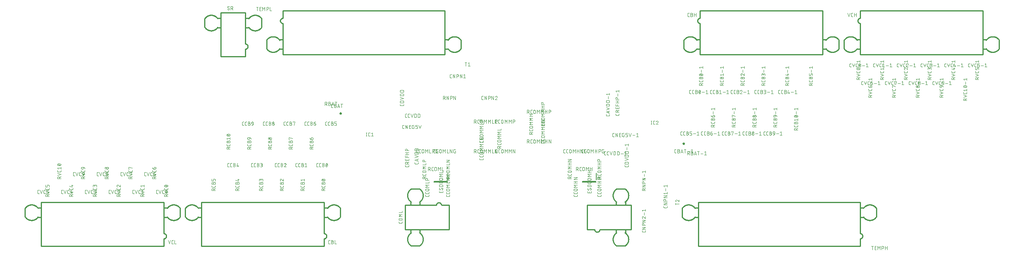
<source format=gbr>
G04 EAGLE Gerber RS-274X export*
G75*
%MOMM*%
%FSLAX34Y34*%
%LPD*%
%INSilkscreen Top*%
%IPPOS*%
%AMOC8*
5,1,8,0,0,1.08239X$1,22.5*%
G01*
%ADD10C,0.076200*%
%ADD11C,0.254000*%
%ADD12C,0.200000*%
%ADD13C,0.250000*%


D10*
X638655Y171831D02*
X637018Y171831D01*
X636940Y171833D01*
X636862Y171838D01*
X636785Y171848D01*
X636708Y171861D01*
X636632Y171877D01*
X636557Y171897D01*
X636483Y171921D01*
X636410Y171948D01*
X636338Y171979D01*
X636268Y172013D01*
X636200Y172050D01*
X636133Y172091D01*
X636068Y172135D01*
X636006Y172181D01*
X635946Y172231D01*
X635888Y172283D01*
X635833Y172338D01*
X635781Y172396D01*
X635731Y172456D01*
X635685Y172518D01*
X635641Y172583D01*
X635600Y172650D01*
X635563Y172718D01*
X635529Y172788D01*
X635498Y172860D01*
X635471Y172933D01*
X635447Y173007D01*
X635427Y173082D01*
X635411Y173158D01*
X635398Y173235D01*
X635388Y173312D01*
X635383Y173390D01*
X635381Y173468D01*
X635381Y177560D01*
X635383Y177640D01*
X635389Y177720D01*
X635399Y177800D01*
X635412Y177879D01*
X635430Y177958D01*
X635451Y178035D01*
X635477Y178111D01*
X635506Y178186D01*
X635538Y178260D01*
X635574Y178332D01*
X635614Y178402D01*
X635657Y178469D01*
X635703Y178535D01*
X635753Y178598D01*
X635805Y178659D01*
X635860Y178718D01*
X635919Y178773D01*
X635979Y178825D01*
X636043Y178875D01*
X636109Y178921D01*
X636176Y178964D01*
X636246Y179004D01*
X636318Y179040D01*
X636392Y179072D01*
X636466Y179101D01*
X636543Y179127D01*
X636620Y179148D01*
X636699Y179166D01*
X636778Y179179D01*
X636858Y179189D01*
X636938Y179195D01*
X637018Y179197D01*
X638655Y179197D01*
X643114Y171831D02*
X644751Y171831D01*
X643114Y171831D02*
X643036Y171833D01*
X642958Y171838D01*
X642881Y171848D01*
X642804Y171861D01*
X642728Y171877D01*
X642653Y171897D01*
X642579Y171921D01*
X642506Y171948D01*
X642434Y171979D01*
X642364Y172013D01*
X642296Y172050D01*
X642229Y172091D01*
X642164Y172135D01*
X642102Y172181D01*
X642042Y172231D01*
X641984Y172283D01*
X641929Y172338D01*
X641877Y172396D01*
X641827Y172456D01*
X641781Y172518D01*
X641737Y172583D01*
X641696Y172650D01*
X641659Y172718D01*
X641625Y172788D01*
X641594Y172860D01*
X641567Y172933D01*
X641543Y173007D01*
X641523Y173082D01*
X641507Y173158D01*
X641494Y173235D01*
X641484Y173312D01*
X641479Y173390D01*
X641477Y173468D01*
X641477Y177560D01*
X641479Y177640D01*
X641485Y177720D01*
X641495Y177800D01*
X641508Y177879D01*
X641526Y177958D01*
X641547Y178035D01*
X641573Y178111D01*
X641602Y178186D01*
X641634Y178260D01*
X641670Y178332D01*
X641710Y178402D01*
X641753Y178469D01*
X641799Y178535D01*
X641849Y178598D01*
X641901Y178659D01*
X641956Y178718D01*
X642015Y178773D01*
X642075Y178825D01*
X642139Y178875D01*
X642205Y178921D01*
X642272Y178964D01*
X642342Y179004D01*
X642414Y179040D01*
X642488Y179072D01*
X642562Y179101D01*
X642639Y179127D01*
X642716Y179148D01*
X642795Y179166D01*
X642874Y179179D01*
X642954Y179189D01*
X643034Y179195D01*
X643114Y179197D01*
X644751Y179197D01*
X647958Y175923D02*
X650004Y175923D01*
X650093Y175921D01*
X650182Y175915D01*
X650271Y175905D01*
X650359Y175892D01*
X650447Y175875D01*
X650534Y175853D01*
X650619Y175828D01*
X650704Y175800D01*
X650787Y175767D01*
X650869Y175731D01*
X650949Y175692D01*
X651027Y175649D01*
X651103Y175603D01*
X651178Y175553D01*
X651250Y175500D01*
X651319Y175444D01*
X651386Y175385D01*
X651451Y175324D01*
X651512Y175259D01*
X651571Y175192D01*
X651627Y175123D01*
X651680Y175051D01*
X651730Y174976D01*
X651776Y174900D01*
X651819Y174822D01*
X651858Y174742D01*
X651894Y174660D01*
X651927Y174577D01*
X651955Y174492D01*
X651980Y174407D01*
X652002Y174320D01*
X652019Y174232D01*
X652032Y174144D01*
X652042Y174055D01*
X652048Y173966D01*
X652050Y173877D01*
X652048Y173788D01*
X652042Y173699D01*
X652032Y173610D01*
X652019Y173522D01*
X652002Y173434D01*
X651980Y173347D01*
X651955Y173262D01*
X651927Y173177D01*
X651894Y173094D01*
X651858Y173012D01*
X651819Y172932D01*
X651776Y172854D01*
X651730Y172778D01*
X651680Y172703D01*
X651627Y172631D01*
X651571Y172562D01*
X651512Y172495D01*
X651451Y172430D01*
X651386Y172369D01*
X651319Y172310D01*
X651250Y172254D01*
X651178Y172201D01*
X651103Y172151D01*
X651027Y172105D01*
X650949Y172062D01*
X650869Y172023D01*
X650787Y171987D01*
X650704Y171954D01*
X650619Y171926D01*
X650534Y171901D01*
X650447Y171879D01*
X650359Y171862D01*
X650271Y171849D01*
X650182Y171839D01*
X650093Y171833D01*
X650004Y171831D01*
X647958Y171831D01*
X647958Y179197D01*
X650004Y179197D01*
X650083Y179195D01*
X650162Y179189D01*
X650241Y179180D01*
X650319Y179167D01*
X650396Y179149D01*
X650472Y179129D01*
X650547Y179104D01*
X650621Y179076D01*
X650694Y179045D01*
X650765Y179009D01*
X650834Y178971D01*
X650901Y178929D01*
X650966Y178884D01*
X651029Y178836D01*
X651090Y178785D01*
X651147Y178731D01*
X651203Y178675D01*
X651255Y178616D01*
X651305Y178554D01*
X651351Y178490D01*
X651395Y178424D01*
X651435Y178356D01*
X651471Y178286D01*
X651505Y178214D01*
X651535Y178140D01*
X651561Y178066D01*
X651584Y177990D01*
X651602Y177913D01*
X651618Y177836D01*
X651629Y177757D01*
X651637Y177679D01*
X651641Y177600D01*
X651641Y177520D01*
X651637Y177441D01*
X651629Y177363D01*
X651618Y177284D01*
X651602Y177207D01*
X651584Y177130D01*
X651561Y177054D01*
X651535Y176980D01*
X651505Y176906D01*
X651471Y176834D01*
X651435Y176764D01*
X651395Y176696D01*
X651351Y176630D01*
X651305Y176566D01*
X651255Y176504D01*
X651203Y176445D01*
X651147Y176389D01*
X651090Y176335D01*
X651029Y176284D01*
X650966Y176236D01*
X650901Y176191D01*
X650834Y176149D01*
X650765Y176111D01*
X650694Y176075D01*
X650621Y176044D01*
X650547Y176016D01*
X650472Y175991D01*
X650396Y175971D01*
X650319Y175953D01*
X650241Y175940D01*
X650162Y175931D01*
X650083Y175925D01*
X650004Y175923D01*
X654912Y175514D02*
X654914Y175667D01*
X654920Y175820D01*
X654929Y175972D01*
X654943Y176125D01*
X654960Y176277D01*
X654981Y176428D01*
X655006Y176579D01*
X655035Y176729D01*
X655067Y176879D01*
X655104Y177027D01*
X655144Y177175D01*
X655187Y177322D01*
X655235Y177467D01*
X655286Y177611D01*
X655340Y177754D01*
X655399Y177896D01*
X655460Y178035D01*
X655526Y178174D01*
X655525Y178174D02*
X655551Y178244D01*
X655581Y178314D01*
X655614Y178381D01*
X655650Y178447D01*
X655689Y178511D01*
X655732Y178573D01*
X655778Y178632D01*
X655826Y178690D01*
X655877Y178744D01*
X655931Y178797D01*
X655988Y178846D01*
X656047Y178893D01*
X656108Y178936D01*
X656171Y178977D01*
X656236Y179014D01*
X656303Y179049D01*
X656372Y179079D01*
X656442Y179107D01*
X656513Y179130D01*
X656585Y179151D01*
X656658Y179167D01*
X656732Y179180D01*
X656807Y179190D01*
X656882Y179195D01*
X656957Y179197D01*
X657032Y179195D01*
X657107Y179190D01*
X657182Y179180D01*
X657256Y179167D01*
X657329Y179151D01*
X657401Y179130D01*
X657472Y179107D01*
X657542Y179079D01*
X657611Y179049D01*
X657678Y179014D01*
X657743Y178977D01*
X657806Y178936D01*
X657867Y178893D01*
X657926Y178846D01*
X657983Y178797D01*
X658037Y178744D01*
X658088Y178690D01*
X658137Y178632D01*
X658182Y178573D01*
X658225Y178511D01*
X658264Y178447D01*
X658301Y178381D01*
X658333Y178313D01*
X658363Y178244D01*
X658389Y178174D01*
X658454Y178036D01*
X658516Y177896D01*
X658574Y177754D01*
X658629Y177611D01*
X658680Y177467D01*
X658728Y177322D01*
X658771Y177175D01*
X658811Y177028D01*
X658848Y176879D01*
X658880Y176729D01*
X658909Y176579D01*
X658934Y176428D01*
X658955Y176277D01*
X658972Y176125D01*
X658986Y175972D01*
X658995Y175820D01*
X659001Y175667D01*
X659003Y175514D01*
X654911Y175514D02*
X654913Y175361D01*
X654919Y175208D01*
X654928Y175055D01*
X654942Y174903D01*
X654959Y174751D01*
X654980Y174600D01*
X655005Y174449D01*
X655034Y174298D01*
X655066Y174149D01*
X655103Y174000D01*
X655143Y173853D01*
X655186Y173706D01*
X655234Y173561D01*
X655285Y173416D01*
X655340Y173274D01*
X655398Y173132D01*
X655460Y172992D01*
X655525Y172854D01*
X655551Y172783D01*
X655581Y172714D01*
X655614Y172647D01*
X655650Y172581D01*
X655689Y172517D01*
X655732Y172455D01*
X655778Y172396D01*
X655826Y172338D01*
X655877Y172284D01*
X655931Y172231D01*
X655988Y172182D01*
X656047Y172135D01*
X656108Y172092D01*
X656171Y172051D01*
X656236Y172014D01*
X656303Y171979D01*
X656372Y171949D01*
X656442Y171921D01*
X656513Y171898D01*
X656585Y171877D01*
X656658Y171861D01*
X656732Y171848D01*
X656807Y171838D01*
X656882Y171833D01*
X656957Y171831D01*
X658389Y172854D02*
X658454Y172992D01*
X658516Y173132D01*
X658574Y173274D01*
X658629Y173417D01*
X658680Y173561D01*
X658728Y173706D01*
X658771Y173853D01*
X658811Y174001D01*
X658848Y174149D01*
X658880Y174299D01*
X658909Y174449D01*
X658934Y174600D01*
X658955Y174751D01*
X658972Y174903D01*
X658986Y175056D01*
X658995Y175208D01*
X659001Y175361D01*
X659003Y175514D01*
X658389Y172854D02*
X658363Y172784D01*
X658333Y172714D01*
X658301Y172647D01*
X658264Y172581D01*
X658225Y172517D01*
X658182Y172455D01*
X658136Y172396D01*
X658088Y172338D01*
X658037Y172284D01*
X657983Y172231D01*
X657926Y172182D01*
X657867Y172135D01*
X657806Y172092D01*
X657743Y172051D01*
X657678Y172014D01*
X657611Y171979D01*
X657542Y171949D01*
X657472Y171921D01*
X657401Y171898D01*
X657329Y171877D01*
X657256Y171861D01*
X657182Y171848D01*
X657107Y171838D01*
X657032Y171833D01*
X656957Y171831D01*
X655320Y173468D02*
X658594Y177560D01*
X594205Y171831D02*
X592568Y171831D01*
X592490Y171833D01*
X592412Y171838D01*
X592335Y171848D01*
X592258Y171861D01*
X592182Y171877D01*
X592107Y171897D01*
X592033Y171921D01*
X591960Y171948D01*
X591888Y171979D01*
X591818Y172013D01*
X591750Y172050D01*
X591683Y172091D01*
X591618Y172135D01*
X591556Y172181D01*
X591496Y172231D01*
X591438Y172283D01*
X591383Y172338D01*
X591331Y172396D01*
X591281Y172456D01*
X591235Y172518D01*
X591191Y172583D01*
X591150Y172650D01*
X591113Y172718D01*
X591079Y172788D01*
X591048Y172860D01*
X591021Y172933D01*
X590997Y173007D01*
X590977Y173082D01*
X590961Y173158D01*
X590948Y173235D01*
X590938Y173312D01*
X590933Y173390D01*
X590931Y173468D01*
X590931Y177560D01*
X590933Y177640D01*
X590939Y177720D01*
X590949Y177800D01*
X590962Y177879D01*
X590980Y177958D01*
X591001Y178035D01*
X591027Y178111D01*
X591056Y178186D01*
X591088Y178260D01*
X591124Y178332D01*
X591164Y178402D01*
X591207Y178469D01*
X591253Y178535D01*
X591303Y178598D01*
X591355Y178659D01*
X591410Y178718D01*
X591469Y178773D01*
X591529Y178825D01*
X591593Y178875D01*
X591659Y178921D01*
X591726Y178964D01*
X591796Y179004D01*
X591868Y179040D01*
X591942Y179072D01*
X592016Y179101D01*
X592093Y179127D01*
X592170Y179148D01*
X592249Y179166D01*
X592328Y179179D01*
X592408Y179189D01*
X592488Y179195D01*
X592568Y179197D01*
X594205Y179197D01*
X598664Y171831D02*
X600301Y171831D01*
X598664Y171831D02*
X598586Y171833D01*
X598508Y171838D01*
X598431Y171848D01*
X598354Y171861D01*
X598278Y171877D01*
X598203Y171897D01*
X598129Y171921D01*
X598056Y171948D01*
X597984Y171979D01*
X597914Y172013D01*
X597846Y172050D01*
X597779Y172091D01*
X597714Y172135D01*
X597652Y172181D01*
X597592Y172231D01*
X597534Y172283D01*
X597479Y172338D01*
X597427Y172396D01*
X597377Y172456D01*
X597331Y172518D01*
X597287Y172583D01*
X597246Y172650D01*
X597209Y172718D01*
X597175Y172788D01*
X597144Y172860D01*
X597117Y172933D01*
X597093Y173007D01*
X597073Y173082D01*
X597057Y173158D01*
X597044Y173235D01*
X597034Y173312D01*
X597029Y173390D01*
X597027Y173468D01*
X597027Y177560D01*
X597029Y177640D01*
X597035Y177720D01*
X597045Y177800D01*
X597058Y177879D01*
X597076Y177958D01*
X597097Y178035D01*
X597123Y178111D01*
X597152Y178186D01*
X597184Y178260D01*
X597220Y178332D01*
X597260Y178402D01*
X597303Y178469D01*
X597349Y178535D01*
X597399Y178598D01*
X597451Y178659D01*
X597506Y178718D01*
X597565Y178773D01*
X597625Y178825D01*
X597689Y178875D01*
X597755Y178921D01*
X597822Y178964D01*
X597892Y179004D01*
X597964Y179040D01*
X598038Y179072D01*
X598112Y179101D01*
X598189Y179127D01*
X598266Y179148D01*
X598345Y179166D01*
X598424Y179179D01*
X598504Y179189D01*
X598584Y179195D01*
X598664Y179197D01*
X600301Y179197D01*
X603508Y175923D02*
X605554Y175923D01*
X605643Y175921D01*
X605732Y175915D01*
X605821Y175905D01*
X605909Y175892D01*
X605997Y175875D01*
X606084Y175853D01*
X606169Y175828D01*
X606254Y175800D01*
X606337Y175767D01*
X606419Y175731D01*
X606499Y175692D01*
X606577Y175649D01*
X606653Y175603D01*
X606728Y175553D01*
X606800Y175500D01*
X606869Y175444D01*
X606936Y175385D01*
X607001Y175324D01*
X607062Y175259D01*
X607121Y175192D01*
X607177Y175123D01*
X607230Y175051D01*
X607280Y174976D01*
X607326Y174900D01*
X607369Y174822D01*
X607408Y174742D01*
X607444Y174660D01*
X607477Y174577D01*
X607505Y174492D01*
X607530Y174407D01*
X607552Y174320D01*
X607569Y174232D01*
X607582Y174144D01*
X607592Y174055D01*
X607598Y173966D01*
X607600Y173877D01*
X607598Y173788D01*
X607592Y173699D01*
X607582Y173610D01*
X607569Y173522D01*
X607552Y173434D01*
X607530Y173347D01*
X607505Y173262D01*
X607477Y173177D01*
X607444Y173094D01*
X607408Y173012D01*
X607369Y172932D01*
X607326Y172854D01*
X607280Y172778D01*
X607230Y172703D01*
X607177Y172631D01*
X607121Y172562D01*
X607062Y172495D01*
X607001Y172430D01*
X606936Y172369D01*
X606869Y172310D01*
X606800Y172254D01*
X606728Y172201D01*
X606653Y172151D01*
X606577Y172105D01*
X606499Y172062D01*
X606419Y172023D01*
X606337Y171987D01*
X606254Y171954D01*
X606169Y171926D01*
X606084Y171901D01*
X605997Y171879D01*
X605909Y171862D01*
X605821Y171849D01*
X605732Y171839D01*
X605643Y171833D01*
X605554Y171831D01*
X603508Y171831D01*
X603508Y179197D01*
X605554Y179197D01*
X605633Y179195D01*
X605712Y179189D01*
X605791Y179180D01*
X605869Y179167D01*
X605946Y179149D01*
X606022Y179129D01*
X606097Y179104D01*
X606171Y179076D01*
X606244Y179045D01*
X606315Y179009D01*
X606384Y178971D01*
X606451Y178929D01*
X606516Y178884D01*
X606579Y178836D01*
X606640Y178785D01*
X606697Y178731D01*
X606753Y178675D01*
X606805Y178616D01*
X606855Y178554D01*
X606901Y178490D01*
X606945Y178424D01*
X606985Y178356D01*
X607021Y178286D01*
X607055Y178214D01*
X607085Y178140D01*
X607111Y178066D01*
X607134Y177990D01*
X607152Y177913D01*
X607168Y177836D01*
X607179Y177757D01*
X607187Y177679D01*
X607191Y177600D01*
X607191Y177520D01*
X607187Y177441D01*
X607179Y177363D01*
X607168Y177284D01*
X607152Y177207D01*
X607134Y177130D01*
X607111Y177054D01*
X607085Y176980D01*
X607055Y176906D01*
X607021Y176834D01*
X606985Y176764D01*
X606945Y176696D01*
X606901Y176630D01*
X606855Y176566D01*
X606805Y176504D01*
X606753Y176445D01*
X606697Y176389D01*
X606640Y176335D01*
X606579Y176284D01*
X606516Y176236D01*
X606451Y176191D01*
X606384Y176149D01*
X606315Y176111D01*
X606244Y176075D01*
X606171Y176044D01*
X606097Y176016D01*
X606022Y175991D01*
X605946Y175971D01*
X605869Y175953D01*
X605791Y175940D01*
X605712Y175931D01*
X605633Y175925D01*
X605554Y175923D01*
X610461Y177560D02*
X612507Y179197D01*
X612507Y171831D01*
X610461Y171831D02*
X614553Y171831D01*
X668768Y298831D02*
X670405Y298831D01*
X668768Y298831D02*
X668690Y298833D01*
X668612Y298838D01*
X668535Y298848D01*
X668458Y298861D01*
X668382Y298877D01*
X668307Y298897D01*
X668233Y298921D01*
X668160Y298948D01*
X668088Y298979D01*
X668018Y299013D01*
X667950Y299050D01*
X667883Y299091D01*
X667818Y299135D01*
X667756Y299181D01*
X667696Y299231D01*
X667638Y299283D01*
X667583Y299338D01*
X667531Y299396D01*
X667481Y299456D01*
X667435Y299518D01*
X667391Y299583D01*
X667350Y299650D01*
X667313Y299718D01*
X667279Y299788D01*
X667248Y299860D01*
X667221Y299933D01*
X667197Y300007D01*
X667177Y300082D01*
X667161Y300158D01*
X667148Y300235D01*
X667138Y300312D01*
X667133Y300390D01*
X667131Y300468D01*
X667131Y304560D01*
X667133Y304640D01*
X667139Y304720D01*
X667149Y304800D01*
X667162Y304879D01*
X667180Y304958D01*
X667201Y305035D01*
X667227Y305111D01*
X667256Y305186D01*
X667288Y305260D01*
X667324Y305332D01*
X667364Y305402D01*
X667407Y305469D01*
X667453Y305535D01*
X667503Y305598D01*
X667555Y305659D01*
X667610Y305718D01*
X667669Y305773D01*
X667729Y305825D01*
X667793Y305875D01*
X667859Y305921D01*
X667926Y305964D01*
X667996Y306004D01*
X668068Y306040D01*
X668142Y306072D01*
X668216Y306101D01*
X668293Y306127D01*
X668370Y306148D01*
X668449Y306166D01*
X668528Y306179D01*
X668608Y306189D01*
X668688Y306195D01*
X668768Y306197D01*
X670405Y306197D01*
X673612Y302923D02*
X675658Y302923D01*
X675747Y302921D01*
X675836Y302915D01*
X675925Y302905D01*
X676013Y302892D01*
X676101Y302875D01*
X676188Y302853D01*
X676273Y302828D01*
X676358Y302800D01*
X676441Y302767D01*
X676523Y302731D01*
X676603Y302692D01*
X676681Y302649D01*
X676757Y302603D01*
X676832Y302553D01*
X676904Y302500D01*
X676973Y302444D01*
X677040Y302385D01*
X677105Y302324D01*
X677166Y302259D01*
X677225Y302192D01*
X677281Y302123D01*
X677334Y302051D01*
X677384Y301976D01*
X677430Y301900D01*
X677473Y301822D01*
X677512Y301742D01*
X677548Y301660D01*
X677581Y301577D01*
X677609Y301492D01*
X677634Y301407D01*
X677656Y301320D01*
X677673Y301232D01*
X677686Y301144D01*
X677696Y301055D01*
X677702Y300966D01*
X677704Y300877D01*
X677702Y300788D01*
X677696Y300699D01*
X677686Y300610D01*
X677673Y300522D01*
X677656Y300434D01*
X677634Y300347D01*
X677609Y300262D01*
X677581Y300177D01*
X677548Y300094D01*
X677512Y300012D01*
X677473Y299932D01*
X677430Y299854D01*
X677384Y299778D01*
X677334Y299703D01*
X677281Y299631D01*
X677225Y299562D01*
X677166Y299495D01*
X677105Y299430D01*
X677040Y299369D01*
X676973Y299310D01*
X676904Y299254D01*
X676832Y299201D01*
X676757Y299151D01*
X676681Y299105D01*
X676603Y299062D01*
X676523Y299023D01*
X676441Y298987D01*
X676358Y298954D01*
X676273Y298926D01*
X676188Y298901D01*
X676101Y298879D01*
X676013Y298862D01*
X675925Y298849D01*
X675836Y298839D01*
X675747Y298833D01*
X675658Y298831D01*
X673612Y298831D01*
X673612Y306197D01*
X675658Y306197D01*
X675737Y306195D01*
X675816Y306189D01*
X675895Y306180D01*
X675973Y306167D01*
X676050Y306149D01*
X676126Y306129D01*
X676201Y306104D01*
X676275Y306076D01*
X676348Y306045D01*
X676419Y306009D01*
X676488Y305971D01*
X676555Y305929D01*
X676620Y305884D01*
X676683Y305836D01*
X676744Y305785D01*
X676801Y305731D01*
X676857Y305675D01*
X676909Y305616D01*
X676959Y305554D01*
X677005Y305490D01*
X677049Y305424D01*
X677089Y305356D01*
X677125Y305286D01*
X677159Y305214D01*
X677189Y305140D01*
X677215Y305066D01*
X677238Y304990D01*
X677256Y304913D01*
X677272Y304836D01*
X677283Y304757D01*
X677291Y304679D01*
X677295Y304600D01*
X677295Y304520D01*
X677291Y304441D01*
X677283Y304363D01*
X677272Y304284D01*
X677256Y304207D01*
X677238Y304130D01*
X677215Y304054D01*
X677189Y303980D01*
X677159Y303906D01*
X677125Y303834D01*
X677089Y303764D01*
X677049Y303696D01*
X677005Y303630D01*
X676959Y303566D01*
X676909Y303504D01*
X676857Y303445D01*
X676801Y303389D01*
X676744Y303335D01*
X676683Y303284D01*
X676620Y303236D01*
X676555Y303191D01*
X676488Y303149D01*
X676419Y303111D01*
X676348Y303075D01*
X676275Y303044D01*
X676201Y303016D01*
X676126Y302991D01*
X676050Y302971D01*
X675973Y302953D01*
X675895Y302940D01*
X675816Y302931D01*
X675737Y302925D01*
X675658Y302923D01*
X680156Y298831D02*
X682611Y306197D01*
X685067Y298831D01*
X684453Y300673D02*
X680770Y300673D01*
X689439Y298831D02*
X689439Y306197D01*
X687393Y306197D02*
X691485Y306197D01*
X832739Y175105D02*
X832739Y173468D01*
X832737Y173390D01*
X832732Y173312D01*
X832722Y173235D01*
X832709Y173158D01*
X832693Y173082D01*
X832673Y173007D01*
X832649Y172933D01*
X832622Y172860D01*
X832591Y172788D01*
X832557Y172718D01*
X832520Y172650D01*
X832479Y172583D01*
X832435Y172518D01*
X832389Y172456D01*
X832339Y172396D01*
X832287Y172338D01*
X832232Y172283D01*
X832174Y172231D01*
X832114Y172181D01*
X832052Y172135D01*
X831987Y172091D01*
X831921Y172050D01*
X831852Y172013D01*
X831782Y171979D01*
X831710Y171948D01*
X831637Y171921D01*
X831563Y171897D01*
X831488Y171877D01*
X831412Y171861D01*
X831335Y171848D01*
X831258Y171838D01*
X831180Y171833D01*
X831102Y171831D01*
X827010Y171831D01*
X826930Y171833D01*
X826850Y171839D01*
X826770Y171849D01*
X826691Y171862D01*
X826612Y171880D01*
X826535Y171901D01*
X826459Y171927D01*
X826384Y171956D01*
X826310Y171988D01*
X826238Y172024D01*
X826168Y172064D01*
X826101Y172107D01*
X826035Y172153D01*
X825972Y172203D01*
X825911Y172255D01*
X825852Y172310D01*
X825797Y172369D01*
X825745Y172429D01*
X825695Y172493D01*
X825649Y172558D01*
X825606Y172626D01*
X825566Y172696D01*
X825530Y172768D01*
X825498Y172842D01*
X825469Y172916D01*
X825444Y172993D01*
X825422Y173070D01*
X825404Y173149D01*
X825391Y173228D01*
X825381Y173307D01*
X825375Y173388D01*
X825373Y173468D01*
X825373Y175105D01*
X825373Y178245D02*
X832739Y178245D01*
X825373Y178245D02*
X825373Y180291D01*
X825375Y180380D01*
X825381Y180469D01*
X825391Y180558D01*
X825404Y180646D01*
X825421Y180734D01*
X825443Y180821D01*
X825468Y180906D01*
X825496Y180991D01*
X825529Y181074D01*
X825565Y181156D01*
X825604Y181236D01*
X825647Y181314D01*
X825693Y181390D01*
X825743Y181465D01*
X825796Y181537D01*
X825852Y181606D01*
X825911Y181673D01*
X825972Y181738D01*
X826037Y181799D01*
X826104Y181858D01*
X826173Y181914D01*
X826245Y181967D01*
X826320Y182017D01*
X826396Y182063D01*
X826474Y182106D01*
X826554Y182145D01*
X826636Y182181D01*
X826719Y182214D01*
X826804Y182242D01*
X826889Y182267D01*
X826976Y182289D01*
X827064Y182306D01*
X827152Y182319D01*
X827241Y182329D01*
X827330Y182335D01*
X827419Y182337D01*
X827508Y182335D01*
X827597Y182329D01*
X827686Y182319D01*
X827774Y182306D01*
X827862Y182289D01*
X827949Y182267D01*
X828034Y182242D01*
X828119Y182214D01*
X828202Y182181D01*
X828284Y182145D01*
X828364Y182106D01*
X828442Y182063D01*
X828518Y182017D01*
X828593Y181967D01*
X828665Y181914D01*
X828734Y181858D01*
X828801Y181799D01*
X828866Y181738D01*
X828927Y181673D01*
X828986Y181606D01*
X829042Y181537D01*
X829095Y181465D01*
X829145Y181390D01*
X829191Y181314D01*
X829234Y181236D01*
X829273Y181156D01*
X829309Y181074D01*
X829342Y180991D01*
X829370Y180906D01*
X829395Y180821D01*
X829417Y180734D01*
X829434Y180646D01*
X829447Y180558D01*
X829457Y180469D01*
X829463Y180380D01*
X829465Y180291D01*
X829465Y178245D01*
X829465Y180700D02*
X832739Y182337D01*
X832739Y185769D02*
X832739Y189042D01*
X832739Y185769D02*
X825373Y185769D01*
X825373Y189042D01*
X828647Y188224D02*
X828647Y185769D01*
X825373Y192108D02*
X832739Y192108D01*
X825373Y192108D02*
X825373Y195382D01*
X828647Y195382D02*
X828647Y192108D01*
X825373Y198433D02*
X832739Y198433D01*
X828647Y198433D02*
X828647Y202525D01*
X825373Y202525D02*
X832739Y202525D01*
X832739Y206353D02*
X825373Y206353D01*
X825373Y208399D01*
X825375Y208488D01*
X825381Y208577D01*
X825391Y208666D01*
X825404Y208754D01*
X825421Y208842D01*
X825443Y208929D01*
X825468Y209014D01*
X825496Y209099D01*
X825529Y209182D01*
X825565Y209264D01*
X825604Y209344D01*
X825647Y209422D01*
X825693Y209498D01*
X825743Y209573D01*
X825796Y209645D01*
X825852Y209714D01*
X825911Y209781D01*
X825972Y209846D01*
X826037Y209907D01*
X826104Y209966D01*
X826173Y210022D01*
X826245Y210075D01*
X826320Y210125D01*
X826396Y210171D01*
X826474Y210214D01*
X826554Y210253D01*
X826636Y210289D01*
X826719Y210322D01*
X826804Y210350D01*
X826889Y210375D01*
X826976Y210397D01*
X827064Y210414D01*
X827152Y210427D01*
X827241Y210437D01*
X827330Y210443D01*
X827419Y210445D01*
X827508Y210443D01*
X827597Y210437D01*
X827686Y210427D01*
X827774Y210414D01*
X827862Y210397D01*
X827949Y210375D01*
X828034Y210350D01*
X828119Y210322D01*
X828202Y210289D01*
X828284Y210253D01*
X828364Y210214D01*
X828442Y210171D01*
X828518Y210125D01*
X828593Y210075D01*
X828665Y210022D01*
X828734Y209966D01*
X828801Y209907D01*
X828866Y209846D01*
X828927Y209781D01*
X828986Y209714D01*
X829042Y209645D01*
X829095Y209573D01*
X829145Y209498D01*
X829191Y209422D01*
X829234Y209344D01*
X829273Y209264D01*
X829309Y209182D01*
X829342Y209099D01*
X829370Y209014D01*
X829395Y208929D01*
X829417Y208842D01*
X829434Y208754D01*
X829447Y208666D01*
X829457Y208577D01*
X829463Y208488D01*
X829465Y208399D01*
X829465Y206353D01*
X853059Y181455D02*
X853059Y179818D01*
X853057Y179740D01*
X853052Y179662D01*
X853042Y179585D01*
X853029Y179508D01*
X853013Y179432D01*
X852993Y179357D01*
X852969Y179283D01*
X852942Y179210D01*
X852911Y179138D01*
X852877Y179068D01*
X852840Y179000D01*
X852799Y178933D01*
X852755Y178868D01*
X852709Y178806D01*
X852659Y178746D01*
X852607Y178688D01*
X852552Y178633D01*
X852494Y178581D01*
X852434Y178531D01*
X852372Y178485D01*
X852307Y178441D01*
X852241Y178400D01*
X852172Y178363D01*
X852102Y178329D01*
X852030Y178298D01*
X851957Y178271D01*
X851883Y178247D01*
X851808Y178227D01*
X851732Y178211D01*
X851655Y178198D01*
X851578Y178188D01*
X851500Y178183D01*
X851422Y178181D01*
X847330Y178181D01*
X847250Y178183D01*
X847170Y178189D01*
X847090Y178199D01*
X847011Y178212D01*
X846932Y178230D01*
X846855Y178251D01*
X846779Y178277D01*
X846704Y178306D01*
X846630Y178338D01*
X846558Y178374D01*
X846488Y178414D01*
X846421Y178457D01*
X846355Y178503D01*
X846292Y178553D01*
X846231Y178605D01*
X846172Y178660D01*
X846117Y178719D01*
X846065Y178779D01*
X846015Y178843D01*
X845969Y178908D01*
X845926Y178976D01*
X845886Y179046D01*
X845850Y179118D01*
X845818Y179192D01*
X845789Y179266D01*
X845764Y179343D01*
X845742Y179420D01*
X845724Y179499D01*
X845711Y179578D01*
X845701Y179657D01*
X845695Y179738D01*
X845693Y179818D01*
X845693Y181455D01*
X845693Y186346D02*
X853059Y183891D01*
X853059Y188801D02*
X845693Y186346D01*
X851218Y188188D02*
X851218Y184505D01*
X845693Y191206D02*
X853059Y193661D01*
X845693Y196117D01*
X845693Y199174D02*
X853059Y199174D01*
X845693Y199174D02*
X845693Y201220D01*
X845695Y201309D01*
X845701Y201398D01*
X845711Y201487D01*
X845724Y201575D01*
X845741Y201663D01*
X845763Y201750D01*
X845788Y201835D01*
X845816Y201920D01*
X845849Y202003D01*
X845885Y202085D01*
X845924Y202165D01*
X845967Y202243D01*
X846013Y202319D01*
X846063Y202394D01*
X846116Y202466D01*
X846172Y202535D01*
X846231Y202602D01*
X846292Y202667D01*
X846357Y202728D01*
X846424Y202787D01*
X846493Y202843D01*
X846565Y202896D01*
X846640Y202946D01*
X846716Y202992D01*
X846794Y203035D01*
X846874Y203074D01*
X846956Y203110D01*
X847039Y203143D01*
X847124Y203171D01*
X847209Y203196D01*
X847296Y203218D01*
X847384Y203235D01*
X847472Y203248D01*
X847561Y203258D01*
X847650Y203264D01*
X847739Y203266D01*
X851013Y203266D01*
X851102Y203264D01*
X851191Y203258D01*
X851280Y203248D01*
X851368Y203235D01*
X851456Y203218D01*
X851543Y203196D01*
X851628Y203171D01*
X851713Y203143D01*
X851796Y203110D01*
X851878Y203074D01*
X851958Y203035D01*
X852036Y202992D01*
X852112Y202946D01*
X852187Y202896D01*
X852259Y202843D01*
X852328Y202787D01*
X852395Y202728D01*
X852460Y202667D01*
X852521Y202602D01*
X852580Y202535D01*
X852636Y202466D01*
X852689Y202394D01*
X852739Y202319D01*
X852785Y202243D01*
X852828Y202165D01*
X852867Y202085D01*
X852903Y202003D01*
X852936Y201920D01*
X852964Y201835D01*
X852989Y201750D01*
X853011Y201663D01*
X853028Y201575D01*
X853041Y201487D01*
X853051Y201398D01*
X853057Y201309D01*
X853059Y201220D01*
X853059Y199174D01*
X853059Y206977D02*
X845693Y206977D01*
X845693Y209023D01*
X845695Y209112D01*
X845701Y209201D01*
X845711Y209290D01*
X845724Y209378D01*
X845741Y209466D01*
X845763Y209553D01*
X845788Y209638D01*
X845816Y209723D01*
X845849Y209806D01*
X845885Y209888D01*
X845924Y209968D01*
X845967Y210046D01*
X846013Y210122D01*
X846063Y210197D01*
X846116Y210269D01*
X846172Y210338D01*
X846231Y210405D01*
X846292Y210470D01*
X846357Y210531D01*
X846424Y210590D01*
X846493Y210646D01*
X846565Y210699D01*
X846640Y210749D01*
X846716Y210795D01*
X846794Y210838D01*
X846874Y210877D01*
X846956Y210913D01*
X847039Y210946D01*
X847124Y210974D01*
X847209Y210999D01*
X847296Y211021D01*
X847384Y211038D01*
X847472Y211051D01*
X847561Y211061D01*
X847650Y211067D01*
X847739Y211069D01*
X851013Y211069D01*
X851102Y211067D01*
X851191Y211061D01*
X851280Y211051D01*
X851368Y211038D01*
X851456Y211021D01*
X851543Y210999D01*
X851628Y210974D01*
X851713Y210946D01*
X851796Y210913D01*
X851878Y210877D01*
X851958Y210838D01*
X852036Y210795D01*
X852112Y210749D01*
X852187Y210699D01*
X852259Y210646D01*
X852328Y210590D01*
X852395Y210531D01*
X852460Y210470D01*
X852521Y210405D01*
X852580Y210338D01*
X852636Y210269D01*
X852689Y210197D01*
X852739Y210122D01*
X852785Y210046D01*
X852828Y209968D01*
X852867Y209888D01*
X852903Y209806D01*
X852936Y209723D01*
X852964Y209638D01*
X852989Y209553D01*
X853011Y209466D01*
X853028Y209378D01*
X853041Y209290D01*
X853051Y209201D01*
X853057Y209112D01*
X853059Y209023D01*
X853059Y206977D01*
X822802Y253873D02*
X821165Y253873D01*
X821087Y253875D01*
X821009Y253880D01*
X820932Y253890D01*
X820855Y253903D01*
X820779Y253919D01*
X820704Y253939D01*
X820630Y253963D01*
X820557Y253990D01*
X820485Y254021D01*
X820415Y254055D01*
X820347Y254092D01*
X820280Y254133D01*
X820215Y254177D01*
X820153Y254223D01*
X820093Y254273D01*
X820035Y254325D01*
X819980Y254380D01*
X819928Y254438D01*
X819878Y254498D01*
X819832Y254560D01*
X819788Y254625D01*
X819747Y254692D01*
X819710Y254760D01*
X819676Y254830D01*
X819645Y254902D01*
X819618Y254975D01*
X819594Y255049D01*
X819574Y255124D01*
X819558Y255200D01*
X819545Y255277D01*
X819535Y255354D01*
X819530Y255432D01*
X819528Y255510D01*
X819528Y259602D01*
X819530Y259682D01*
X819536Y259762D01*
X819546Y259842D01*
X819559Y259921D01*
X819577Y260000D01*
X819598Y260077D01*
X819624Y260153D01*
X819653Y260228D01*
X819685Y260302D01*
X819721Y260374D01*
X819761Y260444D01*
X819804Y260511D01*
X819850Y260577D01*
X819900Y260640D01*
X819952Y260701D01*
X820007Y260760D01*
X820066Y260815D01*
X820126Y260867D01*
X820190Y260917D01*
X820256Y260963D01*
X820323Y261006D01*
X820393Y261046D01*
X820465Y261082D01*
X820539Y261114D01*
X820613Y261143D01*
X820690Y261169D01*
X820767Y261190D01*
X820846Y261208D01*
X820925Y261221D01*
X821005Y261231D01*
X821085Y261237D01*
X821165Y261239D01*
X822802Y261239D01*
X825891Y261239D02*
X825891Y253873D01*
X829983Y253873D02*
X825891Y261239D01*
X829983Y261239D02*
X829983Y253873D01*
X833709Y253873D02*
X836983Y253873D01*
X833709Y253873D02*
X833709Y261239D01*
X836983Y261239D01*
X836165Y257965D02*
X833709Y257965D01*
X842898Y257965D02*
X844126Y257965D01*
X844126Y253873D01*
X841670Y253873D01*
X841592Y253875D01*
X841514Y253880D01*
X841437Y253890D01*
X841360Y253903D01*
X841284Y253919D01*
X841209Y253939D01*
X841135Y253963D01*
X841062Y253990D01*
X840990Y254021D01*
X840920Y254055D01*
X840852Y254092D01*
X840785Y254133D01*
X840720Y254177D01*
X840658Y254223D01*
X840598Y254273D01*
X840540Y254325D01*
X840485Y254380D01*
X840433Y254438D01*
X840383Y254498D01*
X840337Y254560D01*
X840293Y254625D01*
X840252Y254692D01*
X840215Y254760D01*
X840181Y254830D01*
X840150Y254902D01*
X840123Y254975D01*
X840099Y255049D01*
X840079Y255124D01*
X840063Y255200D01*
X840050Y255277D01*
X840040Y255354D01*
X840035Y255432D01*
X840033Y255510D01*
X840033Y259602D01*
X840035Y259682D01*
X840041Y259762D01*
X840051Y259842D01*
X840064Y259921D01*
X840082Y260000D01*
X840103Y260077D01*
X840129Y260153D01*
X840158Y260228D01*
X840190Y260302D01*
X840226Y260374D01*
X840266Y260444D01*
X840309Y260511D01*
X840355Y260577D01*
X840405Y260640D01*
X840457Y260701D01*
X840512Y260760D01*
X840571Y260815D01*
X840631Y260867D01*
X840695Y260917D01*
X840761Y260963D01*
X840828Y261006D01*
X840898Y261046D01*
X840970Y261082D01*
X841044Y261114D01*
X841118Y261143D01*
X841195Y261169D01*
X841272Y261190D01*
X841351Y261208D01*
X841430Y261221D01*
X841510Y261231D01*
X841590Y261237D01*
X841670Y261239D01*
X844126Y261239D01*
X847592Y253873D02*
X850048Y253873D01*
X850126Y253875D01*
X850204Y253880D01*
X850281Y253890D01*
X850358Y253903D01*
X850434Y253919D01*
X850509Y253939D01*
X850583Y253963D01*
X850656Y253990D01*
X850728Y254021D01*
X850798Y254055D01*
X850867Y254092D01*
X850933Y254133D01*
X850998Y254177D01*
X851060Y254223D01*
X851120Y254273D01*
X851178Y254325D01*
X851233Y254380D01*
X851285Y254438D01*
X851335Y254498D01*
X851381Y254560D01*
X851425Y254625D01*
X851466Y254692D01*
X851503Y254760D01*
X851537Y254830D01*
X851568Y254902D01*
X851595Y254975D01*
X851619Y255049D01*
X851639Y255124D01*
X851655Y255200D01*
X851668Y255277D01*
X851678Y255354D01*
X851683Y255432D01*
X851685Y255510D01*
X851685Y256328D01*
X851683Y256406D01*
X851678Y256484D01*
X851668Y256561D01*
X851655Y256638D01*
X851639Y256714D01*
X851619Y256789D01*
X851595Y256863D01*
X851568Y256936D01*
X851537Y257008D01*
X851503Y257078D01*
X851466Y257147D01*
X851425Y257213D01*
X851381Y257278D01*
X851335Y257340D01*
X851285Y257400D01*
X851233Y257458D01*
X851178Y257513D01*
X851120Y257565D01*
X851060Y257615D01*
X850998Y257661D01*
X850933Y257705D01*
X850867Y257746D01*
X850798Y257783D01*
X850728Y257817D01*
X850656Y257848D01*
X850583Y257875D01*
X850509Y257899D01*
X850434Y257919D01*
X850358Y257935D01*
X850281Y257948D01*
X850204Y257958D01*
X850126Y257963D01*
X850048Y257965D01*
X847592Y257965D01*
X847592Y261239D01*
X851685Y261239D01*
X854498Y261239D02*
X856954Y253873D01*
X859409Y261239D01*
X828474Y278003D02*
X826837Y278003D01*
X826759Y278005D01*
X826681Y278010D01*
X826604Y278020D01*
X826527Y278033D01*
X826451Y278049D01*
X826376Y278069D01*
X826302Y278093D01*
X826229Y278120D01*
X826157Y278151D01*
X826087Y278185D01*
X826019Y278222D01*
X825952Y278263D01*
X825887Y278307D01*
X825825Y278353D01*
X825765Y278403D01*
X825707Y278455D01*
X825652Y278510D01*
X825600Y278568D01*
X825550Y278628D01*
X825504Y278690D01*
X825460Y278755D01*
X825419Y278822D01*
X825382Y278890D01*
X825348Y278960D01*
X825317Y279032D01*
X825290Y279105D01*
X825266Y279179D01*
X825246Y279254D01*
X825230Y279330D01*
X825217Y279407D01*
X825207Y279484D01*
X825202Y279562D01*
X825200Y279640D01*
X825200Y283732D01*
X825202Y283812D01*
X825208Y283892D01*
X825218Y283972D01*
X825231Y284051D01*
X825249Y284130D01*
X825270Y284207D01*
X825296Y284283D01*
X825325Y284358D01*
X825357Y284432D01*
X825393Y284504D01*
X825433Y284574D01*
X825476Y284641D01*
X825522Y284707D01*
X825572Y284770D01*
X825624Y284831D01*
X825679Y284890D01*
X825738Y284945D01*
X825798Y284997D01*
X825862Y285047D01*
X825928Y285093D01*
X825995Y285136D01*
X826065Y285176D01*
X826137Y285212D01*
X826211Y285244D01*
X826285Y285273D01*
X826362Y285299D01*
X826439Y285320D01*
X826518Y285338D01*
X826597Y285351D01*
X826677Y285361D01*
X826757Y285367D01*
X826837Y285369D01*
X828474Y285369D01*
X832933Y278003D02*
X834570Y278003D01*
X832933Y278003D02*
X832855Y278005D01*
X832777Y278010D01*
X832700Y278020D01*
X832623Y278033D01*
X832547Y278049D01*
X832472Y278069D01*
X832398Y278093D01*
X832325Y278120D01*
X832253Y278151D01*
X832183Y278185D01*
X832115Y278222D01*
X832048Y278263D01*
X831983Y278307D01*
X831921Y278353D01*
X831861Y278403D01*
X831803Y278455D01*
X831748Y278510D01*
X831696Y278568D01*
X831646Y278628D01*
X831600Y278690D01*
X831556Y278755D01*
X831515Y278822D01*
X831478Y278890D01*
X831444Y278960D01*
X831413Y279032D01*
X831386Y279105D01*
X831362Y279179D01*
X831342Y279254D01*
X831326Y279330D01*
X831313Y279407D01*
X831303Y279484D01*
X831298Y279562D01*
X831296Y279640D01*
X831296Y283732D01*
X831298Y283812D01*
X831304Y283892D01*
X831314Y283972D01*
X831327Y284051D01*
X831345Y284130D01*
X831366Y284207D01*
X831392Y284283D01*
X831421Y284358D01*
X831453Y284432D01*
X831489Y284504D01*
X831529Y284574D01*
X831572Y284641D01*
X831618Y284707D01*
X831668Y284770D01*
X831720Y284831D01*
X831775Y284890D01*
X831834Y284945D01*
X831894Y284997D01*
X831958Y285047D01*
X832024Y285093D01*
X832091Y285136D01*
X832161Y285176D01*
X832233Y285212D01*
X832307Y285244D01*
X832381Y285273D01*
X832458Y285299D01*
X832535Y285320D01*
X832614Y285338D01*
X832693Y285351D01*
X832773Y285361D01*
X832853Y285367D01*
X832933Y285369D01*
X834570Y285369D01*
X837006Y285369D02*
X839461Y278003D01*
X841916Y285369D01*
X844974Y285369D02*
X844974Y278003D01*
X844974Y285369D02*
X847020Y285369D01*
X847109Y285367D01*
X847198Y285361D01*
X847287Y285351D01*
X847375Y285338D01*
X847463Y285321D01*
X847550Y285299D01*
X847635Y285274D01*
X847720Y285246D01*
X847803Y285213D01*
X847885Y285177D01*
X847965Y285138D01*
X848043Y285095D01*
X848119Y285049D01*
X848194Y284999D01*
X848266Y284946D01*
X848335Y284890D01*
X848402Y284831D01*
X848467Y284770D01*
X848528Y284705D01*
X848587Y284638D01*
X848643Y284569D01*
X848696Y284497D01*
X848746Y284422D01*
X848792Y284346D01*
X848835Y284268D01*
X848874Y284188D01*
X848910Y284106D01*
X848943Y284023D01*
X848971Y283938D01*
X848996Y283853D01*
X849018Y283766D01*
X849035Y283678D01*
X849048Y283590D01*
X849058Y283501D01*
X849064Y283412D01*
X849066Y283323D01*
X849066Y280049D01*
X849064Y279960D01*
X849058Y279871D01*
X849048Y279782D01*
X849035Y279694D01*
X849018Y279606D01*
X848996Y279519D01*
X848971Y279434D01*
X848943Y279349D01*
X848910Y279266D01*
X848874Y279184D01*
X848835Y279104D01*
X848792Y279026D01*
X848746Y278950D01*
X848696Y278875D01*
X848643Y278803D01*
X848587Y278734D01*
X848528Y278667D01*
X848467Y278602D01*
X848402Y278541D01*
X848335Y278482D01*
X848266Y278426D01*
X848194Y278373D01*
X848119Y278323D01*
X848043Y278277D01*
X847965Y278234D01*
X847885Y278195D01*
X847803Y278159D01*
X847720Y278126D01*
X847635Y278098D01*
X847550Y278073D01*
X847463Y278051D01*
X847375Y278034D01*
X847287Y278021D01*
X847198Y278011D01*
X847109Y278005D01*
X847020Y278003D01*
X844974Y278003D01*
X852777Y278003D02*
X852777Y285369D01*
X854823Y285369D01*
X854912Y285367D01*
X855001Y285361D01*
X855090Y285351D01*
X855178Y285338D01*
X855266Y285321D01*
X855353Y285299D01*
X855438Y285274D01*
X855523Y285246D01*
X855606Y285213D01*
X855688Y285177D01*
X855768Y285138D01*
X855846Y285095D01*
X855922Y285049D01*
X855997Y284999D01*
X856069Y284946D01*
X856138Y284890D01*
X856205Y284831D01*
X856270Y284770D01*
X856331Y284705D01*
X856390Y284638D01*
X856446Y284569D01*
X856499Y284497D01*
X856549Y284422D01*
X856595Y284346D01*
X856638Y284268D01*
X856677Y284188D01*
X856713Y284106D01*
X856746Y284023D01*
X856774Y283938D01*
X856799Y283853D01*
X856821Y283766D01*
X856838Y283678D01*
X856851Y283590D01*
X856861Y283501D01*
X856867Y283412D01*
X856869Y283323D01*
X856869Y280049D01*
X856867Y279960D01*
X856861Y279871D01*
X856851Y279782D01*
X856838Y279694D01*
X856821Y279606D01*
X856799Y279519D01*
X856774Y279434D01*
X856746Y279349D01*
X856713Y279266D01*
X856677Y279184D01*
X856638Y279104D01*
X856595Y279026D01*
X856549Y278950D01*
X856499Y278875D01*
X856446Y278803D01*
X856390Y278734D01*
X856331Y278667D01*
X856270Y278602D01*
X856205Y278541D01*
X856138Y278482D01*
X856069Y278426D01*
X855997Y278373D01*
X855922Y278323D01*
X855846Y278277D01*
X855768Y278234D01*
X855688Y278195D01*
X855606Y278159D01*
X855523Y278126D01*
X855438Y278098D01*
X855353Y278073D01*
X855266Y278051D01*
X855178Y278034D01*
X855090Y278021D01*
X855001Y278011D01*
X854912Y278005D01*
X854823Y278003D01*
X852777Y278003D01*
X821817Y304430D02*
X821817Y306067D01*
X821817Y304430D02*
X821815Y304352D01*
X821810Y304274D01*
X821800Y304197D01*
X821787Y304120D01*
X821771Y304044D01*
X821751Y303969D01*
X821727Y303895D01*
X821700Y303822D01*
X821669Y303750D01*
X821635Y303680D01*
X821598Y303612D01*
X821557Y303545D01*
X821513Y303480D01*
X821467Y303418D01*
X821417Y303358D01*
X821365Y303300D01*
X821310Y303245D01*
X821252Y303193D01*
X821192Y303143D01*
X821130Y303097D01*
X821065Y303053D01*
X820999Y303012D01*
X820930Y302975D01*
X820860Y302941D01*
X820788Y302910D01*
X820715Y302883D01*
X820641Y302859D01*
X820566Y302839D01*
X820490Y302823D01*
X820413Y302810D01*
X820336Y302800D01*
X820258Y302795D01*
X820180Y302793D01*
X816088Y302793D01*
X816008Y302795D01*
X815928Y302801D01*
X815848Y302811D01*
X815769Y302824D01*
X815690Y302842D01*
X815613Y302863D01*
X815537Y302889D01*
X815462Y302918D01*
X815388Y302950D01*
X815316Y302986D01*
X815246Y303026D01*
X815179Y303069D01*
X815113Y303115D01*
X815050Y303165D01*
X814989Y303217D01*
X814930Y303272D01*
X814875Y303331D01*
X814823Y303391D01*
X814773Y303455D01*
X814727Y303520D01*
X814684Y303588D01*
X814644Y303658D01*
X814608Y303730D01*
X814576Y303804D01*
X814547Y303878D01*
X814522Y303955D01*
X814500Y304032D01*
X814482Y304111D01*
X814469Y304190D01*
X814459Y304269D01*
X814453Y304350D01*
X814451Y304430D01*
X814451Y306067D01*
X814451Y309156D02*
X821817Y309156D01*
X814451Y309156D02*
X814451Y311202D01*
X814453Y311291D01*
X814459Y311380D01*
X814469Y311469D01*
X814482Y311557D01*
X814499Y311645D01*
X814521Y311732D01*
X814546Y311817D01*
X814574Y311902D01*
X814607Y311985D01*
X814643Y312067D01*
X814682Y312147D01*
X814725Y312225D01*
X814771Y312301D01*
X814821Y312376D01*
X814874Y312448D01*
X814930Y312517D01*
X814989Y312584D01*
X815050Y312649D01*
X815115Y312710D01*
X815182Y312769D01*
X815251Y312825D01*
X815323Y312878D01*
X815398Y312928D01*
X815474Y312974D01*
X815552Y313017D01*
X815632Y313056D01*
X815714Y313092D01*
X815797Y313125D01*
X815882Y313153D01*
X815967Y313178D01*
X816054Y313200D01*
X816142Y313217D01*
X816230Y313230D01*
X816319Y313240D01*
X816408Y313246D01*
X816497Y313248D01*
X819771Y313248D01*
X819860Y313246D01*
X819949Y313240D01*
X820038Y313230D01*
X820126Y313217D01*
X820214Y313200D01*
X820301Y313178D01*
X820386Y313153D01*
X820471Y313125D01*
X820554Y313092D01*
X820636Y313056D01*
X820716Y313017D01*
X820794Y312974D01*
X820870Y312928D01*
X820945Y312878D01*
X821017Y312825D01*
X821086Y312769D01*
X821153Y312710D01*
X821218Y312649D01*
X821279Y312584D01*
X821338Y312517D01*
X821394Y312448D01*
X821447Y312376D01*
X821497Y312301D01*
X821543Y312225D01*
X821586Y312147D01*
X821625Y312067D01*
X821661Y311985D01*
X821694Y311902D01*
X821722Y311817D01*
X821747Y311732D01*
X821769Y311645D01*
X821786Y311557D01*
X821799Y311469D01*
X821809Y311380D01*
X821815Y311291D01*
X821817Y311202D01*
X821817Y309156D01*
X821817Y318761D02*
X814451Y316306D01*
X814451Y321216D02*
X821817Y318761D01*
X821817Y324274D02*
X814451Y324274D01*
X814451Y326320D01*
X814453Y326409D01*
X814459Y326498D01*
X814469Y326587D01*
X814482Y326675D01*
X814499Y326763D01*
X814521Y326850D01*
X814546Y326935D01*
X814574Y327020D01*
X814607Y327103D01*
X814643Y327185D01*
X814682Y327265D01*
X814725Y327343D01*
X814771Y327419D01*
X814821Y327494D01*
X814874Y327566D01*
X814930Y327635D01*
X814989Y327702D01*
X815050Y327767D01*
X815115Y327828D01*
X815182Y327887D01*
X815251Y327943D01*
X815323Y327996D01*
X815398Y328046D01*
X815474Y328092D01*
X815552Y328135D01*
X815632Y328174D01*
X815714Y328210D01*
X815797Y328243D01*
X815882Y328271D01*
X815967Y328296D01*
X816054Y328318D01*
X816142Y328335D01*
X816230Y328348D01*
X816319Y328358D01*
X816408Y328364D01*
X816497Y328366D01*
X819771Y328366D01*
X819860Y328364D01*
X819949Y328358D01*
X820038Y328348D01*
X820126Y328335D01*
X820214Y328318D01*
X820301Y328296D01*
X820386Y328271D01*
X820471Y328243D01*
X820554Y328210D01*
X820636Y328174D01*
X820716Y328135D01*
X820794Y328092D01*
X820870Y328046D01*
X820945Y327996D01*
X821017Y327943D01*
X821086Y327887D01*
X821153Y327828D01*
X821218Y327767D01*
X821279Y327702D01*
X821338Y327635D01*
X821394Y327566D01*
X821447Y327494D01*
X821497Y327419D01*
X821543Y327343D01*
X821586Y327265D01*
X821625Y327185D01*
X821661Y327103D01*
X821694Y327020D01*
X821722Y326935D01*
X821747Y326850D01*
X821769Y326763D01*
X821786Y326675D01*
X821799Y326587D01*
X821809Y326498D01*
X821815Y326409D01*
X821817Y326320D01*
X821817Y324274D01*
X821817Y332077D02*
X814451Y332077D01*
X814451Y334123D01*
X814453Y334212D01*
X814459Y334301D01*
X814469Y334390D01*
X814482Y334478D01*
X814499Y334566D01*
X814521Y334653D01*
X814546Y334738D01*
X814574Y334823D01*
X814607Y334906D01*
X814643Y334988D01*
X814682Y335068D01*
X814725Y335146D01*
X814771Y335222D01*
X814821Y335297D01*
X814874Y335369D01*
X814930Y335438D01*
X814989Y335505D01*
X815050Y335570D01*
X815115Y335631D01*
X815182Y335690D01*
X815251Y335746D01*
X815323Y335799D01*
X815398Y335849D01*
X815474Y335895D01*
X815552Y335938D01*
X815632Y335977D01*
X815714Y336013D01*
X815797Y336046D01*
X815882Y336074D01*
X815967Y336099D01*
X816054Y336121D01*
X816142Y336138D01*
X816230Y336151D01*
X816319Y336161D01*
X816408Y336167D01*
X816497Y336169D01*
X819771Y336169D01*
X819860Y336167D01*
X819949Y336161D01*
X820038Y336151D01*
X820126Y336138D01*
X820214Y336121D01*
X820301Y336099D01*
X820386Y336074D01*
X820471Y336046D01*
X820554Y336013D01*
X820636Y335977D01*
X820716Y335938D01*
X820794Y335895D01*
X820870Y335849D01*
X820945Y335799D01*
X821017Y335746D01*
X821086Y335690D01*
X821153Y335631D01*
X821218Y335570D01*
X821279Y335505D01*
X821338Y335438D01*
X821394Y335369D01*
X821447Y335297D01*
X821497Y335222D01*
X821543Y335146D01*
X821586Y335068D01*
X821625Y334988D01*
X821661Y334906D01*
X821694Y334823D01*
X821722Y334738D01*
X821747Y334653D01*
X821769Y334566D01*
X821786Y334478D01*
X821799Y334390D01*
X821809Y334301D01*
X821815Y334212D01*
X821817Y334123D01*
X821817Y332077D01*
X1020283Y201803D02*
X1021920Y201803D01*
X1020283Y201803D02*
X1020205Y201805D01*
X1020127Y201810D01*
X1020050Y201820D01*
X1019973Y201833D01*
X1019897Y201849D01*
X1019822Y201869D01*
X1019748Y201893D01*
X1019675Y201920D01*
X1019603Y201951D01*
X1019533Y201985D01*
X1019465Y202022D01*
X1019398Y202063D01*
X1019333Y202107D01*
X1019271Y202153D01*
X1019211Y202203D01*
X1019153Y202255D01*
X1019098Y202310D01*
X1019046Y202368D01*
X1018996Y202428D01*
X1018950Y202490D01*
X1018906Y202555D01*
X1018865Y202622D01*
X1018828Y202690D01*
X1018794Y202760D01*
X1018763Y202832D01*
X1018736Y202905D01*
X1018712Y202979D01*
X1018692Y203054D01*
X1018676Y203130D01*
X1018663Y203207D01*
X1018653Y203284D01*
X1018648Y203362D01*
X1018646Y203440D01*
X1018646Y207532D01*
X1018648Y207612D01*
X1018654Y207692D01*
X1018664Y207772D01*
X1018677Y207851D01*
X1018695Y207930D01*
X1018716Y208007D01*
X1018742Y208083D01*
X1018771Y208158D01*
X1018803Y208232D01*
X1018839Y208304D01*
X1018879Y208374D01*
X1018922Y208441D01*
X1018968Y208507D01*
X1019018Y208570D01*
X1019070Y208631D01*
X1019125Y208690D01*
X1019184Y208745D01*
X1019244Y208797D01*
X1019308Y208847D01*
X1019374Y208893D01*
X1019441Y208936D01*
X1019511Y208976D01*
X1019583Y209012D01*
X1019657Y209044D01*
X1019731Y209073D01*
X1019808Y209099D01*
X1019885Y209120D01*
X1019964Y209138D01*
X1020043Y209151D01*
X1020123Y209161D01*
X1020203Y209167D01*
X1020283Y209169D01*
X1021920Y209169D01*
X1026379Y201803D02*
X1028016Y201803D01*
X1026379Y201803D02*
X1026301Y201805D01*
X1026223Y201810D01*
X1026146Y201820D01*
X1026069Y201833D01*
X1025993Y201849D01*
X1025918Y201869D01*
X1025844Y201893D01*
X1025771Y201920D01*
X1025699Y201951D01*
X1025629Y201985D01*
X1025561Y202022D01*
X1025494Y202063D01*
X1025429Y202107D01*
X1025367Y202153D01*
X1025307Y202203D01*
X1025249Y202255D01*
X1025194Y202310D01*
X1025142Y202368D01*
X1025092Y202428D01*
X1025046Y202490D01*
X1025002Y202555D01*
X1024961Y202622D01*
X1024924Y202690D01*
X1024890Y202760D01*
X1024859Y202832D01*
X1024832Y202905D01*
X1024808Y202979D01*
X1024788Y203054D01*
X1024772Y203130D01*
X1024759Y203207D01*
X1024749Y203284D01*
X1024744Y203362D01*
X1024742Y203440D01*
X1024742Y207532D01*
X1024744Y207612D01*
X1024750Y207692D01*
X1024760Y207772D01*
X1024773Y207851D01*
X1024791Y207930D01*
X1024812Y208007D01*
X1024838Y208083D01*
X1024867Y208158D01*
X1024899Y208232D01*
X1024935Y208304D01*
X1024975Y208374D01*
X1025018Y208441D01*
X1025064Y208507D01*
X1025114Y208570D01*
X1025166Y208631D01*
X1025221Y208690D01*
X1025280Y208745D01*
X1025340Y208797D01*
X1025404Y208847D01*
X1025470Y208893D01*
X1025537Y208936D01*
X1025607Y208976D01*
X1025679Y209012D01*
X1025753Y209044D01*
X1025827Y209073D01*
X1025904Y209099D01*
X1025981Y209120D01*
X1026060Y209138D01*
X1026139Y209151D01*
X1026219Y209161D01*
X1026299Y209167D01*
X1026379Y209169D01*
X1028016Y209169D01*
X1030861Y207123D02*
X1030861Y203849D01*
X1030861Y207123D02*
X1030863Y207212D01*
X1030869Y207301D01*
X1030879Y207390D01*
X1030892Y207478D01*
X1030909Y207566D01*
X1030931Y207653D01*
X1030956Y207738D01*
X1030984Y207823D01*
X1031017Y207906D01*
X1031053Y207988D01*
X1031092Y208068D01*
X1031135Y208146D01*
X1031181Y208222D01*
X1031231Y208297D01*
X1031284Y208369D01*
X1031340Y208438D01*
X1031399Y208505D01*
X1031460Y208570D01*
X1031525Y208631D01*
X1031592Y208690D01*
X1031661Y208746D01*
X1031733Y208799D01*
X1031808Y208849D01*
X1031884Y208895D01*
X1031962Y208938D01*
X1032042Y208977D01*
X1032124Y209013D01*
X1032207Y209046D01*
X1032292Y209074D01*
X1032377Y209099D01*
X1032464Y209121D01*
X1032552Y209138D01*
X1032640Y209151D01*
X1032729Y209161D01*
X1032818Y209167D01*
X1032907Y209169D01*
X1032996Y209167D01*
X1033085Y209161D01*
X1033174Y209151D01*
X1033262Y209138D01*
X1033350Y209121D01*
X1033437Y209099D01*
X1033522Y209074D01*
X1033607Y209046D01*
X1033690Y209013D01*
X1033772Y208977D01*
X1033852Y208938D01*
X1033930Y208895D01*
X1034006Y208849D01*
X1034081Y208799D01*
X1034153Y208746D01*
X1034222Y208690D01*
X1034289Y208631D01*
X1034354Y208570D01*
X1034415Y208505D01*
X1034474Y208438D01*
X1034530Y208369D01*
X1034583Y208297D01*
X1034633Y208222D01*
X1034679Y208146D01*
X1034722Y208068D01*
X1034761Y207988D01*
X1034797Y207906D01*
X1034830Y207823D01*
X1034858Y207738D01*
X1034883Y207653D01*
X1034905Y207566D01*
X1034922Y207478D01*
X1034935Y207390D01*
X1034945Y207301D01*
X1034951Y207212D01*
X1034953Y207123D01*
X1034954Y207123D02*
X1034954Y203849D01*
X1034953Y203849D02*
X1034951Y203760D01*
X1034945Y203671D01*
X1034935Y203582D01*
X1034922Y203494D01*
X1034905Y203406D01*
X1034883Y203319D01*
X1034858Y203234D01*
X1034830Y203149D01*
X1034797Y203066D01*
X1034761Y202984D01*
X1034722Y202904D01*
X1034679Y202826D01*
X1034633Y202750D01*
X1034583Y202675D01*
X1034530Y202603D01*
X1034474Y202534D01*
X1034415Y202467D01*
X1034354Y202402D01*
X1034289Y202341D01*
X1034222Y202282D01*
X1034153Y202226D01*
X1034081Y202173D01*
X1034006Y202123D01*
X1033930Y202077D01*
X1033852Y202034D01*
X1033772Y201995D01*
X1033690Y201959D01*
X1033607Y201926D01*
X1033522Y201898D01*
X1033437Y201873D01*
X1033350Y201851D01*
X1033262Y201834D01*
X1033174Y201821D01*
X1033085Y201811D01*
X1032996Y201805D01*
X1032907Y201803D01*
X1032818Y201805D01*
X1032729Y201811D01*
X1032640Y201821D01*
X1032552Y201834D01*
X1032464Y201851D01*
X1032377Y201873D01*
X1032292Y201898D01*
X1032207Y201926D01*
X1032124Y201959D01*
X1032042Y201995D01*
X1031962Y202034D01*
X1031884Y202077D01*
X1031808Y202123D01*
X1031733Y202173D01*
X1031661Y202226D01*
X1031592Y202282D01*
X1031525Y202341D01*
X1031460Y202402D01*
X1031399Y202467D01*
X1031340Y202534D01*
X1031284Y202603D01*
X1031231Y202675D01*
X1031181Y202750D01*
X1031135Y202826D01*
X1031092Y202904D01*
X1031053Y202984D01*
X1031017Y203066D01*
X1030984Y203149D01*
X1030956Y203234D01*
X1030931Y203319D01*
X1030909Y203406D01*
X1030892Y203494D01*
X1030879Y203582D01*
X1030869Y203671D01*
X1030863Y203760D01*
X1030861Y203849D01*
X1038499Y201803D02*
X1038499Y209169D01*
X1040954Y205077D01*
X1043409Y209169D01*
X1043409Y201803D01*
X1047277Y201803D02*
X1047277Y209169D01*
X1049732Y205077D01*
X1052188Y209169D01*
X1052188Y201803D01*
X1055977Y201803D02*
X1055977Y209169D01*
X1060069Y201803D01*
X1060069Y209169D01*
X1021802Y265303D02*
X1020165Y265303D01*
X1020087Y265305D01*
X1020009Y265310D01*
X1019932Y265320D01*
X1019855Y265333D01*
X1019779Y265349D01*
X1019704Y265369D01*
X1019630Y265393D01*
X1019557Y265420D01*
X1019485Y265451D01*
X1019415Y265485D01*
X1019347Y265522D01*
X1019280Y265563D01*
X1019215Y265607D01*
X1019153Y265653D01*
X1019093Y265703D01*
X1019035Y265755D01*
X1018980Y265810D01*
X1018928Y265868D01*
X1018878Y265928D01*
X1018832Y265990D01*
X1018788Y266055D01*
X1018747Y266122D01*
X1018710Y266190D01*
X1018676Y266260D01*
X1018645Y266332D01*
X1018618Y266405D01*
X1018594Y266479D01*
X1018574Y266554D01*
X1018558Y266630D01*
X1018545Y266707D01*
X1018535Y266784D01*
X1018530Y266862D01*
X1018528Y266940D01*
X1018529Y266940D02*
X1018529Y271032D01*
X1018531Y271112D01*
X1018537Y271192D01*
X1018547Y271272D01*
X1018560Y271351D01*
X1018578Y271430D01*
X1018599Y271507D01*
X1018625Y271583D01*
X1018654Y271658D01*
X1018686Y271732D01*
X1018722Y271804D01*
X1018762Y271874D01*
X1018805Y271941D01*
X1018851Y272007D01*
X1018901Y272070D01*
X1018953Y272131D01*
X1019008Y272190D01*
X1019067Y272245D01*
X1019127Y272297D01*
X1019191Y272347D01*
X1019257Y272393D01*
X1019324Y272436D01*
X1019394Y272476D01*
X1019466Y272512D01*
X1019540Y272544D01*
X1019614Y272573D01*
X1019691Y272599D01*
X1019768Y272620D01*
X1019847Y272638D01*
X1019926Y272651D01*
X1020006Y272661D01*
X1020086Y272667D01*
X1020166Y272669D01*
X1020165Y272669D02*
X1021802Y272669D01*
X1026261Y265303D02*
X1027898Y265303D01*
X1026261Y265303D02*
X1026183Y265305D01*
X1026105Y265310D01*
X1026028Y265320D01*
X1025951Y265333D01*
X1025875Y265349D01*
X1025800Y265369D01*
X1025726Y265393D01*
X1025653Y265420D01*
X1025581Y265451D01*
X1025511Y265485D01*
X1025443Y265522D01*
X1025376Y265563D01*
X1025311Y265607D01*
X1025249Y265653D01*
X1025189Y265703D01*
X1025131Y265755D01*
X1025076Y265810D01*
X1025024Y265868D01*
X1024974Y265928D01*
X1024928Y265990D01*
X1024884Y266055D01*
X1024843Y266122D01*
X1024806Y266190D01*
X1024772Y266260D01*
X1024741Y266332D01*
X1024714Y266405D01*
X1024690Y266479D01*
X1024670Y266554D01*
X1024654Y266630D01*
X1024641Y266707D01*
X1024631Y266784D01*
X1024626Y266862D01*
X1024624Y266940D01*
X1024625Y266940D02*
X1024625Y271032D01*
X1024624Y271032D02*
X1024626Y271112D01*
X1024632Y271192D01*
X1024642Y271272D01*
X1024655Y271351D01*
X1024673Y271430D01*
X1024694Y271507D01*
X1024720Y271583D01*
X1024749Y271658D01*
X1024781Y271732D01*
X1024817Y271804D01*
X1024857Y271874D01*
X1024900Y271941D01*
X1024946Y272007D01*
X1024996Y272070D01*
X1025048Y272131D01*
X1025103Y272190D01*
X1025162Y272245D01*
X1025222Y272297D01*
X1025286Y272347D01*
X1025352Y272393D01*
X1025419Y272436D01*
X1025489Y272476D01*
X1025561Y272512D01*
X1025635Y272544D01*
X1025709Y272573D01*
X1025786Y272599D01*
X1025863Y272620D01*
X1025942Y272638D01*
X1026021Y272651D01*
X1026101Y272661D01*
X1026181Y272667D01*
X1026261Y272669D01*
X1027898Y272669D01*
X1030744Y270623D02*
X1030744Y267349D01*
X1030744Y270623D02*
X1030746Y270712D01*
X1030752Y270801D01*
X1030762Y270890D01*
X1030775Y270978D01*
X1030792Y271066D01*
X1030814Y271153D01*
X1030839Y271238D01*
X1030867Y271323D01*
X1030900Y271406D01*
X1030936Y271488D01*
X1030975Y271568D01*
X1031018Y271646D01*
X1031064Y271722D01*
X1031114Y271797D01*
X1031167Y271869D01*
X1031223Y271938D01*
X1031282Y272005D01*
X1031343Y272070D01*
X1031408Y272131D01*
X1031475Y272190D01*
X1031544Y272246D01*
X1031616Y272299D01*
X1031691Y272349D01*
X1031767Y272395D01*
X1031845Y272438D01*
X1031925Y272477D01*
X1032007Y272513D01*
X1032090Y272546D01*
X1032175Y272574D01*
X1032260Y272599D01*
X1032347Y272621D01*
X1032435Y272638D01*
X1032523Y272651D01*
X1032612Y272661D01*
X1032701Y272667D01*
X1032790Y272669D01*
X1032879Y272667D01*
X1032968Y272661D01*
X1033057Y272651D01*
X1033145Y272638D01*
X1033233Y272621D01*
X1033320Y272599D01*
X1033405Y272574D01*
X1033490Y272546D01*
X1033573Y272513D01*
X1033655Y272477D01*
X1033735Y272438D01*
X1033813Y272395D01*
X1033889Y272349D01*
X1033964Y272299D01*
X1034036Y272246D01*
X1034105Y272190D01*
X1034172Y272131D01*
X1034237Y272070D01*
X1034298Y272005D01*
X1034357Y271938D01*
X1034413Y271869D01*
X1034466Y271797D01*
X1034516Y271722D01*
X1034562Y271646D01*
X1034605Y271568D01*
X1034644Y271488D01*
X1034680Y271406D01*
X1034713Y271323D01*
X1034741Y271238D01*
X1034766Y271153D01*
X1034788Y271066D01*
X1034805Y270978D01*
X1034818Y270890D01*
X1034828Y270801D01*
X1034834Y270712D01*
X1034836Y270623D01*
X1034836Y267349D01*
X1034834Y267260D01*
X1034828Y267171D01*
X1034818Y267082D01*
X1034805Y266994D01*
X1034788Y266906D01*
X1034766Y266819D01*
X1034741Y266734D01*
X1034713Y266649D01*
X1034680Y266566D01*
X1034644Y266484D01*
X1034605Y266404D01*
X1034562Y266326D01*
X1034516Y266250D01*
X1034466Y266175D01*
X1034413Y266103D01*
X1034357Y266034D01*
X1034298Y265967D01*
X1034237Y265902D01*
X1034172Y265841D01*
X1034105Y265782D01*
X1034036Y265726D01*
X1033964Y265673D01*
X1033889Y265623D01*
X1033813Y265577D01*
X1033735Y265534D01*
X1033655Y265495D01*
X1033573Y265459D01*
X1033490Y265426D01*
X1033405Y265398D01*
X1033320Y265373D01*
X1033233Y265351D01*
X1033145Y265334D01*
X1033057Y265321D01*
X1032968Y265311D01*
X1032879Y265305D01*
X1032790Y265303D01*
X1032701Y265305D01*
X1032612Y265311D01*
X1032523Y265321D01*
X1032435Y265334D01*
X1032347Y265351D01*
X1032260Y265373D01*
X1032175Y265398D01*
X1032090Y265426D01*
X1032007Y265459D01*
X1031925Y265495D01*
X1031845Y265534D01*
X1031767Y265577D01*
X1031691Y265623D01*
X1031616Y265673D01*
X1031544Y265726D01*
X1031475Y265782D01*
X1031408Y265841D01*
X1031343Y265902D01*
X1031282Y265967D01*
X1031223Y266034D01*
X1031167Y266103D01*
X1031114Y266175D01*
X1031064Y266250D01*
X1031018Y266326D01*
X1030975Y266404D01*
X1030936Y266484D01*
X1030900Y266566D01*
X1030867Y266649D01*
X1030839Y266734D01*
X1030814Y266819D01*
X1030792Y266906D01*
X1030775Y266994D01*
X1030762Y267082D01*
X1030752Y267171D01*
X1030746Y267260D01*
X1030744Y267349D01*
X1038381Y265303D02*
X1038381Y272669D01*
X1040836Y268577D01*
X1043292Y272669D01*
X1043292Y265303D01*
X1047159Y265303D02*
X1047159Y272669D01*
X1049615Y268577D01*
X1052070Y272669D01*
X1052070Y265303D01*
X1055977Y265303D02*
X1055977Y272669D01*
X1058023Y272669D01*
X1058112Y272667D01*
X1058201Y272661D01*
X1058290Y272651D01*
X1058378Y272638D01*
X1058466Y272621D01*
X1058553Y272599D01*
X1058638Y272574D01*
X1058723Y272546D01*
X1058806Y272513D01*
X1058888Y272477D01*
X1058968Y272438D01*
X1059046Y272395D01*
X1059122Y272349D01*
X1059197Y272299D01*
X1059269Y272246D01*
X1059338Y272190D01*
X1059405Y272131D01*
X1059470Y272070D01*
X1059531Y272005D01*
X1059590Y271938D01*
X1059646Y271869D01*
X1059699Y271797D01*
X1059749Y271722D01*
X1059795Y271646D01*
X1059838Y271568D01*
X1059877Y271488D01*
X1059913Y271406D01*
X1059946Y271323D01*
X1059974Y271238D01*
X1059999Y271153D01*
X1060021Y271066D01*
X1060038Y270978D01*
X1060051Y270890D01*
X1060061Y270801D01*
X1060067Y270712D01*
X1060069Y270623D01*
X1060067Y270534D01*
X1060061Y270445D01*
X1060051Y270356D01*
X1060038Y270268D01*
X1060021Y270180D01*
X1059999Y270093D01*
X1059974Y270008D01*
X1059946Y269923D01*
X1059913Y269840D01*
X1059877Y269758D01*
X1059838Y269678D01*
X1059795Y269600D01*
X1059749Y269524D01*
X1059699Y269449D01*
X1059646Y269377D01*
X1059590Y269308D01*
X1059531Y269241D01*
X1059470Y269176D01*
X1059405Y269115D01*
X1059338Y269056D01*
X1059269Y269000D01*
X1059197Y268947D01*
X1059122Y268897D01*
X1059046Y268851D01*
X1058968Y268808D01*
X1058888Y268769D01*
X1058806Y268733D01*
X1058723Y268700D01*
X1058638Y268672D01*
X1058553Y268647D01*
X1058466Y268625D01*
X1058378Y268608D01*
X1058290Y268595D01*
X1058201Y268585D01*
X1058112Y268579D01*
X1058023Y268577D01*
X1055977Y268577D01*
X991997Y190080D02*
X991997Y188443D01*
X991995Y188365D01*
X991990Y188287D01*
X991980Y188210D01*
X991967Y188133D01*
X991951Y188057D01*
X991931Y187982D01*
X991907Y187908D01*
X991880Y187835D01*
X991849Y187763D01*
X991815Y187693D01*
X991778Y187625D01*
X991737Y187558D01*
X991693Y187493D01*
X991647Y187431D01*
X991597Y187371D01*
X991545Y187313D01*
X991490Y187258D01*
X991432Y187206D01*
X991372Y187156D01*
X991310Y187110D01*
X991245Y187066D01*
X991179Y187025D01*
X991110Y186988D01*
X991040Y186954D01*
X990968Y186923D01*
X990895Y186896D01*
X990821Y186872D01*
X990746Y186852D01*
X990670Y186836D01*
X990593Y186823D01*
X990516Y186813D01*
X990438Y186808D01*
X990360Y186806D01*
X986268Y186806D01*
X986188Y186808D01*
X986108Y186814D01*
X986028Y186824D01*
X985949Y186837D01*
X985870Y186855D01*
X985793Y186876D01*
X985717Y186902D01*
X985642Y186931D01*
X985568Y186963D01*
X985496Y186999D01*
X985426Y187039D01*
X985359Y187082D01*
X985293Y187128D01*
X985230Y187178D01*
X985169Y187230D01*
X985110Y187285D01*
X985055Y187344D01*
X985003Y187404D01*
X984953Y187468D01*
X984907Y187533D01*
X984864Y187601D01*
X984824Y187671D01*
X984788Y187743D01*
X984756Y187817D01*
X984727Y187891D01*
X984702Y187968D01*
X984680Y188045D01*
X984662Y188124D01*
X984649Y188203D01*
X984639Y188282D01*
X984633Y188363D01*
X984631Y188443D01*
X984631Y190080D01*
X991997Y194539D02*
X991997Y196176D01*
X991997Y194539D02*
X991995Y194461D01*
X991990Y194383D01*
X991980Y194306D01*
X991967Y194229D01*
X991951Y194153D01*
X991931Y194078D01*
X991907Y194004D01*
X991880Y193931D01*
X991849Y193859D01*
X991815Y193789D01*
X991778Y193721D01*
X991737Y193654D01*
X991693Y193589D01*
X991647Y193527D01*
X991597Y193467D01*
X991545Y193409D01*
X991490Y193354D01*
X991432Y193302D01*
X991372Y193252D01*
X991310Y193206D01*
X991245Y193162D01*
X991179Y193121D01*
X991110Y193084D01*
X991040Y193050D01*
X990968Y193019D01*
X990895Y192992D01*
X990821Y192968D01*
X990746Y192948D01*
X990670Y192932D01*
X990593Y192919D01*
X990516Y192909D01*
X990438Y192904D01*
X990360Y192902D01*
X986268Y192902D01*
X986188Y192904D01*
X986108Y192910D01*
X986028Y192920D01*
X985949Y192933D01*
X985870Y192951D01*
X985793Y192972D01*
X985717Y192998D01*
X985642Y193027D01*
X985568Y193059D01*
X985496Y193095D01*
X985426Y193135D01*
X985359Y193178D01*
X985293Y193224D01*
X985230Y193274D01*
X985169Y193326D01*
X985110Y193381D01*
X985055Y193440D01*
X985003Y193500D01*
X984953Y193564D01*
X984907Y193629D01*
X984864Y193697D01*
X984824Y193767D01*
X984788Y193839D01*
X984756Y193913D01*
X984727Y193987D01*
X984702Y194064D01*
X984680Y194141D01*
X984662Y194220D01*
X984649Y194299D01*
X984639Y194378D01*
X984633Y194459D01*
X984631Y194539D01*
X984631Y196176D01*
X986677Y199022D02*
X989951Y199022D01*
X986677Y199022D02*
X986588Y199024D01*
X986499Y199030D01*
X986410Y199040D01*
X986322Y199053D01*
X986234Y199070D01*
X986147Y199092D01*
X986062Y199117D01*
X985977Y199145D01*
X985894Y199178D01*
X985812Y199214D01*
X985732Y199253D01*
X985654Y199296D01*
X985578Y199342D01*
X985503Y199392D01*
X985431Y199445D01*
X985362Y199501D01*
X985295Y199560D01*
X985230Y199621D01*
X985169Y199686D01*
X985110Y199753D01*
X985054Y199822D01*
X985001Y199894D01*
X984951Y199969D01*
X984905Y200045D01*
X984862Y200123D01*
X984823Y200203D01*
X984787Y200285D01*
X984754Y200368D01*
X984726Y200453D01*
X984701Y200538D01*
X984679Y200625D01*
X984662Y200713D01*
X984649Y200801D01*
X984639Y200890D01*
X984633Y200979D01*
X984631Y201068D01*
X984633Y201157D01*
X984639Y201246D01*
X984649Y201335D01*
X984662Y201423D01*
X984679Y201511D01*
X984701Y201598D01*
X984726Y201683D01*
X984754Y201768D01*
X984787Y201851D01*
X984823Y201933D01*
X984862Y202013D01*
X984905Y202091D01*
X984951Y202167D01*
X985001Y202242D01*
X985054Y202314D01*
X985110Y202383D01*
X985169Y202450D01*
X985230Y202515D01*
X985295Y202576D01*
X985362Y202635D01*
X985431Y202691D01*
X985503Y202744D01*
X985578Y202794D01*
X985654Y202840D01*
X985732Y202883D01*
X985812Y202922D01*
X985894Y202958D01*
X985977Y202991D01*
X986062Y203019D01*
X986147Y203044D01*
X986234Y203066D01*
X986322Y203083D01*
X986410Y203096D01*
X986499Y203106D01*
X986588Y203112D01*
X986677Y203114D01*
X989951Y203114D01*
X990040Y203112D01*
X990129Y203106D01*
X990218Y203096D01*
X990306Y203083D01*
X990394Y203066D01*
X990481Y203044D01*
X990566Y203019D01*
X990651Y202991D01*
X990734Y202958D01*
X990816Y202922D01*
X990896Y202883D01*
X990974Y202840D01*
X991050Y202794D01*
X991125Y202744D01*
X991197Y202691D01*
X991266Y202635D01*
X991333Y202576D01*
X991398Y202515D01*
X991459Y202450D01*
X991518Y202383D01*
X991574Y202314D01*
X991627Y202242D01*
X991677Y202167D01*
X991723Y202091D01*
X991766Y202013D01*
X991805Y201933D01*
X991841Y201851D01*
X991874Y201768D01*
X991902Y201683D01*
X991927Y201598D01*
X991949Y201511D01*
X991966Y201423D01*
X991979Y201335D01*
X991989Y201246D01*
X991995Y201157D01*
X991997Y201068D01*
X991995Y200979D01*
X991989Y200890D01*
X991979Y200801D01*
X991966Y200713D01*
X991949Y200625D01*
X991927Y200538D01*
X991902Y200453D01*
X991874Y200368D01*
X991841Y200285D01*
X991805Y200203D01*
X991766Y200123D01*
X991723Y200045D01*
X991677Y199969D01*
X991627Y199894D01*
X991574Y199822D01*
X991518Y199753D01*
X991459Y199686D01*
X991398Y199621D01*
X991333Y199560D01*
X991266Y199501D01*
X991197Y199445D01*
X991125Y199392D01*
X991050Y199342D01*
X990974Y199296D01*
X990896Y199253D01*
X990816Y199214D01*
X990734Y199178D01*
X990651Y199145D01*
X990566Y199117D01*
X990481Y199092D01*
X990394Y199070D01*
X990306Y199053D01*
X990218Y199040D01*
X990129Y199030D01*
X990040Y199024D01*
X989951Y199022D01*
X991997Y206659D02*
X984631Y206659D01*
X988723Y209114D01*
X984631Y211570D01*
X991997Y211570D01*
X991997Y215437D02*
X984631Y215437D01*
X988723Y217893D01*
X984631Y220348D01*
X991997Y220348D01*
X991997Y224153D02*
X984631Y224153D01*
X991997Y224153D02*
X991997Y227426D01*
X991997Y230477D02*
X984631Y230477D01*
X991997Y234569D01*
X984631Y234569D01*
X991997Y228063D02*
X991997Y226426D01*
X991995Y226348D01*
X991990Y226270D01*
X991980Y226193D01*
X991967Y226116D01*
X991951Y226040D01*
X991931Y225965D01*
X991907Y225891D01*
X991880Y225818D01*
X991849Y225746D01*
X991815Y225676D01*
X991778Y225608D01*
X991737Y225541D01*
X991693Y225476D01*
X991647Y225414D01*
X991597Y225354D01*
X991545Y225296D01*
X991490Y225241D01*
X991432Y225189D01*
X991372Y225139D01*
X991310Y225093D01*
X991245Y225049D01*
X991179Y225008D01*
X991110Y224971D01*
X991040Y224937D01*
X990968Y224906D01*
X990895Y224879D01*
X990821Y224855D01*
X990746Y224835D01*
X990670Y224819D01*
X990593Y224806D01*
X990516Y224796D01*
X990438Y224791D01*
X990360Y224789D01*
X986268Y224789D01*
X986188Y224791D01*
X986108Y224797D01*
X986028Y224807D01*
X985949Y224820D01*
X985870Y224838D01*
X985793Y224859D01*
X985717Y224885D01*
X985642Y224914D01*
X985568Y224946D01*
X985496Y224982D01*
X985426Y225022D01*
X985359Y225065D01*
X985293Y225111D01*
X985230Y225161D01*
X985169Y225213D01*
X985110Y225268D01*
X985055Y225327D01*
X985003Y225387D01*
X984953Y225451D01*
X984907Y225516D01*
X984864Y225584D01*
X984824Y225654D01*
X984788Y225726D01*
X984756Y225800D01*
X984727Y225874D01*
X984702Y225951D01*
X984680Y226028D01*
X984662Y226107D01*
X984649Y226186D01*
X984639Y226265D01*
X984633Y226346D01*
X984631Y226426D01*
X984631Y228063D01*
X991997Y232522D02*
X991997Y234159D01*
X991997Y232522D02*
X991995Y232444D01*
X991990Y232366D01*
X991980Y232289D01*
X991967Y232212D01*
X991951Y232136D01*
X991931Y232061D01*
X991907Y231987D01*
X991880Y231914D01*
X991849Y231842D01*
X991815Y231772D01*
X991778Y231704D01*
X991737Y231637D01*
X991693Y231572D01*
X991647Y231510D01*
X991597Y231450D01*
X991545Y231392D01*
X991490Y231337D01*
X991432Y231285D01*
X991372Y231235D01*
X991310Y231189D01*
X991245Y231145D01*
X991179Y231104D01*
X991110Y231067D01*
X991040Y231033D01*
X990968Y231002D01*
X990895Y230975D01*
X990821Y230951D01*
X990746Y230931D01*
X990670Y230915D01*
X990593Y230902D01*
X990516Y230892D01*
X990438Y230887D01*
X990360Y230885D01*
X986268Y230885D01*
X986188Y230887D01*
X986108Y230893D01*
X986028Y230903D01*
X985949Y230916D01*
X985870Y230934D01*
X985793Y230955D01*
X985717Y230981D01*
X985642Y231010D01*
X985568Y231042D01*
X985496Y231078D01*
X985426Y231118D01*
X985359Y231161D01*
X985293Y231207D01*
X985230Y231257D01*
X985169Y231309D01*
X985110Y231364D01*
X985055Y231423D01*
X985003Y231483D01*
X984953Y231547D01*
X984907Y231612D01*
X984864Y231680D01*
X984824Y231750D01*
X984788Y231822D01*
X984756Y231896D01*
X984727Y231970D01*
X984702Y232047D01*
X984680Y232124D01*
X984662Y232203D01*
X984649Y232282D01*
X984639Y232361D01*
X984633Y232442D01*
X984631Y232522D01*
X984631Y234159D01*
X986677Y237004D02*
X989951Y237004D01*
X986677Y237004D02*
X986588Y237006D01*
X986499Y237012D01*
X986410Y237022D01*
X986322Y237035D01*
X986234Y237052D01*
X986147Y237074D01*
X986062Y237099D01*
X985977Y237127D01*
X985894Y237160D01*
X985812Y237196D01*
X985732Y237235D01*
X985654Y237278D01*
X985578Y237324D01*
X985503Y237374D01*
X985431Y237427D01*
X985362Y237483D01*
X985295Y237542D01*
X985230Y237603D01*
X985169Y237668D01*
X985110Y237735D01*
X985054Y237804D01*
X985001Y237876D01*
X984951Y237951D01*
X984905Y238027D01*
X984862Y238105D01*
X984823Y238185D01*
X984787Y238267D01*
X984754Y238350D01*
X984726Y238435D01*
X984701Y238520D01*
X984679Y238607D01*
X984662Y238695D01*
X984649Y238783D01*
X984639Y238872D01*
X984633Y238961D01*
X984631Y239050D01*
X984633Y239139D01*
X984639Y239228D01*
X984649Y239317D01*
X984662Y239405D01*
X984679Y239493D01*
X984701Y239580D01*
X984726Y239665D01*
X984754Y239750D01*
X984787Y239833D01*
X984823Y239915D01*
X984862Y239995D01*
X984905Y240073D01*
X984951Y240149D01*
X985001Y240224D01*
X985054Y240296D01*
X985110Y240365D01*
X985169Y240432D01*
X985230Y240497D01*
X985295Y240558D01*
X985362Y240617D01*
X985431Y240673D01*
X985503Y240726D01*
X985578Y240776D01*
X985654Y240822D01*
X985732Y240865D01*
X985812Y240904D01*
X985894Y240940D01*
X985977Y240973D01*
X986062Y241001D01*
X986147Y241026D01*
X986234Y241048D01*
X986322Y241065D01*
X986410Y241078D01*
X986499Y241088D01*
X986588Y241094D01*
X986677Y241096D01*
X989951Y241096D01*
X990040Y241094D01*
X990129Y241088D01*
X990218Y241078D01*
X990306Y241065D01*
X990394Y241048D01*
X990481Y241026D01*
X990566Y241001D01*
X990651Y240973D01*
X990734Y240940D01*
X990816Y240904D01*
X990896Y240865D01*
X990974Y240822D01*
X991050Y240776D01*
X991125Y240726D01*
X991197Y240673D01*
X991266Y240617D01*
X991333Y240558D01*
X991398Y240497D01*
X991459Y240432D01*
X991518Y240365D01*
X991574Y240296D01*
X991627Y240224D01*
X991677Y240149D01*
X991723Y240073D01*
X991766Y239995D01*
X991805Y239915D01*
X991841Y239833D01*
X991874Y239750D01*
X991902Y239665D01*
X991927Y239580D01*
X991949Y239493D01*
X991966Y239405D01*
X991979Y239317D01*
X991989Y239228D01*
X991995Y239139D01*
X991997Y239050D01*
X991995Y238961D01*
X991989Y238872D01*
X991979Y238783D01*
X991966Y238695D01*
X991949Y238607D01*
X991927Y238520D01*
X991902Y238435D01*
X991874Y238350D01*
X991841Y238267D01*
X991805Y238185D01*
X991766Y238105D01*
X991723Y238027D01*
X991677Y237951D01*
X991627Y237876D01*
X991574Y237804D01*
X991518Y237735D01*
X991459Y237668D01*
X991398Y237603D01*
X991333Y237542D01*
X991266Y237483D01*
X991197Y237427D01*
X991125Y237374D01*
X991050Y237324D01*
X990974Y237278D01*
X990896Y237235D01*
X990816Y237196D01*
X990734Y237160D01*
X990651Y237127D01*
X990566Y237099D01*
X990481Y237074D01*
X990394Y237052D01*
X990306Y237035D01*
X990218Y237022D01*
X990129Y237012D01*
X990040Y237006D01*
X989951Y237004D01*
X991997Y244641D02*
X984631Y244641D01*
X988723Y247097D01*
X984631Y249552D01*
X991997Y249552D01*
X991997Y253420D02*
X984631Y253420D01*
X988723Y255875D01*
X984631Y258330D01*
X991997Y258330D01*
X991997Y262135D02*
X984631Y262135D01*
X991997Y262135D02*
X991997Y265409D01*
X991997Y268577D02*
X984631Y268577D01*
X984631Y270623D01*
X984633Y270712D01*
X984639Y270801D01*
X984649Y270890D01*
X984662Y270978D01*
X984679Y271066D01*
X984701Y271153D01*
X984726Y271238D01*
X984754Y271323D01*
X984787Y271406D01*
X984823Y271488D01*
X984862Y271568D01*
X984905Y271646D01*
X984951Y271722D01*
X985001Y271797D01*
X985054Y271869D01*
X985110Y271938D01*
X985169Y272005D01*
X985230Y272070D01*
X985295Y272131D01*
X985362Y272190D01*
X985431Y272246D01*
X985503Y272299D01*
X985578Y272349D01*
X985654Y272395D01*
X985732Y272438D01*
X985812Y272477D01*
X985894Y272513D01*
X985977Y272546D01*
X986062Y272574D01*
X986147Y272599D01*
X986234Y272621D01*
X986322Y272638D01*
X986410Y272651D01*
X986499Y272661D01*
X986588Y272667D01*
X986677Y272669D01*
X986766Y272667D01*
X986855Y272661D01*
X986944Y272651D01*
X987032Y272638D01*
X987120Y272621D01*
X987207Y272599D01*
X987292Y272574D01*
X987377Y272546D01*
X987460Y272513D01*
X987542Y272477D01*
X987622Y272438D01*
X987700Y272395D01*
X987776Y272349D01*
X987851Y272299D01*
X987923Y272246D01*
X987992Y272190D01*
X988059Y272131D01*
X988124Y272070D01*
X988185Y272005D01*
X988244Y271938D01*
X988300Y271869D01*
X988353Y271797D01*
X988403Y271722D01*
X988449Y271646D01*
X988492Y271568D01*
X988531Y271488D01*
X988567Y271406D01*
X988600Y271323D01*
X988628Y271238D01*
X988653Y271153D01*
X988675Y271066D01*
X988692Y270978D01*
X988705Y270890D01*
X988715Y270801D01*
X988721Y270712D01*
X988723Y270623D01*
X988723Y268577D01*
X549755Y171831D02*
X548118Y171831D01*
X548040Y171833D01*
X547962Y171838D01*
X547885Y171848D01*
X547808Y171861D01*
X547732Y171877D01*
X547657Y171897D01*
X547583Y171921D01*
X547510Y171948D01*
X547438Y171979D01*
X547368Y172013D01*
X547300Y172050D01*
X547233Y172091D01*
X547168Y172135D01*
X547106Y172181D01*
X547046Y172231D01*
X546988Y172283D01*
X546933Y172338D01*
X546881Y172396D01*
X546831Y172456D01*
X546785Y172518D01*
X546741Y172583D01*
X546700Y172650D01*
X546663Y172718D01*
X546629Y172788D01*
X546598Y172860D01*
X546571Y172933D01*
X546547Y173007D01*
X546527Y173082D01*
X546511Y173158D01*
X546498Y173235D01*
X546488Y173312D01*
X546483Y173390D01*
X546481Y173468D01*
X546481Y177560D01*
X546483Y177640D01*
X546489Y177720D01*
X546499Y177800D01*
X546512Y177879D01*
X546530Y177958D01*
X546551Y178035D01*
X546577Y178111D01*
X546606Y178186D01*
X546638Y178260D01*
X546674Y178332D01*
X546714Y178402D01*
X546757Y178469D01*
X546803Y178535D01*
X546853Y178598D01*
X546905Y178659D01*
X546960Y178718D01*
X547019Y178773D01*
X547079Y178825D01*
X547143Y178875D01*
X547209Y178921D01*
X547276Y178964D01*
X547346Y179004D01*
X547418Y179040D01*
X547492Y179072D01*
X547566Y179101D01*
X547643Y179127D01*
X547720Y179148D01*
X547799Y179166D01*
X547878Y179179D01*
X547958Y179189D01*
X548038Y179195D01*
X548118Y179197D01*
X549755Y179197D01*
X554214Y171831D02*
X555851Y171831D01*
X554214Y171831D02*
X554136Y171833D01*
X554058Y171838D01*
X553981Y171848D01*
X553904Y171861D01*
X553828Y171877D01*
X553753Y171897D01*
X553679Y171921D01*
X553606Y171948D01*
X553534Y171979D01*
X553464Y172013D01*
X553396Y172050D01*
X553329Y172091D01*
X553264Y172135D01*
X553202Y172181D01*
X553142Y172231D01*
X553084Y172283D01*
X553029Y172338D01*
X552977Y172396D01*
X552927Y172456D01*
X552881Y172518D01*
X552837Y172583D01*
X552796Y172650D01*
X552759Y172718D01*
X552725Y172788D01*
X552694Y172860D01*
X552667Y172933D01*
X552643Y173007D01*
X552623Y173082D01*
X552607Y173158D01*
X552594Y173235D01*
X552584Y173312D01*
X552579Y173390D01*
X552577Y173468D01*
X552577Y177560D01*
X552579Y177640D01*
X552585Y177720D01*
X552595Y177800D01*
X552608Y177879D01*
X552626Y177958D01*
X552647Y178035D01*
X552673Y178111D01*
X552702Y178186D01*
X552734Y178260D01*
X552770Y178332D01*
X552810Y178402D01*
X552853Y178469D01*
X552899Y178535D01*
X552949Y178598D01*
X553001Y178659D01*
X553056Y178718D01*
X553115Y178773D01*
X553175Y178825D01*
X553239Y178875D01*
X553305Y178921D01*
X553372Y178964D01*
X553442Y179004D01*
X553514Y179040D01*
X553588Y179072D01*
X553662Y179101D01*
X553739Y179127D01*
X553816Y179148D01*
X553895Y179166D01*
X553974Y179179D01*
X554054Y179189D01*
X554134Y179195D01*
X554214Y179197D01*
X555851Y179197D01*
X559058Y175923D02*
X561104Y175923D01*
X561193Y175921D01*
X561282Y175915D01*
X561371Y175905D01*
X561459Y175892D01*
X561547Y175875D01*
X561634Y175853D01*
X561719Y175828D01*
X561804Y175800D01*
X561887Y175767D01*
X561969Y175731D01*
X562049Y175692D01*
X562127Y175649D01*
X562203Y175603D01*
X562278Y175553D01*
X562350Y175500D01*
X562419Y175444D01*
X562486Y175385D01*
X562551Y175324D01*
X562612Y175259D01*
X562671Y175192D01*
X562727Y175123D01*
X562780Y175051D01*
X562830Y174976D01*
X562876Y174900D01*
X562919Y174822D01*
X562958Y174742D01*
X562994Y174660D01*
X563027Y174577D01*
X563055Y174492D01*
X563080Y174407D01*
X563102Y174320D01*
X563119Y174232D01*
X563132Y174144D01*
X563142Y174055D01*
X563148Y173966D01*
X563150Y173877D01*
X563148Y173788D01*
X563142Y173699D01*
X563132Y173610D01*
X563119Y173522D01*
X563102Y173434D01*
X563080Y173347D01*
X563055Y173262D01*
X563027Y173177D01*
X562994Y173094D01*
X562958Y173012D01*
X562919Y172932D01*
X562876Y172854D01*
X562830Y172778D01*
X562780Y172703D01*
X562727Y172631D01*
X562671Y172562D01*
X562612Y172495D01*
X562551Y172430D01*
X562486Y172369D01*
X562419Y172310D01*
X562350Y172254D01*
X562278Y172201D01*
X562203Y172151D01*
X562127Y172105D01*
X562049Y172062D01*
X561969Y172023D01*
X561887Y171987D01*
X561804Y171954D01*
X561719Y171926D01*
X561634Y171901D01*
X561547Y171879D01*
X561459Y171862D01*
X561371Y171849D01*
X561282Y171839D01*
X561193Y171833D01*
X561104Y171831D01*
X559058Y171831D01*
X559058Y179197D01*
X561104Y179197D01*
X561183Y179195D01*
X561262Y179189D01*
X561341Y179180D01*
X561419Y179167D01*
X561496Y179149D01*
X561572Y179129D01*
X561647Y179104D01*
X561721Y179076D01*
X561794Y179045D01*
X561865Y179009D01*
X561934Y178971D01*
X562001Y178929D01*
X562066Y178884D01*
X562129Y178836D01*
X562190Y178785D01*
X562247Y178731D01*
X562303Y178675D01*
X562355Y178616D01*
X562405Y178554D01*
X562451Y178490D01*
X562495Y178424D01*
X562535Y178356D01*
X562571Y178286D01*
X562605Y178214D01*
X562635Y178140D01*
X562661Y178066D01*
X562684Y177990D01*
X562702Y177913D01*
X562718Y177836D01*
X562729Y177757D01*
X562737Y177679D01*
X562741Y177600D01*
X562741Y177520D01*
X562737Y177441D01*
X562729Y177363D01*
X562718Y177284D01*
X562702Y177207D01*
X562684Y177130D01*
X562661Y177054D01*
X562635Y176980D01*
X562605Y176906D01*
X562571Y176834D01*
X562535Y176764D01*
X562495Y176696D01*
X562451Y176630D01*
X562405Y176566D01*
X562355Y176504D01*
X562303Y176445D01*
X562247Y176389D01*
X562190Y176335D01*
X562129Y176284D01*
X562066Y176236D01*
X562001Y176191D01*
X561934Y176149D01*
X561865Y176111D01*
X561794Y176075D01*
X561721Y176044D01*
X561647Y176016D01*
X561572Y175991D01*
X561496Y175971D01*
X561419Y175953D01*
X561341Y175940D01*
X561262Y175931D01*
X561183Y175925D01*
X561104Y175923D01*
X568262Y179198D02*
X568347Y179196D01*
X568432Y179190D01*
X568516Y179180D01*
X568600Y179167D01*
X568684Y179149D01*
X568766Y179128D01*
X568847Y179103D01*
X568927Y179074D01*
X569006Y179041D01*
X569083Y179005D01*
X569158Y178965D01*
X569232Y178922D01*
X569303Y178876D01*
X569372Y178826D01*
X569439Y178773D01*
X569503Y178717D01*
X569564Y178658D01*
X569623Y178597D01*
X569679Y178533D01*
X569732Y178466D01*
X569782Y178397D01*
X569828Y178326D01*
X569871Y178252D01*
X569911Y178177D01*
X569947Y178100D01*
X569980Y178021D01*
X570009Y177941D01*
X570034Y177860D01*
X570055Y177778D01*
X570073Y177694D01*
X570086Y177610D01*
X570096Y177526D01*
X570102Y177441D01*
X570104Y177356D01*
X568262Y179197D02*
X568166Y179195D01*
X568070Y179189D01*
X567975Y179179D01*
X567880Y179166D01*
X567785Y179148D01*
X567692Y179127D01*
X567599Y179102D01*
X567508Y179073D01*
X567417Y179041D01*
X567328Y179005D01*
X567241Y178965D01*
X567155Y178922D01*
X567071Y178876D01*
X566989Y178826D01*
X566909Y178772D01*
X566832Y178716D01*
X566757Y178656D01*
X566684Y178594D01*
X566614Y178528D01*
X566546Y178460D01*
X566481Y178389D01*
X566420Y178316D01*
X566361Y178240D01*
X566305Y178161D01*
X566253Y178081D01*
X566204Y177998D01*
X566158Y177914D01*
X566116Y177828D01*
X566078Y177740D01*
X566043Y177651D01*
X566011Y177560D01*
X569490Y175924D02*
X569550Y175983D01*
X569607Y176045D01*
X569662Y176109D01*
X569713Y176176D01*
X569762Y176245D01*
X569808Y176315D01*
X569851Y176388D01*
X569891Y176462D01*
X569927Y176538D01*
X569960Y176616D01*
X569990Y176695D01*
X570017Y176775D01*
X570040Y176856D01*
X570059Y176938D01*
X570075Y177020D01*
X570088Y177104D01*
X570097Y177188D01*
X570102Y177272D01*
X570104Y177356D01*
X569490Y175923D02*
X566011Y171831D01*
X570103Y171831D01*
X990474Y316103D02*
X992111Y316103D01*
X990474Y316103D02*
X990396Y316105D01*
X990318Y316110D01*
X990241Y316120D01*
X990164Y316133D01*
X990088Y316149D01*
X990013Y316169D01*
X989939Y316193D01*
X989866Y316220D01*
X989794Y316251D01*
X989724Y316285D01*
X989656Y316322D01*
X989589Y316363D01*
X989524Y316407D01*
X989462Y316453D01*
X989402Y316503D01*
X989344Y316555D01*
X989289Y316610D01*
X989237Y316668D01*
X989187Y316728D01*
X989141Y316790D01*
X989097Y316855D01*
X989056Y316922D01*
X989019Y316990D01*
X988985Y317060D01*
X988954Y317132D01*
X988927Y317205D01*
X988903Y317279D01*
X988883Y317354D01*
X988867Y317430D01*
X988854Y317507D01*
X988844Y317584D01*
X988839Y317662D01*
X988837Y317740D01*
X988837Y321832D01*
X988839Y321912D01*
X988845Y321992D01*
X988855Y322072D01*
X988868Y322151D01*
X988886Y322230D01*
X988907Y322307D01*
X988933Y322383D01*
X988962Y322458D01*
X988994Y322532D01*
X989030Y322604D01*
X989070Y322674D01*
X989113Y322741D01*
X989159Y322807D01*
X989209Y322870D01*
X989261Y322931D01*
X989316Y322990D01*
X989375Y323045D01*
X989435Y323097D01*
X989499Y323147D01*
X989565Y323193D01*
X989632Y323236D01*
X989702Y323276D01*
X989774Y323312D01*
X989848Y323344D01*
X989922Y323373D01*
X989999Y323399D01*
X990076Y323420D01*
X990155Y323438D01*
X990234Y323451D01*
X990314Y323461D01*
X990394Y323467D01*
X990474Y323469D01*
X992111Y323469D01*
X995200Y323469D02*
X995200Y316103D01*
X999292Y316103D02*
X995200Y323469D01*
X999292Y323469D02*
X999292Y316103D01*
X1003120Y316103D02*
X1003120Y323469D01*
X1005166Y323469D01*
X1005255Y323467D01*
X1005344Y323461D01*
X1005433Y323451D01*
X1005521Y323438D01*
X1005609Y323421D01*
X1005696Y323399D01*
X1005781Y323374D01*
X1005866Y323346D01*
X1005949Y323313D01*
X1006031Y323277D01*
X1006111Y323238D01*
X1006189Y323195D01*
X1006265Y323149D01*
X1006340Y323099D01*
X1006412Y323046D01*
X1006481Y322990D01*
X1006548Y322931D01*
X1006613Y322870D01*
X1006674Y322805D01*
X1006733Y322738D01*
X1006789Y322669D01*
X1006842Y322597D01*
X1006892Y322522D01*
X1006938Y322446D01*
X1006981Y322368D01*
X1007020Y322288D01*
X1007056Y322206D01*
X1007089Y322123D01*
X1007117Y322038D01*
X1007142Y321953D01*
X1007164Y321866D01*
X1007181Y321778D01*
X1007194Y321690D01*
X1007204Y321601D01*
X1007210Y321512D01*
X1007212Y321423D01*
X1007210Y321334D01*
X1007204Y321245D01*
X1007194Y321156D01*
X1007181Y321068D01*
X1007164Y320980D01*
X1007142Y320893D01*
X1007117Y320808D01*
X1007089Y320723D01*
X1007056Y320640D01*
X1007020Y320558D01*
X1006981Y320478D01*
X1006938Y320400D01*
X1006892Y320324D01*
X1006842Y320249D01*
X1006789Y320177D01*
X1006733Y320108D01*
X1006674Y320041D01*
X1006613Y319976D01*
X1006548Y319915D01*
X1006481Y319856D01*
X1006412Y319800D01*
X1006340Y319747D01*
X1006265Y319697D01*
X1006189Y319651D01*
X1006111Y319608D01*
X1006031Y319569D01*
X1005949Y319533D01*
X1005866Y319500D01*
X1005781Y319472D01*
X1005696Y319447D01*
X1005609Y319425D01*
X1005521Y319408D01*
X1005433Y319395D01*
X1005344Y319385D01*
X1005255Y319379D01*
X1005166Y319377D01*
X1003120Y319377D01*
X1010318Y316103D02*
X1010318Y323469D01*
X1014410Y316103D01*
X1014410Y323469D01*
X1020128Y323470D02*
X1020213Y323468D01*
X1020298Y323462D01*
X1020382Y323452D01*
X1020466Y323439D01*
X1020550Y323421D01*
X1020632Y323400D01*
X1020713Y323375D01*
X1020793Y323346D01*
X1020872Y323313D01*
X1020949Y323277D01*
X1021024Y323237D01*
X1021098Y323194D01*
X1021169Y323148D01*
X1021238Y323098D01*
X1021305Y323045D01*
X1021369Y322989D01*
X1021430Y322930D01*
X1021489Y322869D01*
X1021545Y322805D01*
X1021598Y322738D01*
X1021648Y322669D01*
X1021694Y322598D01*
X1021737Y322524D01*
X1021777Y322449D01*
X1021813Y322372D01*
X1021846Y322293D01*
X1021875Y322213D01*
X1021900Y322132D01*
X1021921Y322050D01*
X1021939Y321966D01*
X1021952Y321882D01*
X1021962Y321798D01*
X1021968Y321713D01*
X1021970Y321628D01*
X1020128Y323469D02*
X1020032Y323467D01*
X1019936Y323461D01*
X1019841Y323451D01*
X1019746Y323438D01*
X1019651Y323420D01*
X1019558Y323399D01*
X1019465Y323374D01*
X1019374Y323345D01*
X1019283Y323313D01*
X1019194Y323277D01*
X1019107Y323237D01*
X1019021Y323194D01*
X1018937Y323148D01*
X1018855Y323098D01*
X1018775Y323044D01*
X1018698Y322988D01*
X1018623Y322928D01*
X1018550Y322866D01*
X1018480Y322800D01*
X1018412Y322732D01*
X1018347Y322661D01*
X1018286Y322588D01*
X1018227Y322512D01*
X1018171Y322433D01*
X1018119Y322353D01*
X1018070Y322270D01*
X1018024Y322186D01*
X1017982Y322100D01*
X1017944Y322012D01*
X1017909Y321923D01*
X1017877Y321832D01*
X1021355Y320196D02*
X1021415Y320255D01*
X1021472Y320317D01*
X1021527Y320381D01*
X1021578Y320448D01*
X1021627Y320517D01*
X1021673Y320587D01*
X1021716Y320660D01*
X1021756Y320734D01*
X1021792Y320810D01*
X1021825Y320888D01*
X1021855Y320967D01*
X1021882Y321047D01*
X1021905Y321128D01*
X1021924Y321210D01*
X1021940Y321292D01*
X1021953Y321376D01*
X1021962Y321460D01*
X1021967Y321544D01*
X1021969Y321628D01*
X1021355Y320195D02*
X1017877Y316103D01*
X1021969Y316103D01*
X924405Y362331D02*
X922768Y362331D01*
X922690Y362333D01*
X922612Y362338D01*
X922535Y362348D01*
X922458Y362361D01*
X922382Y362377D01*
X922307Y362397D01*
X922233Y362421D01*
X922160Y362448D01*
X922088Y362479D01*
X922018Y362513D01*
X921950Y362550D01*
X921883Y362591D01*
X921818Y362635D01*
X921756Y362681D01*
X921696Y362731D01*
X921638Y362783D01*
X921583Y362838D01*
X921531Y362896D01*
X921481Y362956D01*
X921435Y363018D01*
X921391Y363083D01*
X921350Y363150D01*
X921313Y363218D01*
X921279Y363288D01*
X921248Y363360D01*
X921221Y363433D01*
X921197Y363507D01*
X921177Y363582D01*
X921161Y363658D01*
X921148Y363735D01*
X921138Y363812D01*
X921133Y363890D01*
X921131Y363968D01*
X921131Y368060D01*
X921133Y368140D01*
X921139Y368220D01*
X921149Y368300D01*
X921162Y368379D01*
X921180Y368458D01*
X921201Y368535D01*
X921227Y368611D01*
X921256Y368686D01*
X921288Y368760D01*
X921324Y368832D01*
X921364Y368902D01*
X921407Y368969D01*
X921453Y369035D01*
X921503Y369098D01*
X921555Y369159D01*
X921610Y369218D01*
X921669Y369273D01*
X921729Y369325D01*
X921793Y369375D01*
X921859Y369421D01*
X921926Y369464D01*
X921996Y369504D01*
X922068Y369540D01*
X922142Y369572D01*
X922216Y369601D01*
X922293Y369627D01*
X922370Y369648D01*
X922449Y369666D01*
X922528Y369679D01*
X922608Y369689D01*
X922688Y369695D01*
X922768Y369697D01*
X924405Y369697D01*
X927494Y369697D02*
X927494Y362331D01*
X931586Y362331D02*
X927494Y369697D01*
X931586Y369697D02*
X931586Y362331D01*
X935414Y362331D02*
X935414Y369697D01*
X937461Y369697D01*
X937550Y369695D01*
X937639Y369689D01*
X937728Y369679D01*
X937816Y369666D01*
X937904Y369649D01*
X937991Y369627D01*
X938076Y369602D01*
X938161Y369574D01*
X938244Y369541D01*
X938326Y369505D01*
X938406Y369466D01*
X938484Y369423D01*
X938560Y369377D01*
X938635Y369327D01*
X938707Y369274D01*
X938776Y369218D01*
X938843Y369159D01*
X938908Y369098D01*
X938969Y369033D01*
X939028Y368966D01*
X939084Y368897D01*
X939137Y368825D01*
X939187Y368750D01*
X939233Y368674D01*
X939276Y368596D01*
X939315Y368516D01*
X939351Y368434D01*
X939384Y368351D01*
X939412Y368266D01*
X939437Y368181D01*
X939459Y368094D01*
X939476Y368006D01*
X939489Y367918D01*
X939499Y367829D01*
X939505Y367740D01*
X939507Y367651D01*
X939505Y367562D01*
X939499Y367473D01*
X939489Y367384D01*
X939476Y367296D01*
X939459Y367208D01*
X939437Y367121D01*
X939412Y367036D01*
X939384Y366951D01*
X939351Y366868D01*
X939315Y366786D01*
X939276Y366706D01*
X939233Y366628D01*
X939187Y366552D01*
X939137Y366477D01*
X939084Y366405D01*
X939028Y366336D01*
X938969Y366269D01*
X938908Y366204D01*
X938843Y366143D01*
X938776Y366084D01*
X938707Y366028D01*
X938635Y365975D01*
X938560Y365925D01*
X938484Y365879D01*
X938406Y365836D01*
X938326Y365797D01*
X938244Y365761D01*
X938161Y365728D01*
X938076Y365700D01*
X937991Y365675D01*
X937904Y365653D01*
X937816Y365636D01*
X937728Y365623D01*
X937639Y365613D01*
X937550Y365607D01*
X937461Y365605D01*
X935414Y365605D01*
X942612Y362331D02*
X942612Y369697D01*
X946704Y362331D01*
X946704Y369697D01*
X950171Y368060D02*
X952217Y369697D01*
X952217Y362331D01*
X950171Y362331D02*
X954263Y362331D01*
X889556Y201803D02*
X887919Y201803D01*
X887841Y201805D01*
X887763Y201810D01*
X887686Y201820D01*
X887609Y201833D01*
X887533Y201849D01*
X887458Y201869D01*
X887384Y201893D01*
X887311Y201920D01*
X887239Y201951D01*
X887169Y201985D01*
X887101Y202022D01*
X887034Y202063D01*
X886969Y202107D01*
X886907Y202153D01*
X886847Y202203D01*
X886789Y202255D01*
X886734Y202310D01*
X886682Y202368D01*
X886632Y202428D01*
X886586Y202490D01*
X886542Y202555D01*
X886501Y202622D01*
X886464Y202690D01*
X886430Y202760D01*
X886399Y202832D01*
X886372Y202905D01*
X886348Y202979D01*
X886328Y203054D01*
X886312Y203130D01*
X886299Y203207D01*
X886289Y203284D01*
X886284Y203362D01*
X886282Y203440D01*
X886282Y207532D01*
X886284Y207612D01*
X886290Y207692D01*
X886300Y207772D01*
X886313Y207851D01*
X886331Y207930D01*
X886352Y208007D01*
X886378Y208083D01*
X886407Y208158D01*
X886439Y208232D01*
X886475Y208304D01*
X886515Y208374D01*
X886558Y208441D01*
X886604Y208507D01*
X886654Y208570D01*
X886706Y208631D01*
X886761Y208690D01*
X886820Y208745D01*
X886880Y208797D01*
X886944Y208847D01*
X887010Y208893D01*
X887077Y208936D01*
X887147Y208976D01*
X887219Y209012D01*
X887293Y209044D01*
X887367Y209073D01*
X887444Y209099D01*
X887521Y209120D01*
X887600Y209138D01*
X887679Y209151D01*
X887759Y209161D01*
X887839Y209167D01*
X887919Y209169D01*
X889556Y209169D01*
X894015Y201803D02*
X895652Y201803D01*
X894015Y201803D02*
X893937Y201805D01*
X893859Y201810D01*
X893782Y201820D01*
X893705Y201833D01*
X893629Y201849D01*
X893554Y201869D01*
X893480Y201893D01*
X893407Y201920D01*
X893335Y201951D01*
X893265Y201985D01*
X893197Y202022D01*
X893130Y202063D01*
X893065Y202107D01*
X893003Y202153D01*
X892943Y202203D01*
X892885Y202255D01*
X892830Y202310D01*
X892778Y202368D01*
X892728Y202428D01*
X892682Y202490D01*
X892638Y202555D01*
X892597Y202622D01*
X892560Y202690D01*
X892526Y202760D01*
X892495Y202832D01*
X892468Y202905D01*
X892444Y202979D01*
X892424Y203054D01*
X892408Y203130D01*
X892395Y203207D01*
X892385Y203284D01*
X892380Y203362D01*
X892378Y203440D01*
X892378Y207532D01*
X892380Y207612D01*
X892386Y207692D01*
X892396Y207772D01*
X892409Y207851D01*
X892427Y207930D01*
X892448Y208007D01*
X892474Y208083D01*
X892503Y208158D01*
X892535Y208232D01*
X892571Y208304D01*
X892611Y208374D01*
X892654Y208441D01*
X892700Y208507D01*
X892750Y208570D01*
X892802Y208631D01*
X892857Y208690D01*
X892916Y208745D01*
X892976Y208797D01*
X893040Y208847D01*
X893106Y208893D01*
X893173Y208936D01*
X893243Y208976D01*
X893315Y209012D01*
X893389Y209044D01*
X893463Y209073D01*
X893540Y209099D01*
X893617Y209120D01*
X893696Y209138D01*
X893775Y209151D01*
X893855Y209161D01*
X893935Y209167D01*
X894015Y209169D01*
X895652Y209169D01*
X898497Y207123D02*
X898497Y203849D01*
X898497Y207123D02*
X898499Y207212D01*
X898505Y207301D01*
X898515Y207390D01*
X898528Y207478D01*
X898545Y207566D01*
X898567Y207653D01*
X898592Y207738D01*
X898620Y207823D01*
X898653Y207906D01*
X898689Y207988D01*
X898728Y208068D01*
X898771Y208146D01*
X898817Y208222D01*
X898867Y208297D01*
X898920Y208369D01*
X898976Y208438D01*
X899035Y208505D01*
X899096Y208570D01*
X899161Y208631D01*
X899228Y208690D01*
X899297Y208746D01*
X899369Y208799D01*
X899444Y208849D01*
X899520Y208895D01*
X899598Y208938D01*
X899678Y208977D01*
X899760Y209013D01*
X899843Y209046D01*
X899928Y209074D01*
X900013Y209099D01*
X900100Y209121D01*
X900188Y209138D01*
X900276Y209151D01*
X900365Y209161D01*
X900454Y209167D01*
X900543Y209169D01*
X900632Y209167D01*
X900721Y209161D01*
X900810Y209151D01*
X900898Y209138D01*
X900986Y209121D01*
X901073Y209099D01*
X901158Y209074D01*
X901243Y209046D01*
X901326Y209013D01*
X901408Y208977D01*
X901488Y208938D01*
X901566Y208895D01*
X901642Y208849D01*
X901717Y208799D01*
X901789Y208746D01*
X901858Y208690D01*
X901925Y208631D01*
X901990Y208570D01*
X902051Y208505D01*
X902110Y208438D01*
X902166Y208369D01*
X902219Y208297D01*
X902269Y208222D01*
X902315Y208146D01*
X902358Y208068D01*
X902397Y207988D01*
X902433Y207906D01*
X902466Y207823D01*
X902494Y207738D01*
X902519Y207653D01*
X902541Y207566D01*
X902558Y207478D01*
X902571Y207390D01*
X902581Y207301D01*
X902587Y207212D01*
X902589Y207123D01*
X902589Y203849D01*
X902587Y203760D01*
X902581Y203671D01*
X902571Y203582D01*
X902558Y203494D01*
X902541Y203406D01*
X902519Y203319D01*
X902494Y203234D01*
X902466Y203149D01*
X902433Y203066D01*
X902397Y202984D01*
X902358Y202904D01*
X902315Y202826D01*
X902269Y202750D01*
X902219Y202675D01*
X902166Y202603D01*
X902110Y202534D01*
X902051Y202467D01*
X901990Y202402D01*
X901925Y202341D01*
X901858Y202282D01*
X901789Y202226D01*
X901717Y202173D01*
X901642Y202123D01*
X901566Y202077D01*
X901488Y202034D01*
X901408Y201995D01*
X901326Y201959D01*
X901243Y201926D01*
X901158Y201898D01*
X901073Y201873D01*
X900986Y201851D01*
X900898Y201834D01*
X900810Y201821D01*
X900721Y201811D01*
X900632Y201805D01*
X900543Y201803D01*
X900454Y201805D01*
X900365Y201811D01*
X900276Y201821D01*
X900188Y201834D01*
X900100Y201851D01*
X900013Y201873D01*
X899928Y201898D01*
X899843Y201926D01*
X899760Y201959D01*
X899678Y201995D01*
X899598Y202034D01*
X899520Y202077D01*
X899444Y202123D01*
X899369Y202173D01*
X899297Y202226D01*
X899228Y202282D01*
X899161Y202341D01*
X899096Y202402D01*
X899035Y202467D01*
X898976Y202534D01*
X898920Y202603D01*
X898867Y202675D01*
X898817Y202750D01*
X898771Y202826D01*
X898728Y202904D01*
X898689Y202984D01*
X898653Y203066D01*
X898620Y203149D01*
X898592Y203234D01*
X898567Y203319D01*
X898545Y203406D01*
X898528Y203494D01*
X898515Y203582D01*
X898505Y203671D01*
X898499Y203760D01*
X898497Y203849D01*
X906134Y201803D02*
X906134Y209169D01*
X908590Y205077D01*
X911045Y209169D01*
X911045Y201803D01*
X914850Y201803D02*
X914850Y209169D01*
X914850Y201803D02*
X918124Y201803D01*
X921174Y201803D02*
X921174Y209169D01*
X925266Y201803D01*
X925266Y209169D01*
X931841Y205895D02*
X933069Y205895D01*
X933069Y201803D01*
X930614Y201803D01*
X930536Y201805D01*
X930458Y201810D01*
X930381Y201820D01*
X930304Y201833D01*
X930228Y201849D01*
X930153Y201869D01*
X930079Y201893D01*
X930006Y201920D01*
X929934Y201951D01*
X929864Y201985D01*
X929796Y202022D01*
X929729Y202063D01*
X929664Y202107D01*
X929602Y202153D01*
X929542Y202203D01*
X929484Y202255D01*
X929429Y202310D01*
X929377Y202368D01*
X929327Y202428D01*
X929281Y202490D01*
X929237Y202555D01*
X929196Y202622D01*
X929159Y202690D01*
X929125Y202760D01*
X929094Y202832D01*
X929067Y202905D01*
X929043Y202979D01*
X929023Y203054D01*
X929007Y203130D01*
X928994Y203207D01*
X928984Y203284D01*
X928979Y203362D01*
X928977Y203440D01*
X928977Y207532D01*
X928979Y207612D01*
X928985Y207692D01*
X928995Y207772D01*
X929008Y207851D01*
X929026Y207930D01*
X929047Y208007D01*
X929073Y208083D01*
X929102Y208158D01*
X929134Y208232D01*
X929170Y208304D01*
X929210Y208374D01*
X929253Y208441D01*
X929299Y208507D01*
X929349Y208570D01*
X929401Y208631D01*
X929456Y208690D01*
X929515Y208745D01*
X929575Y208797D01*
X929639Y208847D01*
X929705Y208893D01*
X929772Y208936D01*
X929842Y208976D01*
X929914Y209012D01*
X929988Y209044D01*
X930062Y209073D01*
X930139Y209099D01*
X930216Y209120D01*
X930295Y209138D01*
X930374Y209151D01*
X930454Y209161D01*
X930534Y209167D01*
X930614Y209169D01*
X933069Y209169D01*
X851943Y201803D02*
X850306Y201803D01*
X850228Y201805D01*
X850150Y201810D01*
X850073Y201820D01*
X849996Y201833D01*
X849920Y201849D01*
X849845Y201869D01*
X849771Y201893D01*
X849698Y201920D01*
X849626Y201951D01*
X849556Y201985D01*
X849488Y202022D01*
X849421Y202063D01*
X849356Y202107D01*
X849294Y202153D01*
X849234Y202203D01*
X849176Y202255D01*
X849121Y202310D01*
X849069Y202368D01*
X849019Y202428D01*
X848973Y202490D01*
X848929Y202555D01*
X848888Y202622D01*
X848851Y202690D01*
X848817Y202760D01*
X848786Y202832D01*
X848759Y202905D01*
X848735Y202979D01*
X848715Y203054D01*
X848699Y203130D01*
X848686Y203207D01*
X848676Y203284D01*
X848671Y203362D01*
X848669Y203440D01*
X848670Y203440D02*
X848670Y207532D01*
X848669Y207532D02*
X848671Y207612D01*
X848677Y207692D01*
X848687Y207772D01*
X848700Y207851D01*
X848718Y207930D01*
X848739Y208007D01*
X848765Y208083D01*
X848794Y208158D01*
X848826Y208232D01*
X848862Y208304D01*
X848902Y208374D01*
X848945Y208441D01*
X848991Y208507D01*
X849041Y208570D01*
X849093Y208631D01*
X849148Y208690D01*
X849207Y208745D01*
X849267Y208797D01*
X849331Y208847D01*
X849397Y208893D01*
X849464Y208936D01*
X849534Y208976D01*
X849606Y209012D01*
X849680Y209044D01*
X849754Y209073D01*
X849831Y209099D01*
X849908Y209120D01*
X849987Y209138D01*
X850066Y209151D01*
X850146Y209161D01*
X850226Y209167D01*
X850306Y209169D01*
X851943Y209169D01*
X856402Y201803D02*
X858039Y201803D01*
X856402Y201803D02*
X856324Y201805D01*
X856246Y201810D01*
X856169Y201820D01*
X856092Y201833D01*
X856016Y201849D01*
X855941Y201869D01*
X855867Y201893D01*
X855794Y201920D01*
X855722Y201951D01*
X855652Y201985D01*
X855584Y202022D01*
X855517Y202063D01*
X855452Y202107D01*
X855390Y202153D01*
X855330Y202203D01*
X855272Y202255D01*
X855217Y202310D01*
X855165Y202368D01*
X855115Y202428D01*
X855069Y202490D01*
X855025Y202555D01*
X854984Y202622D01*
X854947Y202690D01*
X854913Y202760D01*
X854882Y202832D01*
X854855Y202905D01*
X854831Y202979D01*
X854811Y203054D01*
X854795Y203130D01*
X854782Y203207D01*
X854772Y203284D01*
X854767Y203362D01*
X854765Y203440D01*
X854765Y207532D01*
X854767Y207612D01*
X854773Y207692D01*
X854783Y207772D01*
X854796Y207851D01*
X854814Y207930D01*
X854835Y208007D01*
X854861Y208083D01*
X854890Y208158D01*
X854922Y208232D01*
X854958Y208304D01*
X854998Y208374D01*
X855041Y208441D01*
X855087Y208507D01*
X855137Y208570D01*
X855189Y208631D01*
X855244Y208690D01*
X855303Y208745D01*
X855363Y208797D01*
X855427Y208847D01*
X855493Y208893D01*
X855560Y208936D01*
X855630Y208976D01*
X855702Y209012D01*
X855776Y209044D01*
X855850Y209073D01*
X855927Y209099D01*
X856004Y209120D01*
X856083Y209138D01*
X856162Y209151D01*
X856242Y209161D01*
X856322Y209167D01*
X856402Y209169D01*
X858039Y209169D01*
X860885Y207123D02*
X860885Y203849D01*
X860885Y207123D02*
X860887Y207212D01*
X860893Y207301D01*
X860903Y207390D01*
X860916Y207478D01*
X860933Y207566D01*
X860955Y207653D01*
X860980Y207738D01*
X861008Y207823D01*
X861041Y207906D01*
X861077Y207988D01*
X861116Y208068D01*
X861159Y208146D01*
X861205Y208222D01*
X861255Y208297D01*
X861308Y208369D01*
X861364Y208438D01*
X861423Y208505D01*
X861484Y208570D01*
X861549Y208631D01*
X861616Y208690D01*
X861685Y208746D01*
X861757Y208799D01*
X861832Y208849D01*
X861908Y208895D01*
X861986Y208938D01*
X862066Y208977D01*
X862148Y209013D01*
X862231Y209046D01*
X862316Y209074D01*
X862401Y209099D01*
X862488Y209121D01*
X862576Y209138D01*
X862664Y209151D01*
X862753Y209161D01*
X862842Y209167D01*
X862931Y209169D01*
X863020Y209167D01*
X863109Y209161D01*
X863198Y209151D01*
X863286Y209138D01*
X863374Y209121D01*
X863461Y209099D01*
X863546Y209074D01*
X863631Y209046D01*
X863714Y209013D01*
X863796Y208977D01*
X863876Y208938D01*
X863954Y208895D01*
X864030Y208849D01*
X864105Y208799D01*
X864177Y208746D01*
X864246Y208690D01*
X864313Y208631D01*
X864378Y208570D01*
X864439Y208505D01*
X864498Y208438D01*
X864554Y208369D01*
X864607Y208297D01*
X864657Y208222D01*
X864703Y208146D01*
X864746Y208068D01*
X864785Y207988D01*
X864821Y207906D01*
X864854Y207823D01*
X864882Y207738D01*
X864907Y207653D01*
X864929Y207566D01*
X864946Y207478D01*
X864959Y207390D01*
X864969Y207301D01*
X864975Y207212D01*
X864977Y207123D01*
X864977Y203849D01*
X864975Y203760D01*
X864969Y203671D01*
X864959Y203582D01*
X864946Y203494D01*
X864929Y203406D01*
X864907Y203319D01*
X864882Y203234D01*
X864854Y203149D01*
X864821Y203066D01*
X864785Y202984D01*
X864746Y202904D01*
X864703Y202826D01*
X864657Y202750D01*
X864607Y202675D01*
X864554Y202603D01*
X864498Y202534D01*
X864439Y202467D01*
X864378Y202402D01*
X864313Y202341D01*
X864246Y202282D01*
X864177Y202226D01*
X864105Y202173D01*
X864030Y202123D01*
X863954Y202077D01*
X863876Y202034D01*
X863796Y201995D01*
X863714Y201959D01*
X863631Y201926D01*
X863546Y201898D01*
X863461Y201873D01*
X863374Y201851D01*
X863286Y201834D01*
X863198Y201821D01*
X863109Y201811D01*
X863020Y201805D01*
X862931Y201803D01*
X862842Y201805D01*
X862753Y201811D01*
X862664Y201821D01*
X862576Y201834D01*
X862488Y201851D01*
X862401Y201873D01*
X862316Y201898D01*
X862231Y201926D01*
X862148Y201959D01*
X862066Y201995D01*
X861986Y202034D01*
X861908Y202077D01*
X861832Y202123D01*
X861757Y202173D01*
X861685Y202226D01*
X861616Y202282D01*
X861549Y202341D01*
X861484Y202402D01*
X861423Y202467D01*
X861364Y202534D01*
X861308Y202603D01*
X861255Y202675D01*
X861205Y202750D01*
X861159Y202826D01*
X861116Y202904D01*
X861077Y202984D01*
X861041Y203066D01*
X861008Y203149D01*
X860980Y203234D01*
X860955Y203319D01*
X860933Y203406D01*
X860916Y203494D01*
X860903Y203582D01*
X860893Y203671D01*
X860887Y203760D01*
X860885Y203849D01*
X868522Y201803D02*
X868522Y209169D01*
X870977Y205077D01*
X873433Y209169D01*
X873433Y201803D01*
X877238Y201803D02*
X877238Y209169D01*
X877238Y201803D02*
X880511Y201803D01*
X883679Y201803D02*
X883679Y209169D01*
X885725Y209169D01*
X885814Y209167D01*
X885903Y209161D01*
X885992Y209151D01*
X886080Y209138D01*
X886168Y209121D01*
X886255Y209099D01*
X886340Y209074D01*
X886425Y209046D01*
X886508Y209013D01*
X886590Y208977D01*
X886670Y208938D01*
X886748Y208895D01*
X886824Y208849D01*
X886899Y208799D01*
X886971Y208746D01*
X887040Y208690D01*
X887107Y208631D01*
X887172Y208570D01*
X887233Y208505D01*
X887292Y208438D01*
X887348Y208369D01*
X887401Y208297D01*
X887451Y208222D01*
X887497Y208146D01*
X887540Y208068D01*
X887579Y207988D01*
X887615Y207906D01*
X887648Y207823D01*
X887676Y207738D01*
X887701Y207653D01*
X887723Y207566D01*
X887740Y207478D01*
X887753Y207390D01*
X887763Y207301D01*
X887769Y207212D01*
X887771Y207123D01*
X887769Y207034D01*
X887763Y206945D01*
X887753Y206856D01*
X887740Y206768D01*
X887723Y206680D01*
X887701Y206593D01*
X887676Y206508D01*
X887648Y206423D01*
X887615Y206340D01*
X887579Y206258D01*
X887540Y206178D01*
X887497Y206100D01*
X887451Y206024D01*
X887401Y205949D01*
X887348Y205877D01*
X887292Y205808D01*
X887233Y205741D01*
X887172Y205676D01*
X887107Y205615D01*
X887040Y205556D01*
X886971Y205500D01*
X886899Y205447D01*
X886824Y205397D01*
X886748Y205351D01*
X886670Y205308D01*
X886590Y205269D01*
X886508Y205233D01*
X886425Y205200D01*
X886340Y205172D01*
X886255Y205147D01*
X886168Y205125D01*
X886080Y205108D01*
X885992Y205095D01*
X885903Y205085D01*
X885814Y205079D01*
X885725Y205077D01*
X883679Y205077D01*
X893741Y205895D02*
X894969Y205895D01*
X894969Y201803D01*
X892514Y201803D01*
X892436Y201805D01*
X892358Y201810D01*
X892281Y201820D01*
X892204Y201833D01*
X892128Y201849D01*
X892053Y201869D01*
X891979Y201893D01*
X891906Y201920D01*
X891834Y201951D01*
X891764Y201985D01*
X891696Y202022D01*
X891629Y202063D01*
X891564Y202107D01*
X891502Y202153D01*
X891442Y202203D01*
X891384Y202255D01*
X891329Y202310D01*
X891277Y202368D01*
X891227Y202428D01*
X891181Y202490D01*
X891137Y202555D01*
X891096Y202622D01*
X891059Y202690D01*
X891025Y202760D01*
X890994Y202832D01*
X890967Y202905D01*
X890943Y202979D01*
X890923Y203054D01*
X890907Y203130D01*
X890894Y203207D01*
X890884Y203284D01*
X890879Y203362D01*
X890877Y203440D01*
X890877Y207532D01*
X890879Y207612D01*
X890885Y207692D01*
X890895Y207772D01*
X890908Y207851D01*
X890926Y207930D01*
X890947Y208007D01*
X890973Y208083D01*
X891002Y208158D01*
X891034Y208232D01*
X891070Y208304D01*
X891110Y208374D01*
X891153Y208441D01*
X891199Y208507D01*
X891249Y208570D01*
X891301Y208631D01*
X891356Y208690D01*
X891415Y208745D01*
X891475Y208797D01*
X891539Y208847D01*
X891605Y208893D01*
X891672Y208936D01*
X891742Y208976D01*
X891814Y209012D01*
X891888Y209044D01*
X891962Y209073D01*
X892039Y209099D01*
X892116Y209120D01*
X892195Y209138D01*
X892274Y209151D01*
X892354Y209161D01*
X892434Y209167D01*
X892514Y209169D01*
X894969Y209169D01*
X920369Y111605D02*
X920369Y109968D01*
X920367Y109890D01*
X920362Y109812D01*
X920352Y109735D01*
X920339Y109658D01*
X920323Y109582D01*
X920303Y109507D01*
X920279Y109433D01*
X920252Y109360D01*
X920221Y109288D01*
X920187Y109218D01*
X920150Y109150D01*
X920109Y109083D01*
X920065Y109018D01*
X920019Y108956D01*
X919969Y108896D01*
X919917Y108838D01*
X919862Y108783D01*
X919804Y108731D01*
X919744Y108681D01*
X919682Y108635D01*
X919617Y108591D01*
X919551Y108550D01*
X919482Y108513D01*
X919412Y108479D01*
X919340Y108448D01*
X919267Y108421D01*
X919193Y108397D01*
X919118Y108377D01*
X919042Y108361D01*
X918965Y108348D01*
X918888Y108338D01*
X918810Y108333D01*
X918732Y108331D01*
X914640Y108331D01*
X914560Y108333D01*
X914480Y108339D01*
X914400Y108349D01*
X914321Y108362D01*
X914242Y108380D01*
X914165Y108401D01*
X914089Y108427D01*
X914014Y108456D01*
X913940Y108488D01*
X913868Y108524D01*
X913798Y108564D01*
X913731Y108607D01*
X913665Y108653D01*
X913602Y108703D01*
X913541Y108755D01*
X913482Y108810D01*
X913427Y108869D01*
X913375Y108929D01*
X913325Y108993D01*
X913279Y109058D01*
X913236Y109126D01*
X913196Y109196D01*
X913160Y109268D01*
X913128Y109342D01*
X913099Y109416D01*
X913074Y109493D01*
X913052Y109570D01*
X913034Y109649D01*
X913021Y109728D01*
X913011Y109807D01*
X913005Y109888D01*
X913003Y109968D01*
X913003Y111605D01*
X920369Y116064D02*
X920369Y117701D01*
X920369Y116064D02*
X920367Y115986D01*
X920362Y115908D01*
X920352Y115831D01*
X920339Y115754D01*
X920323Y115678D01*
X920303Y115603D01*
X920279Y115529D01*
X920252Y115456D01*
X920221Y115384D01*
X920187Y115314D01*
X920150Y115246D01*
X920109Y115179D01*
X920065Y115114D01*
X920019Y115052D01*
X919969Y114992D01*
X919917Y114934D01*
X919862Y114879D01*
X919804Y114827D01*
X919744Y114777D01*
X919682Y114731D01*
X919617Y114687D01*
X919551Y114646D01*
X919482Y114609D01*
X919412Y114575D01*
X919340Y114544D01*
X919267Y114517D01*
X919193Y114493D01*
X919118Y114473D01*
X919042Y114457D01*
X918965Y114444D01*
X918888Y114434D01*
X918810Y114429D01*
X918732Y114427D01*
X914640Y114427D01*
X914560Y114429D01*
X914480Y114435D01*
X914400Y114445D01*
X914321Y114458D01*
X914242Y114476D01*
X914165Y114497D01*
X914089Y114523D01*
X914014Y114552D01*
X913940Y114584D01*
X913868Y114620D01*
X913798Y114660D01*
X913731Y114703D01*
X913665Y114749D01*
X913602Y114799D01*
X913541Y114851D01*
X913482Y114906D01*
X913427Y114965D01*
X913375Y115025D01*
X913325Y115089D01*
X913279Y115154D01*
X913236Y115222D01*
X913196Y115292D01*
X913160Y115364D01*
X913128Y115438D01*
X913099Y115512D01*
X913074Y115589D01*
X913052Y115666D01*
X913034Y115745D01*
X913021Y115824D01*
X913011Y115903D01*
X913005Y115984D01*
X913003Y116064D01*
X913003Y117701D01*
X915049Y120546D02*
X918323Y120546D01*
X915049Y120546D02*
X914960Y120548D01*
X914871Y120554D01*
X914782Y120564D01*
X914694Y120577D01*
X914606Y120594D01*
X914519Y120616D01*
X914434Y120641D01*
X914349Y120669D01*
X914266Y120702D01*
X914184Y120738D01*
X914104Y120777D01*
X914026Y120820D01*
X913950Y120866D01*
X913875Y120916D01*
X913803Y120969D01*
X913734Y121025D01*
X913667Y121084D01*
X913602Y121145D01*
X913541Y121210D01*
X913482Y121277D01*
X913426Y121346D01*
X913373Y121418D01*
X913323Y121493D01*
X913277Y121569D01*
X913234Y121647D01*
X913195Y121727D01*
X913159Y121809D01*
X913126Y121892D01*
X913098Y121977D01*
X913073Y122062D01*
X913051Y122149D01*
X913034Y122237D01*
X913021Y122325D01*
X913011Y122414D01*
X913005Y122503D01*
X913003Y122592D01*
X913005Y122681D01*
X913011Y122770D01*
X913021Y122859D01*
X913034Y122947D01*
X913051Y123035D01*
X913073Y123122D01*
X913098Y123207D01*
X913126Y123292D01*
X913159Y123375D01*
X913195Y123457D01*
X913234Y123537D01*
X913277Y123615D01*
X913323Y123691D01*
X913373Y123766D01*
X913426Y123838D01*
X913482Y123907D01*
X913541Y123974D01*
X913602Y124039D01*
X913667Y124100D01*
X913734Y124159D01*
X913803Y124215D01*
X913875Y124268D01*
X913950Y124318D01*
X914026Y124364D01*
X914104Y124407D01*
X914184Y124446D01*
X914266Y124482D01*
X914349Y124515D01*
X914434Y124543D01*
X914519Y124568D01*
X914606Y124590D01*
X914694Y124607D01*
X914782Y124620D01*
X914871Y124630D01*
X914960Y124636D01*
X915049Y124638D01*
X918323Y124638D01*
X918412Y124636D01*
X918501Y124630D01*
X918590Y124620D01*
X918678Y124607D01*
X918766Y124590D01*
X918853Y124568D01*
X918938Y124543D01*
X919023Y124515D01*
X919106Y124482D01*
X919188Y124446D01*
X919268Y124407D01*
X919346Y124364D01*
X919422Y124318D01*
X919497Y124268D01*
X919569Y124215D01*
X919638Y124159D01*
X919705Y124100D01*
X919770Y124039D01*
X919831Y123974D01*
X919890Y123907D01*
X919946Y123838D01*
X919999Y123766D01*
X920049Y123691D01*
X920095Y123615D01*
X920138Y123537D01*
X920177Y123457D01*
X920213Y123375D01*
X920246Y123292D01*
X920274Y123207D01*
X920299Y123122D01*
X920321Y123035D01*
X920338Y122947D01*
X920351Y122859D01*
X920361Y122770D01*
X920367Y122681D01*
X920369Y122592D01*
X920367Y122503D01*
X920361Y122414D01*
X920351Y122325D01*
X920338Y122237D01*
X920321Y122149D01*
X920299Y122062D01*
X920274Y121977D01*
X920246Y121892D01*
X920213Y121809D01*
X920177Y121727D01*
X920138Y121647D01*
X920095Y121569D01*
X920049Y121493D01*
X919999Y121418D01*
X919946Y121346D01*
X919890Y121277D01*
X919831Y121210D01*
X919770Y121145D01*
X919705Y121084D01*
X919638Y121025D01*
X919569Y120969D01*
X919497Y120916D01*
X919422Y120866D01*
X919346Y120820D01*
X919268Y120777D01*
X919188Y120738D01*
X919106Y120702D01*
X919023Y120669D01*
X918938Y120641D01*
X918853Y120616D01*
X918766Y120594D01*
X918678Y120577D01*
X918590Y120564D01*
X918501Y120554D01*
X918412Y120548D01*
X918323Y120546D01*
X920369Y128184D02*
X913003Y128184D01*
X917095Y130639D01*
X913003Y133094D01*
X920369Y133094D01*
X920369Y136899D02*
X913003Y136899D01*
X920369Y136899D02*
X920369Y140173D01*
X920369Y143223D02*
X913003Y143223D01*
X920369Y147315D01*
X913003Y147315D01*
X875919Y111605D02*
X875919Y109968D01*
X875917Y109890D01*
X875912Y109812D01*
X875902Y109735D01*
X875889Y109658D01*
X875873Y109582D01*
X875853Y109507D01*
X875829Y109433D01*
X875802Y109360D01*
X875771Y109288D01*
X875737Y109218D01*
X875700Y109150D01*
X875659Y109083D01*
X875615Y109018D01*
X875569Y108956D01*
X875519Y108896D01*
X875467Y108838D01*
X875412Y108783D01*
X875354Y108731D01*
X875294Y108681D01*
X875232Y108635D01*
X875167Y108591D01*
X875101Y108550D01*
X875032Y108513D01*
X874962Y108479D01*
X874890Y108448D01*
X874817Y108421D01*
X874743Y108397D01*
X874668Y108377D01*
X874592Y108361D01*
X874515Y108348D01*
X874438Y108338D01*
X874360Y108333D01*
X874282Y108331D01*
X870190Y108331D01*
X870110Y108333D01*
X870030Y108339D01*
X869950Y108349D01*
X869871Y108362D01*
X869792Y108380D01*
X869715Y108401D01*
X869639Y108427D01*
X869564Y108456D01*
X869490Y108488D01*
X869418Y108524D01*
X869348Y108564D01*
X869281Y108607D01*
X869215Y108653D01*
X869152Y108703D01*
X869091Y108755D01*
X869032Y108810D01*
X868977Y108869D01*
X868925Y108929D01*
X868875Y108993D01*
X868829Y109058D01*
X868786Y109126D01*
X868746Y109196D01*
X868710Y109268D01*
X868678Y109342D01*
X868649Y109416D01*
X868624Y109493D01*
X868602Y109570D01*
X868584Y109649D01*
X868571Y109728D01*
X868561Y109807D01*
X868555Y109888D01*
X868553Y109968D01*
X868553Y111605D01*
X875919Y116064D02*
X875919Y117701D01*
X875919Y116064D02*
X875917Y115986D01*
X875912Y115908D01*
X875902Y115831D01*
X875889Y115754D01*
X875873Y115678D01*
X875853Y115603D01*
X875829Y115529D01*
X875802Y115456D01*
X875771Y115384D01*
X875737Y115314D01*
X875700Y115246D01*
X875659Y115179D01*
X875615Y115114D01*
X875569Y115052D01*
X875519Y114992D01*
X875467Y114934D01*
X875412Y114879D01*
X875354Y114827D01*
X875294Y114777D01*
X875232Y114731D01*
X875167Y114687D01*
X875101Y114646D01*
X875032Y114609D01*
X874962Y114575D01*
X874890Y114544D01*
X874817Y114517D01*
X874743Y114493D01*
X874668Y114473D01*
X874592Y114457D01*
X874515Y114444D01*
X874438Y114434D01*
X874360Y114429D01*
X874282Y114427D01*
X870190Y114427D01*
X870110Y114429D01*
X870030Y114435D01*
X869950Y114445D01*
X869871Y114458D01*
X869792Y114476D01*
X869715Y114497D01*
X869639Y114523D01*
X869564Y114552D01*
X869490Y114584D01*
X869418Y114620D01*
X869348Y114660D01*
X869281Y114703D01*
X869215Y114749D01*
X869152Y114799D01*
X869091Y114851D01*
X869032Y114906D01*
X868977Y114965D01*
X868925Y115025D01*
X868875Y115089D01*
X868829Y115154D01*
X868786Y115222D01*
X868746Y115292D01*
X868710Y115364D01*
X868678Y115438D01*
X868649Y115512D01*
X868624Y115589D01*
X868602Y115666D01*
X868584Y115745D01*
X868571Y115824D01*
X868561Y115903D01*
X868555Y115984D01*
X868553Y116064D01*
X868553Y117701D01*
X870599Y120546D02*
X873873Y120546D01*
X870599Y120546D02*
X870510Y120548D01*
X870421Y120554D01*
X870332Y120564D01*
X870244Y120577D01*
X870156Y120594D01*
X870069Y120616D01*
X869984Y120641D01*
X869899Y120669D01*
X869816Y120702D01*
X869734Y120738D01*
X869654Y120777D01*
X869576Y120820D01*
X869500Y120866D01*
X869425Y120916D01*
X869353Y120969D01*
X869284Y121025D01*
X869217Y121084D01*
X869152Y121145D01*
X869091Y121210D01*
X869032Y121277D01*
X868976Y121346D01*
X868923Y121418D01*
X868873Y121493D01*
X868827Y121569D01*
X868784Y121647D01*
X868745Y121727D01*
X868709Y121809D01*
X868676Y121892D01*
X868648Y121977D01*
X868623Y122062D01*
X868601Y122149D01*
X868584Y122237D01*
X868571Y122325D01*
X868561Y122414D01*
X868555Y122503D01*
X868553Y122592D01*
X868555Y122681D01*
X868561Y122770D01*
X868571Y122859D01*
X868584Y122947D01*
X868601Y123035D01*
X868623Y123122D01*
X868648Y123207D01*
X868676Y123292D01*
X868709Y123375D01*
X868745Y123457D01*
X868784Y123537D01*
X868827Y123615D01*
X868873Y123691D01*
X868923Y123766D01*
X868976Y123838D01*
X869032Y123907D01*
X869091Y123974D01*
X869152Y124039D01*
X869217Y124100D01*
X869284Y124159D01*
X869353Y124215D01*
X869425Y124268D01*
X869500Y124318D01*
X869576Y124364D01*
X869654Y124407D01*
X869734Y124446D01*
X869816Y124482D01*
X869899Y124515D01*
X869984Y124543D01*
X870069Y124568D01*
X870156Y124590D01*
X870244Y124607D01*
X870332Y124620D01*
X870421Y124630D01*
X870510Y124636D01*
X870599Y124638D01*
X873873Y124638D01*
X873962Y124636D01*
X874051Y124630D01*
X874140Y124620D01*
X874228Y124607D01*
X874316Y124590D01*
X874403Y124568D01*
X874488Y124543D01*
X874573Y124515D01*
X874656Y124482D01*
X874738Y124446D01*
X874818Y124407D01*
X874896Y124364D01*
X874972Y124318D01*
X875047Y124268D01*
X875119Y124215D01*
X875188Y124159D01*
X875255Y124100D01*
X875320Y124039D01*
X875381Y123974D01*
X875440Y123907D01*
X875496Y123838D01*
X875549Y123766D01*
X875599Y123691D01*
X875645Y123615D01*
X875688Y123537D01*
X875727Y123457D01*
X875763Y123375D01*
X875796Y123292D01*
X875824Y123207D01*
X875849Y123122D01*
X875871Y123035D01*
X875888Y122947D01*
X875901Y122859D01*
X875911Y122770D01*
X875917Y122681D01*
X875919Y122592D01*
X875917Y122503D01*
X875911Y122414D01*
X875901Y122325D01*
X875888Y122237D01*
X875871Y122149D01*
X875849Y122062D01*
X875824Y121977D01*
X875796Y121892D01*
X875763Y121809D01*
X875727Y121727D01*
X875688Y121647D01*
X875645Y121569D01*
X875599Y121493D01*
X875549Y121418D01*
X875496Y121346D01*
X875440Y121277D01*
X875381Y121210D01*
X875320Y121145D01*
X875255Y121084D01*
X875188Y121025D01*
X875119Y120969D01*
X875047Y120916D01*
X874972Y120866D01*
X874896Y120820D01*
X874818Y120777D01*
X874738Y120738D01*
X874656Y120702D01*
X874573Y120669D01*
X874488Y120641D01*
X874403Y120616D01*
X874316Y120594D01*
X874228Y120577D01*
X874140Y120564D01*
X874051Y120554D01*
X873962Y120548D01*
X873873Y120546D01*
X875919Y128184D02*
X868553Y128184D01*
X872645Y130639D01*
X868553Y133094D01*
X875919Y133094D01*
X875919Y136899D02*
X868553Y136899D01*
X875919Y136899D02*
X875919Y140173D01*
X875919Y143341D02*
X868553Y143341D01*
X868553Y145387D01*
X868555Y145476D01*
X868561Y145565D01*
X868571Y145654D01*
X868584Y145742D01*
X868601Y145830D01*
X868623Y145917D01*
X868648Y146002D01*
X868676Y146087D01*
X868709Y146170D01*
X868745Y146252D01*
X868784Y146332D01*
X868827Y146410D01*
X868873Y146486D01*
X868923Y146561D01*
X868976Y146633D01*
X869032Y146702D01*
X869091Y146769D01*
X869152Y146834D01*
X869217Y146895D01*
X869284Y146954D01*
X869353Y147010D01*
X869425Y147063D01*
X869500Y147113D01*
X869576Y147159D01*
X869654Y147202D01*
X869734Y147241D01*
X869816Y147277D01*
X869899Y147310D01*
X869984Y147338D01*
X870069Y147363D01*
X870156Y147385D01*
X870244Y147402D01*
X870332Y147415D01*
X870421Y147425D01*
X870510Y147431D01*
X870599Y147433D01*
X870688Y147431D01*
X870777Y147425D01*
X870866Y147415D01*
X870954Y147402D01*
X871042Y147385D01*
X871129Y147363D01*
X871214Y147338D01*
X871299Y147310D01*
X871382Y147277D01*
X871464Y147241D01*
X871544Y147202D01*
X871622Y147159D01*
X871698Y147113D01*
X871773Y147063D01*
X871845Y147010D01*
X871914Y146954D01*
X871981Y146895D01*
X872046Y146834D01*
X872107Y146769D01*
X872166Y146702D01*
X872222Y146633D01*
X872275Y146561D01*
X872325Y146486D01*
X872371Y146410D01*
X872414Y146332D01*
X872453Y146252D01*
X872489Y146170D01*
X872522Y146087D01*
X872550Y146002D01*
X872575Y145917D01*
X872597Y145830D01*
X872614Y145742D01*
X872627Y145654D01*
X872637Y145565D01*
X872643Y145476D01*
X872645Y145387D01*
X872645Y143341D01*
X498955Y171831D02*
X497318Y171831D01*
X497240Y171833D01*
X497162Y171838D01*
X497085Y171848D01*
X497008Y171861D01*
X496932Y171877D01*
X496857Y171897D01*
X496783Y171921D01*
X496710Y171948D01*
X496638Y171979D01*
X496568Y172013D01*
X496500Y172050D01*
X496433Y172091D01*
X496368Y172135D01*
X496306Y172181D01*
X496246Y172231D01*
X496188Y172283D01*
X496133Y172338D01*
X496081Y172396D01*
X496031Y172456D01*
X495985Y172518D01*
X495941Y172583D01*
X495900Y172650D01*
X495863Y172718D01*
X495829Y172788D01*
X495798Y172860D01*
X495771Y172933D01*
X495747Y173007D01*
X495727Y173082D01*
X495711Y173158D01*
X495698Y173235D01*
X495688Y173312D01*
X495683Y173390D01*
X495681Y173468D01*
X495681Y177560D01*
X495683Y177640D01*
X495689Y177720D01*
X495699Y177800D01*
X495712Y177879D01*
X495730Y177958D01*
X495751Y178035D01*
X495777Y178111D01*
X495806Y178186D01*
X495838Y178260D01*
X495874Y178332D01*
X495914Y178402D01*
X495957Y178469D01*
X496003Y178535D01*
X496053Y178598D01*
X496105Y178659D01*
X496160Y178718D01*
X496219Y178773D01*
X496279Y178825D01*
X496343Y178875D01*
X496409Y178921D01*
X496476Y178964D01*
X496546Y179004D01*
X496618Y179040D01*
X496692Y179072D01*
X496766Y179101D01*
X496843Y179127D01*
X496920Y179148D01*
X496999Y179166D01*
X497078Y179179D01*
X497158Y179189D01*
X497238Y179195D01*
X497318Y179197D01*
X498955Y179197D01*
X503414Y171831D02*
X505051Y171831D01*
X503414Y171831D02*
X503336Y171833D01*
X503258Y171838D01*
X503181Y171848D01*
X503104Y171861D01*
X503028Y171877D01*
X502953Y171897D01*
X502879Y171921D01*
X502806Y171948D01*
X502734Y171979D01*
X502664Y172013D01*
X502596Y172050D01*
X502529Y172091D01*
X502464Y172135D01*
X502402Y172181D01*
X502342Y172231D01*
X502284Y172283D01*
X502229Y172338D01*
X502177Y172396D01*
X502127Y172456D01*
X502081Y172518D01*
X502037Y172583D01*
X501996Y172650D01*
X501959Y172718D01*
X501925Y172788D01*
X501894Y172860D01*
X501867Y172933D01*
X501843Y173007D01*
X501823Y173082D01*
X501807Y173158D01*
X501794Y173235D01*
X501784Y173312D01*
X501779Y173390D01*
X501777Y173468D01*
X501777Y177560D01*
X501779Y177640D01*
X501785Y177720D01*
X501795Y177800D01*
X501808Y177879D01*
X501826Y177958D01*
X501847Y178035D01*
X501873Y178111D01*
X501902Y178186D01*
X501934Y178260D01*
X501970Y178332D01*
X502010Y178402D01*
X502053Y178469D01*
X502099Y178535D01*
X502149Y178598D01*
X502201Y178659D01*
X502256Y178718D01*
X502315Y178773D01*
X502375Y178825D01*
X502439Y178875D01*
X502505Y178921D01*
X502572Y178964D01*
X502642Y179004D01*
X502714Y179040D01*
X502788Y179072D01*
X502862Y179101D01*
X502939Y179127D01*
X503016Y179148D01*
X503095Y179166D01*
X503174Y179179D01*
X503254Y179189D01*
X503334Y179195D01*
X503414Y179197D01*
X505051Y179197D01*
X508258Y175923D02*
X510304Y175923D01*
X510393Y175921D01*
X510482Y175915D01*
X510571Y175905D01*
X510659Y175892D01*
X510747Y175875D01*
X510834Y175853D01*
X510919Y175828D01*
X511004Y175800D01*
X511087Y175767D01*
X511169Y175731D01*
X511249Y175692D01*
X511327Y175649D01*
X511403Y175603D01*
X511478Y175553D01*
X511550Y175500D01*
X511619Y175444D01*
X511686Y175385D01*
X511751Y175324D01*
X511812Y175259D01*
X511871Y175192D01*
X511927Y175123D01*
X511980Y175051D01*
X512030Y174976D01*
X512076Y174900D01*
X512119Y174822D01*
X512158Y174742D01*
X512194Y174660D01*
X512227Y174577D01*
X512255Y174492D01*
X512280Y174407D01*
X512302Y174320D01*
X512319Y174232D01*
X512332Y174144D01*
X512342Y174055D01*
X512348Y173966D01*
X512350Y173877D01*
X512348Y173788D01*
X512342Y173699D01*
X512332Y173610D01*
X512319Y173522D01*
X512302Y173434D01*
X512280Y173347D01*
X512255Y173262D01*
X512227Y173177D01*
X512194Y173094D01*
X512158Y173012D01*
X512119Y172932D01*
X512076Y172854D01*
X512030Y172778D01*
X511980Y172703D01*
X511927Y172631D01*
X511871Y172562D01*
X511812Y172495D01*
X511751Y172430D01*
X511686Y172369D01*
X511619Y172310D01*
X511550Y172254D01*
X511478Y172201D01*
X511403Y172151D01*
X511327Y172105D01*
X511249Y172062D01*
X511169Y172023D01*
X511087Y171987D01*
X511004Y171954D01*
X510919Y171926D01*
X510834Y171901D01*
X510747Y171879D01*
X510659Y171862D01*
X510571Y171849D01*
X510482Y171839D01*
X510393Y171833D01*
X510304Y171831D01*
X508258Y171831D01*
X508258Y179197D01*
X510304Y179197D01*
X510383Y179195D01*
X510462Y179189D01*
X510541Y179180D01*
X510619Y179167D01*
X510696Y179149D01*
X510772Y179129D01*
X510847Y179104D01*
X510921Y179076D01*
X510994Y179045D01*
X511065Y179009D01*
X511134Y178971D01*
X511201Y178929D01*
X511266Y178884D01*
X511329Y178836D01*
X511390Y178785D01*
X511447Y178731D01*
X511503Y178675D01*
X511555Y178616D01*
X511605Y178554D01*
X511651Y178490D01*
X511695Y178424D01*
X511735Y178356D01*
X511771Y178286D01*
X511805Y178214D01*
X511835Y178140D01*
X511861Y178066D01*
X511884Y177990D01*
X511902Y177913D01*
X511918Y177836D01*
X511929Y177757D01*
X511937Y177679D01*
X511941Y177600D01*
X511941Y177520D01*
X511937Y177441D01*
X511929Y177363D01*
X511918Y177284D01*
X511902Y177207D01*
X511884Y177130D01*
X511861Y177054D01*
X511835Y176980D01*
X511805Y176906D01*
X511771Y176834D01*
X511735Y176764D01*
X511695Y176696D01*
X511651Y176630D01*
X511605Y176566D01*
X511555Y176504D01*
X511503Y176445D01*
X511447Y176389D01*
X511390Y176335D01*
X511329Y176284D01*
X511266Y176236D01*
X511201Y176191D01*
X511134Y176149D01*
X511065Y176111D01*
X510994Y176075D01*
X510921Y176044D01*
X510847Y176016D01*
X510772Y175991D01*
X510696Y175971D01*
X510619Y175953D01*
X510541Y175940D01*
X510462Y175931D01*
X510383Y175925D01*
X510304Y175923D01*
X515211Y171831D02*
X517257Y171831D01*
X517346Y171833D01*
X517435Y171839D01*
X517524Y171849D01*
X517612Y171862D01*
X517700Y171879D01*
X517787Y171901D01*
X517872Y171926D01*
X517957Y171954D01*
X518040Y171987D01*
X518122Y172023D01*
X518202Y172062D01*
X518280Y172105D01*
X518356Y172151D01*
X518431Y172201D01*
X518503Y172254D01*
X518572Y172310D01*
X518639Y172369D01*
X518704Y172430D01*
X518765Y172495D01*
X518824Y172562D01*
X518880Y172631D01*
X518933Y172703D01*
X518983Y172778D01*
X519029Y172854D01*
X519072Y172932D01*
X519111Y173012D01*
X519147Y173094D01*
X519180Y173177D01*
X519208Y173262D01*
X519233Y173347D01*
X519255Y173434D01*
X519272Y173522D01*
X519285Y173610D01*
X519295Y173699D01*
X519301Y173788D01*
X519303Y173877D01*
X519301Y173966D01*
X519295Y174055D01*
X519285Y174144D01*
X519272Y174232D01*
X519255Y174320D01*
X519233Y174407D01*
X519208Y174492D01*
X519180Y174577D01*
X519147Y174660D01*
X519111Y174742D01*
X519072Y174822D01*
X519029Y174900D01*
X518983Y174976D01*
X518933Y175051D01*
X518880Y175123D01*
X518824Y175192D01*
X518765Y175259D01*
X518704Y175324D01*
X518639Y175385D01*
X518572Y175444D01*
X518503Y175500D01*
X518431Y175553D01*
X518356Y175603D01*
X518280Y175649D01*
X518202Y175692D01*
X518122Y175731D01*
X518040Y175767D01*
X517957Y175800D01*
X517872Y175828D01*
X517787Y175853D01*
X517700Y175875D01*
X517612Y175892D01*
X517524Y175905D01*
X517435Y175915D01*
X517346Y175921D01*
X517257Y175923D01*
X517667Y179197D02*
X515211Y179197D01*
X517667Y179197D02*
X517746Y179195D01*
X517825Y179189D01*
X517904Y179180D01*
X517982Y179167D01*
X518059Y179149D01*
X518135Y179129D01*
X518210Y179104D01*
X518284Y179076D01*
X518357Y179045D01*
X518428Y179009D01*
X518497Y178971D01*
X518564Y178929D01*
X518629Y178884D01*
X518692Y178836D01*
X518753Y178785D01*
X518810Y178731D01*
X518866Y178675D01*
X518918Y178616D01*
X518968Y178554D01*
X519014Y178490D01*
X519058Y178424D01*
X519098Y178356D01*
X519134Y178286D01*
X519168Y178214D01*
X519198Y178140D01*
X519224Y178066D01*
X519247Y177990D01*
X519265Y177913D01*
X519281Y177836D01*
X519292Y177757D01*
X519300Y177679D01*
X519304Y177600D01*
X519304Y177520D01*
X519300Y177441D01*
X519292Y177363D01*
X519281Y177284D01*
X519265Y177207D01*
X519247Y177130D01*
X519224Y177054D01*
X519198Y176980D01*
X519168Y176906D01*
X519134Y176834D01*
X519098Y176764D01*
X519058Y176696D01*
X519014Y176630D01*
X518968Y176566D01*
X518918Y176504D01*
X518866Y176445D01*
X518810Y176389D01*
X518753Y176335D01*
X518692Y176284D01*
X518629Y176236D01*
X518564Y176191D01*
X518497Y176149D01*
X518428Y176111D01*
X518357Y176075D01*
X518284Y176044D01*
X518210Y176016D01*
X518135Y175991D01*
X518059Y175971D01*
X517982Y175953D01*
X517904Y175940D01*
X517825Y175931D01*
X517746Y175925D01*
X517667Y175923D01*
X516030Y175923D01*
X448155Y171831D02*
X446518Y171831D01*
X446440Y171833D01*
X446362Y171838D01*
X446285Y171848D01*
X446208Y171861D01*
X446132Y171877D01*
X446057Y171897D01*
X445983Y171921D01*
X445910Y171948D01*
X445838Y171979D01*
X445768Y172013D01*
X445700Y172050D01*
X445633Y172091D01*
X445568Y172135D01*
X445506Y172181D01*
X445446Y172231D01*
X445388Y172283D01*
X445333Y172338D01*
X445281Y172396D01*
X445231Y172456D01*
X445185Y172518D01*
X445141Y172583D01*
X445100Y172650D01*
X445063Y172718D01*
X445029Y172788D01*
X444998Y172860D01*
X444971Y172933D01*
X444947Y173007D01*
X444927Y173082D01*
X444911Y173158D01*
X444898Y173235D01*
X444888Y173312D01*
X444883Y173390D01*
X444881Y173468D01*
X444881Y177560D01*
X444883Y177640D01*
X444889Y177720D01*
X444899Y177800D01*
X444912Y177879D01*
X444930Y177958D01*
X444951Y178035D01*
X444977Y178111D01*
X445006Y178186D01*
X445038Y178260D01*
X445074Y178332D01*
X445114Y178402D01*
X445157Y178469D01*
X445203Y178535D01*
X445253Y178598D01*
X445305Y178659D01*
X445360Y178718D01*
X445419Y178773D01*
X445479Y178825D01*
X445543Y178875D01*
X445609Y178921D01*
X445676Y178964D01*
X445746Y179004D01*
X445818Y179040D01*
X445892Y179072D01*
X445966Y179101D01*
X446043Y179127D01*
X446120Y179148D01*
X446199Y179166D01*
X446278Y179179D01*
X446358Y179189D01*
X446438Y179195D01*
X446518Y179197D01*
X448155Y179197D01*
X452614Y171831D02*
X454251Y171831D01*
X452614Y171831D02*
X452536Y171833D01*
X452458Y171838D01*
X452381Y171848D01*
X452304Y171861D01*
X452228Y171877D01*
X452153Y171897D01*
X452079Y171921D01*
X452006Y171948D01*
X451934Y171979D01*
X451864Y172013D01*
X451796Y172050D01*
X451729Y172091D01*
X451664Y172135D01*
X451602Y172181D01*
X451542Y172231D01*
X451484Y172283D01*
X451429Y172338D01*
X451377Y172396D01*
X451327Y172456D01*
X451281Y172518D01*
X451237Y172583D01*
X451196Y172650D01*
X451159Y172718D01*
X451125Y172788D01*
X451094Y172860D01*
X451067Y172933D01*
X451043Y173007D01*
X451023Y173082D01*
X451007Y173158D01*
X450994Y173235D01*
X450984Y173312D01*
X450979Y173390D01*
X450977Y173468D01*
X450977Y177560D01*
X450979Y177640D01*
X450985Y177720D01*
X450995Y177800D01*
X451008Y177879D01*
X451026Y177958D01*
X451047Y178035D01*
X451073Y178111D01*
X451102Y178186D01*
X451134Y178260D01*
X451170Y178332D01*
X451210Y178402D01*
X451253Y178469D01*
X451299Y178535D01*
X451349Y178598D01*
X451401Y178659D01*
X451456Y178718D01*
X451515Y178773D01*
X451575Y178825D01*
X451639Y178875D01*
X451705Y178921D01*
X451772Y178964D01*
X451842Y179004D01*
X451914Y179040D01*
X451988Y179072D01*
X452062Y179101D01*
X452139Y179127D01*
X452216Y179148D01*
X452295Y179166D01*
X452374Y179179D01*
X452454Y179189D01*
X452534Y179195D01*
X452614Y179197D01*
X454251Y179197D01*
X457458Y175923D02*
X459504Y175923D01*
X459593Y175921D01*
X459682Y175915D01*
X459771Y175905D01*
X459859Y175892D01*
X459947Y175875D01*
X460034Y175853D01*
X460119Y175828D01*
X460204Y175800D01*
X460287Y175767D01*
X460369Y175731D01*
X460449Y175692D01*
X460527Y175649D01*
X460603Y175603D01*
X460678Y175553D01*
X460750Y175500D01*
X460819Y175444D01*
X460886Y175385D01*
X460951Y175324D01*
X461012Y175259D01*
X461071Y175192D01*
X461127Y175123D01*
X461180Y175051D01*
X461230Y174976D01*
X461276Y174900D01*
X461319Y174822D01*
X461358Y174742D01*
X461394Y174660D01*
X461427Y174577D01*
X461455Y174492D01*
X461480Y174407D01*
X461502Y174320D01*
X461519Y174232D01*
X461532Y174144D01*
X461542Y174055D01*
X461548Y173966D01*
X461550Y173877D01*
X461548Y173788D01*
X461542Y173699D01*
X461532Y173610D01*
X461519Y173522D01*
X461502Y173434D01*
X461480Y173347D01*
X461455Y173262D01*
X461427Y173177D01*
X461394Y173094D01*
X461358Y173012D01*
X461319Y172932D01*
X461276Y172854D01*
X461230Y172778D01*
X461180Y172703D01*
X461127Y172631D01*
X461071Y172562D01*
X461012Y172495D01*
X460951Y172430D01*
X460886Y172369D01*
X460819Y172310D01*
X460750Y172254D01*
X460678Y172201D01*
X460603Y172151D01*
X460527Y172105D01*
X460449Y172062D01*
X460369Y172023D01*
X460287Y171987D01*
X460204Y171954D01*
X460119Y171926D01*
X460034Y171901D01*
X459947Y171879D01*
X459859Y171862D01*
X459771Y171849D01*
X459682Y171839D01*
X459593Y171833D01*
X459504Y171831D01*
X457458Y171831D01*
X457458Y179197D01*
X459504Y179197D01*
X459583Y179195D01*
X459662Y179189D01*
X459741Y179180D01*
X459819Y179167D01*
X459896Y179149D01*
X459972Y179129D01*
X460047Y179104D01*
X460121Y179076D01*
X460194Y179045D01*
X460265Y179009D01*
X460334Y178971D01*
X460401Y178929D01*
X460466Y178884D01*
X460529Y178836D01*
X460590Y178785D01*
X460647Y178731D01*
X460703Y178675D01*
X460755Y178616D01*
X460805Y178554D01*
X460851Y178490D01*
X460895Y178424D01*
X460935Y178356D01*
X460971Y178286D01*
X461005Y178214D01*
X461035Y178140D01*
X461061Y178066D01*
X461084Y177990D01*
X461102Y177913D01*
X461118Y177836D01*
X461129Y177757D01*
X461137Y177679D01*
X461141Y177600D01*
X461141Y177520D01*
X461137Y177441D01*
X461129Y177363D01*
X461118Y177284D01*
X461102Y177207D01*
X461084Y177130D01*
X461061Y177054D01*
X461035Y176980D01*
X461005Y176906D01*
X460971Y176834D01*
X460935Y176764D01*
X460895Y176696D01*
X460851Y176630D01*
X460805Y176566D01*
X460755Y176504D01*
X460703Y176445D01*
X460647Y176389D01*
X460590Y176335D01*
X460529Y176284D01*
X460466Y176236D01*
X460401Y176191D01*
X460334Y176149D01*
X460265Y176111D01*
X460194Y176075D01*
X460121Y176044D01*
X460047Y176016D01*
X459972Y175991D01*
X459896Y175971D01*
X459819Y175953D01*
X459741Y175940D01*
X459662Y175931D01*
X459583Y175925D01*
X459504Y175923D01*
X464411Y173468D02*
X466048Y179197D01*
X464411Y173468D02*
X468503Y173468D01*
X467276Y175105D02*
X467276Y171831D01*
X1123569Y262368D02*
X1123569Y264005D01*
X1123569Y262368D02*
X1123567Y262290D01*
X1123562Y262212D01*
X1123552Y262135D01*
X1123539Y262058D01*
X1123523Y261982D01*
X1123503Y261907D01*
X1123479Y261833D01*
X1123452Y261760D01*
X1123421Y261688D01*
X1123387Y261618D01*
X1123350Y261550D01*
X1123309Y261483D01*
X1123265Y261418D01*
X1123219Y261356D01*
X1123169Y261296D01*
X1123117Y261238D01*
X1123062Y261183D01*
X1123004Y261131D01*
X1122944Y261081D01*
X1122882Y261035D01*
X1122817Y260991D01*
X1122751Y260950D01*
X1122682Y260913D01*
X1122612Y260879D01*
X1122540Y260848D01*
X1122467Y260821D01*
X1122393Y260797D01*
X1122318Y260777D01*
X1122242Y260761D01*
X1122165Y260748D01*
X1122088Y260738D01*
X1122010Y260733D01*
X1121932Y260731D01*
X1117840Y260731D01*
X1117760Y260733D01*
X1117680Y260739D01*
X1117600Y260749D01*
X1117521Y260762D01*
X1117442Y260780D01*
X1117365Y260801D01*
X1117289Y260827D01*
X1117214Y260856D01*
X1117140Y260888D01*
X1117068Y260924D01*
X1116998Y260964D01*
X1116931Y261007D01*
X1116865Y261053D01*
X1116802Y261103D01*
X1116741Y261155D01*
X1116682Y261210D01*
X1116627Y261269D01*
X1116575Y261329D01*
X1116525Y261393D01*
X1116479Y261458D01*
X1116436Y261526D01*
X1116396Y261596D01*
X1116360Y261668D01*
X1116328Y261742D01*
X1116299Y261816D01*
X1116274Y261893D01*
X1116252Y261970D01*
X1116234Y262049D01*
X1116221Y262128D01*
X1116211Y262207D01*
X1116205Y262288D01*
X1116203Y262368D01*
X1116203Y264005D01*
X1123569Y268464D02*
X1123569Y270101D01*
X1123569Y268464D02*
X1123567Y268386D01*
X1123562Y268308D01*
X1123552Y268231D01*
X1123539Y268154D01*
X1123523Y268078D01*
X1123503Y268003D01*
X1123479Y267929D01*
X1123452Y267856D01*
X1123421Y267784D01*
X1123387Y267714D01*
X1123350Y267646D01*
X1123309Y267579D01*
X1123265Y267514D01*
X1123219Y267452D01*
X1123169Y267392D01*
X1123117Y267334D01*
X1123062Y267279D01*
X1123004Y267227D01*
X1122944Y267177D01*
X1122882Y267131D01*
X1122817Y267087D01*
X1122751Y267046D01*
X1122682Y267009D01*
X1122612Y266975D01*
X1122540Y266944D01*
X1122467Y266917D01*
X1122393Y266893D01*
X1122318Y266873D01*
X1122242Y266857D01*
X1122165Y266844D01*
X1122088Y266834D01*
X1122010Y266829D01*
X1121932Y266827D01*
X1117840Y266827D01*
X1117760Y266829D01*
X1117680Y266835D01*
X1117600Y266845D01*
X1117521Y266858D01*
X1117442Y266876D01*
X1117365Y266897D01*
X1117289Y266923D01*
X1117214Y266952D01*
X1117140Y266984D01*
X1117068Y267020D01*
X1116998Y267060D01*
X1116931Y267103D01*
X1116865Y267149D01*
X1116802Y267199D01*
X1116741Y267251D01*
X1116682Y267306D01*
X1116627Y267365D01*
X1116575Y267425D01*
X1116525Y267489D01*
X1116479Y267554D01*
X1116436Y267622D01*
X1116396Y267692D01*
X1116360Y267764D01*
X1116328Y267838D01*
X1116299Y267912D01*
X1116274Y267989D01*
X1116252Y268066D01*
X1116234Y268145D01*
X1116221Y268224D01*
X1116211Y268303D01*
X1116205Y268384D01*
X1116203Y268464D01*
X1116203Y270101D01*
X1118249Y272946D02*
X1121523Y272946D01*
X1118249Y272946D02*
X1118160Y272948D01*
X1118071Y272954D01*
X1117982Y272964D01*
X1117894Y272977D01*
X1117806Y272994D01*
X1117719Y273016D01*
X1117634Y273041D01*
X1117549Y273069D01*
X1117466Y273102D01*
X1117384Y273138D01*
X1117304Y273177D01*
X1117226Y273220D01*
X1117150Y273266D01*
X1117075Y273316D01*
X1117003Y273369D01*
X1116934Y273425D01*
X1116867Y273484D01*
X1116802Y273545D01*
X1116741Y273610D01*
X1116682Y273677D01*
X1116626Y273746D01*
X1116573Y273818D01*
X1116523Y273893D01*
X1116477Y273969D01*
X1116434Y274047D01*
X1116395Y274127D01*
X1116359Y274209D01*
X1116326Y274292D01*
X1116298Y274377D01*
X1116273Y274462D01*
X1116251Y274549D01*
X1116234Y274637D01*
X1116221Y274725D01*
X1116211Y274814D01*
X1116205Y274903D01*
X1116203Y274992D01*
X1116205Y275081D01*
X1116211Y275170D01*
X1116221Y275259D01*
X1116234Y275347D01*
X1116251Y275435D01*
X1116273Y275522D01*
X1116298Y275607D01*
X1116326Y275692D01*
X1116359Y275775D01*
X1116395Y275857D01*
X1116434Y275937D01*
X1116477Y276015D01*
X1116523Y276091D01*
X1116573Y276166D01*
X1116626Y276238D01*
X1116682Y276307D01*
X1116741Y276374D01*
X1116802Y276439D01*
X1116867Y276500D01*
X1116934Y276559D01*
X1117003Y276615D01*
X1117075Y276668D01*
X1117150Y276718D01*
X1117226Y276764D01*
X1117304Y276807D01*
X1117384Y276846D01*
X1117466Y276882D01*
X1117549Y276915D01*
X1117634Y276943D01*
X1117719Y276968D01*
X1117806Y276990D01*
X1117894Y277007D01*
X1117982Y277020D01*
X1118071Y277030D01*
X1118160Y277036D01*
X1118249Y277038D01*
X1121523Y277038D01*
X1121612Y277036D01*
X1121701Y277030D01*
X1121790Y277020D01*
X1121878Y277007D01*
X1121966Y276990D01*
X1122053Y276968D01*
X1122138Y276943D01*
X1122223Y276915D01*
X1122306Y276882D01*
X1122388Y276846D01*
X1122468Y276807D01*
X1122546Y276764D01*
X1122622Y276718D01*
X1122697Y276668D01*
X1122769Y276615D01*
X1122838Y276559D01*
X1122905Y276500D01*
X1122970Y276439D01*
X1123031Y276374D01*
X1123090Y276307D01*
X1123146Y276238D01*
X1123199Y276166D01*
X1123249Y276091D01*
X1123295Y276015D01*
X1123338Y275937D01*
X1123377Y275857D01*
X1123413Y275775D01*
X1123446Y275692D01*
X1123474Y275607D01*
X1123499Y275522D01*
X1123521Y275435D01*
X1123538Y275347D01*
X1123551Y275259D01*
X1123561Y275170D01*
X1123567Y275081D01*
X1123569Y274992D01*
X1123567Y274903D01*
X1123561Y274814D01*
X1123551Y274725D01*
X1123538Y274637D01*
X1123521Y274549D01*
X1123499Y274462D01*
X1123474Y274377D01*
X1123446Y274292D01*
X1123413Y274209D01*
X1123377Y274127D01*
X1123338Y274047D01*
X1123295Y273969D01*
X1123249Y273893D01*
X1123199Y273818D01*
X1123146Y273746D01*
X1123090Y273677D01*
X1123031Y273610D01*
X1122970Y273545D01*
X1122905Y273484D01*
X1122838Y273425D01*
X1122769Y273369D01*
X1122697Y273316D01*
X1122622Y273266D01*
X1122546Y273220D01*
X1122468Y273177D01*
X1122388Y273138D01*
X1122306Y273102D01*
X1122223Y273069D01*
X1122138Y273041D01*
X1122053Y273016D01*
X1121966Y272994D01*
X1121878Y272977D01*
X1121790Y272964D01*
X1121701Y272954D01*
X1121612Y272948D01*
X1121523Y272946D01*
X1123569Y280584D02*
X1116203Y280584D01*
X1120295Y283039D01*
X1116203Y285494D01*
X1123569Y285494D01*
X1123569Y289362D02*
X1116203Y289362D01*
X1120295Y291817D01*
X1116203Y294272D01*
X1123569Y294272D01*
X1123569Y298062D02*
X1116203Y298062D01*
X1119477Y298062D02*
X1119477Y302154D01*
X1116203Y302154D02*
X1123569Y302154D01*
X1123569Y305982D02*
X1116203Y305982D01*
X1116203Y308028D01*
X1116205Y308117D01*
X1116211Y308206D01*
X1116221Y308295D01*
X1116234Y308383D01*
X1116251Y308471D01*
X1116273Y308558D01*
X1116298Y308643D01*
X1116326Y308728D01*
X1116359Y308811D01*
X1116395Y308893D01*
X1116434Y308973D01*
X1116477Y309051D01*
X1116523Y309127D01*
X1116573Y309202D01*
X1116626Y309274D01*
X1116682Y309343D01*
X1116741Y309410D01*
X1116802Y309475D01*
X1116867Y309536D01*
X1116934Y309595D01*
X1117003Y309651D01*
X1117075Y309704D01*
X1117150Y309754D01*
X1117226Y309800D01*
X1117304Y309843D01*
X1117384Y309882D01*
X1117466Y309918D01*
X1117549Y309951D01*
X1117634Y309979D01*
X1117719Y310004D01*
X1117806Y310026D01*
X1117894Y310043D01*
X1117982Y310056D01*
X1118071Y310066D01*
X1118160Y310072D01*
X1118249Y310074D01*
X1118338Y310072D01*
X1118427Y310066D01*
X1118516Y310056D01*
X1118604Y310043D01*
X1118692Y310026D01*
X1118779Y310004D01*
X1118864Y309979D01*
X1118949Y309951D01*
X1119032Y309918D01*
X1119114Y309882D01*
X1119194Y309843D01*
X1119272Y309800D01*
X1119348Y309754D01*
X1119423Y309704D01*
X1119495Y309651D01*
X1119564Y309595D01*
X1119631Y309536D01*
X1119696Y309475D01*
X1119757Y309410D01*
X1119816Y309343D01*
X1119872Y309274D01*
X1119925Y309202D01*
X1119975Y309127D01*
X1120021Y309051D01*
X1120064Y308973D01*
X1120103Y308893D01*
X1120139Y308811D01*
X1120172Y308728D01*
X1120200Y308643D01*
X1120225Y308558D01*
X1120247Y308471D01*
X1120264Y308383D01*
X1120277Y308295D01*
X1120287Y308206D01*
X1120293Y308117D01*
X1120295Y308028D01*
X1120295Y305982D01*
X1123569Y225905D02*
X1123569Y224268D01*
X1123567Y224190D01*
X1123562Y224112D01*
X1123552Y224035D01*
X1123539Y223958D01*
X1123523Y223882D01*
X1123503Y223807D01*
X1123479Y223733D01*
X1123452Y223660D01*
X1123421Y223588D01*
X1123387Y223518D01*
X1123350Y223450D01*
X1123309Y223383D01*
X1123265Y223318D01*
X1123219Y223256D01*
X1123169Y223196D01*
X1123117Y223138D01*
X1123062Y223083D01*
X1123004Y223031D01*
X1122944Y222981D01*
X1122882Y222935D01*
X1122817Y222891D01*
X1122751Y222850D01*
X1122682Y222813D01*
X1122612Y222779D01*
X1122540Y222748D01*
X1122467Y222721D01*
X1122393Y222697D01*
X1122318Y222677D01*
X1122242Y222661D01*
X1122165Y222648D01*
X1122088Y222638D01*
X1122010Y222633D01*
X1121932Y222631D01*
X1117840Y222631D01*
X1117760Y222633D01*
X1117680Y222639D01*
X1117600Y222649D01*
X1117521Y222662D01*
X1117442Y222680D01*
X1117365Y222701D01*
X1117289Y222727D01*
X1117214Y222756D01*
X1117140Y222788D01*
X1117068Y222824D01*
X1116998Y222864D01*
X1116931Y222907D01*
X1116865Y222953D01*
X1116802Y223003D01*
X1116741Y223055D01*
X1116682Y223110D01*
X1116627Y223169D01*
X1116575Y223229D01*
X1116525Y223293D01*
X1116479Y223358D01*
X1116436Y223426D01*
X1116396Y223496D01*
X1116360Y223568D01*
X1116328Y223642D01*
X1116299Y223716D01*
X1116274Y223793D01*
X1116252Y223870D01*
X1116234Y223949D01*
X1116221Y224028D01*
X1116211Y224107D01*
X1116205Y224188D01*
X1116203Y224268D01*
X1116203Y225905D01*
X1123569Y230364D02*
X1123569Y232001D01*
X1123569Y230364D02*
X1123567Y230286D01*
X1123562Y230208D01*
X1123552Y230131D01*
X1123539Y230054D01*
X1123523Y229978D01*
X1123503Y229903D01*
X1123479Y229829D01*
X1123452Y229756D01*
X1123421Y229684D01*
X1123387Y229614D01*
X1123350Y229546D01*
X1123309Y229479D01*
X1123265Y229414D01*
X1123219Y229352D01*
X1123169Y229292D01*
X1123117Y229234D01*
X1123062Y229179D01*
X1123004Y229127D01*
X1122944Y229077D01*
X1122882Y229031D01*
X1122817Y228987D01*
X1122751Y228946D01*
X1122682Y228909D01*
X1122612Y228875D01*
X1122540Y228844D01*
X1122467Y228817D01*
X1122393Y228793D01*
X1122318Y228773D01*
X1122242Y228757D01*
X1122165Y228744D01*
X1122088Y228734D01*
X1122010Y228729D01*
X1121932Y228727D01*
X1117840Y228727D01*
X1117760Y228729D01*
X1117680Y228735D01*
X1117600Y228745D01*
X1117521Y228758D01*
X1117442Y228776D01*
X1117365Y228797D01*
X1117289Y228823D01*
X1117214Y228852D01*
X1117140Y228884D01*
X1117068Y228920D01*
X1116998Y228960D01*
X1116931Y229003D01*
X1116865Y229049D01*
X1116802Y229099D01*
X1116741Y229151D01*
X1116682Y229206D01*
X1116627Y229265D01*
X1116575Y229325D01*
X1116525Y229389D01*
X1116479Y229454D01*
X1116436Y229522D01*
X1116396Y229592D01*
X1116360Y229664D01*
X1116328Y229738D01*
X1116299Y229812D01*
X1116274Y229889D01*
X1116252Y229966D01*
X1116234Y230045D01*
X1116221Y230124D01*
X1116211Y230203D01*
X1116205Y230284D01*
X1116203Y230364D01*
X1116203Y232001D01*
X1118249Y234846D02*
X1121523Y234846D01*
X1118249Y234846D02*
X1118160Y234848D01*
X1118071Y234854D01*
X1117982Y234864D01*
X1117894Y234877D01*
X1117806Y234894D01*
X1117719Y234916D01*
X1117634Y234941D01*
X1117549Y234969D01*
X1117466Y235002D01*
X1117384Y235038D01*
X1117304Y235077D01*
X1117226Y235120D01*
X1117150Y235166D01*
X1117075Y235216D01*
X1117003Y235269D01*
X1116934Y235325D01*
X1116867Y235384D01*
X1116802Y235445D01*
X1116741Y235510D01*
X1116682Y235577D01*
X1116626Y235646D01*
X1116573Y235718D01*
X1116523Y235793D01*
X1116477Y235869D01*
X1116434Y235947D01*
X1116395Y236027D01*
X1116359Y236109D01*
X1116326Y236192D01*
X1116298Y236277D01*
X1116273Y236362D01*
X1116251Y236449D01*
X1116234Y236537D01*
X1116221Y236625D01*
X1116211Y236714D01*
X1116205Y236803D01*
X1116203Y236892D01*
X1116205Y236981D01*
X1116211Y237070D01*
X1116221Y237159D01*
X1116234Y237247D01*
X1116251Y237335D01*
X1116273Y237422D01*
X1116298Y237507D01*
X1116326Y237592D01*
X1116359Y237675D01*
X1116395Y237757D01*
X1116434Y237837D01*
X1116477Y237915D01*
X1116523Y237991D01*
X1116573Y238066D01*
X1116626Y238138D01*
X1116682Y238207D01*
X1116741Y238274D01*
X1116802Y238339D01*
X1116867Y238400D01*
X1116934Y238459D01*
X1117003Y238515D01*
X1117075Y238568D01*
X1117150Y238618D01*
X1117226Y238664D01*
X1117304Y238707D01*
X1117384Y238746D01*
X1117466Y238782D01*
X1117549Y238815D01*
X1117634Y238843D01*
X1117719Y238868D01*
X1117806Y238890D01*
X1117894Y238907D01*
X1117982Y238920D01*
X1118071Y238930D01*
X1118160Y238936D01*
X1118249Y238938D01*
X1121523Y238938D01*
X1121612Y238936D01*
X1121701Y238930D01*
X1121790Y238920D01*
X1121878Y238907D01*
X1121966Y238890D01*
X1122053Y238868D01*
X1122138Y238843D01*
X1122223Y238815D01*
X1122306Y238782D01*
X1122388Y238746D01*
X1122468Y238707D01*
X1122546Y238664D01*
X1122622Y238618D01*
X1122697Y238568D01*
X1122769Y238515D01*
X1122838Y238459D01*
X1122905Y238400D01*
X1122970Y238339D01*
X1123031Y238274D01*
X1123090Y238207D01*
X1123146Y238138D01*
X1123199Y238066D01*
X1123249Y237991D01*
X1123295Y237915D01*
X1123338Y237837D01*
X1123377Y237757D01*
X1123413Y237675D01*
X1123446Y237592D01*
X1123474Y237507D01*
X1123499Y237422D01*
X1123521Y237335D01*
X1123538Y237247D01*
X1123551Y237159D01*
X1123561Y237070D01*
X1123567Y236981D01*
X1123569Y236892D01*
X1123567Y236803D01*
X1123561Y236714D01*
X1123551Y236625D01*
X1123538Y236537D01*
X1123521Y236449D01*
X1123499Y236362D01*
X1123474Y236277D01*
X1123446Y236192D01*
X1123413Y236109D01*
X1123377Y236027D01*
X1123338Y235947D01*
X1123295Y235869D01*
X1123249Y235793D01*
X1123199Y235718D01*
X1123146Y235646D01*
X1123090Y235577D01*
X1123031Y235510D01*
X1122970Y235445D01*
X1122905Y235384D01*
X1122838Y235325D01*
X1122769Y235269D01*
X1122697Y235216D01*
X1122622Y235166D01*
X1122546Y235120D01*
X1122468Y235077D01*
X1122388Y235038D01*
X1122306Y235002D01*
X1122223Y234969D01*
X1122138Y234941D01*
X1122053Y234916D01*
X1121966Y234894D01*
X1121878Y234877D01*
X1121790Y234864D01*
X1121701Y234854D01*
X1121612Y234848D01*
X1121523Y234846D01*
X1123569Y242484D02*
X1116203Y242484D01*
X1120295Y244939D01*
X1116203Y247394D01*
X1123569Y247394D01*
X1123569Y251262D02*
X1116203Y251262D01*
X1120295Y253717D01*
X1116203Y256172D01*
X1123569Y256172D01*
X1123569Y259962D02*
X1116203Y259962D01*
X1119477Y259962D02*
X1119477Y264054D01*
X1116203Y264054D02*
X1123569Y264054D01*
X1123569Y267764D02*
X1116203Y267764D01*
X1123569Y271857D01*
X1116203Y271857D01*
X657705Y260731D02*
X656068Y260731D01*
X655990Y260733D01*
X655912Y260738D01*
X655835Y260748D01*
X655758Y260761D01*
X655682Y260777D01*
X655607Y260797D01*
X655533Y260821D01*
X655460Y260848D01*
X655388Y260879D01*
X655318Y260913D01*
X655250Y260950D01*
X655183Y260991D01*
X655118Y261035D01*
X655056Y261081D01*
X654996Y261131D01*
X654938Y261183D01*
X654883Y261238D01*
X654831Y261296D01*
X654781Y261356D01*
X654735Y261418D01*
X654691Y261483D01*
X654650Y261550D01*
X654613Y261618D01*
X654579Y261688D01*
X654548Y261760D01*
X654521Y261833D01*
X654497Y261907D01*
X654477Y261982D01*
X654461Y262058D01*
X654448Y262135D01*
X654438Y262212D01*
X654433Y262290D01*
X654431Y262368D01*
X654431Y266460D01*
X654433Y266540D01*
X654439Y266620D01*
X654449Y266700D01*
X654462Y266779D01*
X654480Y266858D01*
X654501Y266935D01*
X654527Y267011D01*
X654556Y267086D01*
X654588Y267160D01*
X654624Y267232D01*
X654664Y267302D01*
X654707Y267369D01*
X654753Y267435D01*
X654803Y267498D01*
X654855Y267559D01*
X654910Y267618D01*
X654969Y267673D01*
X655029Y267725D01*
X655093Y267775D01*
X655159Y267821D01*
X655226Y267864D01*
X655296Y267904D01*
X655368Y267940D01*
X655442Y267972D01*
X655516Y268001D01*
X655593Y268027D01*
X655670Y268048D01*
X655749Y268066D01*
X655828Y268079D01*
X655908Y268089D01*
X655988Y268095D01*
X656068Y268097D01*
X657705Y268097D01*
X662164Y260731D02*
X663801Y260731D01*
X662164Y260731D02*
X662086Y260733D01*
X662008Y260738D01*
X661931Y260748D01*
X661854Y260761D01*
X661778Y260777D01*
X661703Y260797D01*
X661629Y260821D01*
X661556Y260848D01*
X661484Y260879D01*
X661414Y260913D01*
X661346Y260950D01*
X661279Y260991D01*
X661214Y261035D01*
X661152Y261081D01*
X661092Y261131D01*
X661034Y261183D01*
X660979Y261238D01*
X660927Y261296D01*
X660877Y261356D01*
X660831Y261418D01*
X660787Y261483D01*
X660746Y261550D01*
X660709Y261618D01*
X660675Y261688D01*
X660644Y261760D01*
X660617Y261833D01*
X660593Y261907D01*
X660573Y261982D01*
X660557Y262058D01*
X660544Y262135D01*
X660534Y262212D01*
X660529Y262290D01*
X660527Y262368D01*
X660527Y266460D01*
X660529Y266540D01*
X660535Y266620D01*
X660545Y266700D01*
X660558Y266779D01*
X660576Y266858D01*
X660597Y266935D01*
X660623Y267011D01*
X660652Y267086D01*
X660684Y267160D01*
X660720Y267232D01*
X660760Y267302D01*
X660803Y267369D01*
X660849Y267435D01*
X660899Y267498D01*
X660951Y267559D01*
X661006Y267618D01*
X661065Y267673D01*
X661125Y267725D01*
X661189Y267775D01*
X661255Y267821D01*
X661322Y267864D01*
X661392Y267904D01*
X661464Y267940D01*
X661538Y267972D01*
X661612Y268001D01*
X661689Y268027D01*
X661766Y268048D01*
X661845Y268066D01*
X661924Y268079D01*
X662004Y268089D01*
X662084Y268095D01*
X662164Y268097D01*
X663801Y268097D01*
X667008Y264823D02*
X669054Y264823D01*
X669143Y264821D01*
X669232Y264815D01*
X669321Y264805D01*
X669409Y264792D01*
X669497Y264775D01*
X669584Y264753D01*
X669669Y264728D01*
X669754Y264700D01*
X669837Y264667D01*
X669919Y264631D01*
X669999Y264592D01*
X670077Y264549D01*
X670153Y264503D01*
X670228Y264453D01*
X670300Y264400D01*
X670369Y264344D01*
X670436Y264285D01*
X670501Y264224D01*
X670562Y264159D01*
X670621Y264092D01*
X670677Y264023D01*
X670730Y263951D01*
X670780Y263876D01*
X670826Y263800D01*
X670869Y263722D01*
X670908Y263642D01*
X670944Y263560D01*
X670977Y263477D01*
X671005Y263392D01*
X671030Y263307D01*
X671052Y263220D01*
X671069Y263132D01*
X671082Y263044D01*
X671092Y262955D01*
X671098Y262866D01*
X671100Y262777D01*
X671098Y262688D01*
X671092Y262599D01*
X671082Y262510D01*
X671069Y262422D01*
X671052Y262334D01*
X671030Y262247D01*
X671005Y262162D01*
X670977Y262077D01*
X670944Y261994D01*
X670908Y261912D01*
X670869Y261832D01*
X670826Y261754D01*
X670780Y261678D01*
X670730Y261603D01*
X670677Y261531D01*
X670621Y261462D01*
X670562Y261395D01*
X670501Y261330D01*
X670436Y261269D01*
X670369Y261210D01*
X670300Y261154D01*
X670228Y261101D01*
X670153Y261051D01*
X670077Y261005D01*
X669999Y260962D01*
X669919Y260923D01*
X669837Y260887D01*
X669754Y260854D01*
X669669Y260826D01*
X669584Y260801D01*
X669497Y260779D01*
X669409Y260762D01*
X669321Y260749D01*
X669232Y260739D01*
X669143Y260733D01*
X669054Y260731D01*
X667008Y260731D01*
X667008Y268097D01*
X669054Y268097D01*
X669133Y268095D01*
X669212Y268089D01*
X669291Y268080D01*
X669369Y268067D01*
X669446Y268049D01*
X669522Y268029D01*
X669597Y268004D01*
X669671Y267976D01*
X669744Y267945D01*
X669815Y267909D01*
X669884Y267871D01*
X669951Y267829D01*
X670016Y267784D01*
X670079Y267736D01*
X670140Y267685D01*
X670197Y267631D01*
X670253Y267575D01*
X670305Y267516D01*
X670355Y267454D01*
X670401Y267390D01*
X670445Y267324D01*
X670485Y267256D01*
X670521Y267186D01*
X670555Y267114D01*
X670585Y267040D01*
X670611Y266966D01*
X670634Y266890D01*
X670652Y266813D01*
X670668Y266736D01*
X670679Y266657D01*
X670687Y266579D01*
X670691Y266500D01*
X670691Y266420D01*
X670687Y266341D01*
X670679Y266263D01*
X670668Y266184D01*
X670652Y266107D01*
X670634Y266030D01*
X670611Y265954D01*
X670585Y265880D01*
X670555Y265806D01*
X670521Y265734D01*
X670485Y265664D01*
X670445Y265596D01*
X670401Y265530D01*
X670355Y265466D01*
X670305Y265404D01*
X670253Y265345D01*
X670197Y265289D01*
X670140Y265235D01*
X670079Y265184D01*
X670016Y265136D01*
X669951Y265091D01*
X669884Y265049D01*
X669815Y265011D01*
X669744Y264975D01*
X669671Y264944D01*
X669597Y264916D01*
X669522Y264891D01*
X669446Y264871D01*
X669369Y264853D01*
X669291Y264840D01*
X669212Y264831D01*
X669133Y264825D01*
X669054Y264823D01*
X673961Y260731D02*
X676417Y260731D01*
X676495Y260733D01*
X676573Y260738D01*
X676650Y260748D01*
X676727Y260761D01*
X676803Y260777D01*
X676878Y260797D01*
X676952Y260821D01*
X677025Y260848D01*
X677097Y260879D01*
X677167Y260913D01*
X677236Y260950D01*
X677302Y260991D01*
X677367Y261035D01*
X677429Y261081D01*
X677489Y261131D01*
X677547Y261183D01*
X677602Y261238D01*
X677654Y261296D01*
X677704Y261356D01*
X677750Y261418D01*
X677794Y261483D01*
X677835Y261550D01*
X677872Y261618D01*
X677906Y261688D01*
X677937Y261760D01*
X677964Y261833D01*
X677988Y261907D01*
X678008Y261982D01*
X678024Y262058D01*
X678037Y262135D01*
X678047Y262212D01*
X678052Y262290D01*
X678054Y262368D01*
X678053Y262368D02*
X678053Y263186D01*
X678054Y263186D02*
X678052Y263264D01*
X678047Y263342D01*
X678037Y263419D01*
X678024Y263496D01*
X678008Y263572D01*
X677988Y263647D01*
X677964Y263721D01*
X677937Y263794D01*
X677906Y263866D01*
X677872Y263936D01*
X677835Y264005D01*
X677794Y264071D01*
X677750Y264136D01*
X677704Y264198D01*
X677654Y264258D01*
X677602Y264316D01*
X677547Y264371D01*
X677489Y264423D01*
X677429Y264473D01*
X677367Y264519D01*
X677302Y264563D01*
X677236Y264604D01*
X677167Y264641D01*
X677097Y264675D01*
X677025Y264706D01*
X676952Y264733D01*
X676878Y264757D01*
X676803Y264777D01*
X676727Y264793D01*
X676650Y264806D01*
X676573Y264816D01*
X676495Y264821D01*
X676417Y264823D01*
X673961Y264823D01*
X673961Y268097D01*
X678053Y268097D01*
X613255Y260731D02*
X611618Y260731D01*
X611540Y260733D01*
X611462Y260738D01*
X611385Y260748D01*
X611308Y260761D01*
X611232Y260777D01*
X611157Y260797D01*
X611083Y260821D01*
X611010Y260848D01*
X610938Y260879D01*
X610868Y260913D01*
X610800Y260950D01*
X610733Y260991D01*
X610668Y261035D01*
X610606Y261081D01*
X610546Y261131D01*
X610488Y261183D01*
X610433Y261238D01*
X610381Y261296D01*
X610331Y261356D01*
X610285Y261418D01*
X610241Y261483D01*
X610200Y261550D01*
X610163Y261618D01*
X610129Y261688D01*
X610098Y261760D01*
X610071Y261833D01*
X610047Y261907D01*
X610027Y261982D01*
X610011Y262058D01*
X609998Y262135D01*
X609988Y262212D01*
X609983Y262290D01*
X609981Y262368D01*
X609981Y266460D01*
X609983Y266540D01*
X609989Y266620D01*
X609999Y266700D01*
X610012Y266779D01*
X610030Y266858D01*
X610051Y266935D01*
X610077Y267011D01*
X610106Y267086D01*
X610138Y267160D01*
X610174Y267232D01*
X610214Y267302D01*
X610257Y267369D01*
X610303Y267435D01*
X610353Y267498D01*
X610405Y267559D01*
X610460Y267618D01*
X610519Y267673D01*
X610579Y267725D01*
X610643Y267775D01*
X610709Y267821D01*
X610776Y267864D01*
X610846Y267904D01*
X610918Y267940D01*
X610992Y267972D01*
X611066Y268001D01*
X611143Y268027D01*
X611220Y268048D01*
X611299Y268066D01*
X611378Y268079D01*
X611458Y268089D01*
X611538Y268095D01*
X611618Y268097D01*
X613255Y268097D01*
X617714Y260731D02*
X619351Y260731D01*
X617714Y260731D02*
X617636Y260733D01*
X617558Y260738D01*
X617481Y260748D01*
X617404Y260761D01*
X617328Y260777D01*
X617253Y260797D01*
X617179Y260821D01*
X617106Y260848D01*
X617034Y260879D01*
X616964Y260913D01*
X616896Y260950D01*
X616829Y260991D01*
X616764Y261035D01*
X616702Y261081D01*
X616642Y261131D01*
X616584Y261183D01*
X616529Y261238D01*
X616477Y261296D01*
X616427Y261356D01*
X616381Y261418D01*
X616337Y261483D01*
X616296Y261550D01*
X616259Y261618D01*
X616225Y261688D01*
X616194Y261760D01*
X616167Y261833D01*
X616143Y261907D01*
X616123Y261982D01*
X616107Y262058D01*
X616094Y262135D01*
X616084Y262212D01*
X616079Y262290D01*
X616077Y262368D01*
X616077Y266460D01*
X616079Y266540D01*
X616085Y266620D01*
X616095Y266700D01*
X616108Y266779D01*
X616126Y266858D01*
X616147Y266935D01*
X616173Y267011D01*
X616202Y267086D01*
X616234Y267160D01*
X616270Y267232D01*
X616310Y267302D01*
X616353Y267369D01*
X616399Y267435D01*
X616449Y267498D01*
X616501Y267559D01*
X616556Y267618D01*
X616615Y267673D01*
X616675Y267725D01*
X616739Y267775D01*
X616805Y267821D01*
X616872Y267864D01*
X616942Y267904D01*
X617014Y267940D01*
X617088Y267972D01*
X617162Y268001D01*
X617239Y268027D01*
X617316Y268048D01*
X617395Y268066D01*
X617474Y268079D01*
X617554Y268089D01*
X617634Y268095D01*
X617714Y268097D01*
X619351Y268097D01*
X622558Y264823D02*
X624604Y264823D01*
X624693Y264821D01*
X624782Y264815D01*
X624871Y264805D01*
X624959Y264792D01*
X625047Y264775D01*
X625134Y264753D01*
X625219Y264728D01*
X625304Y264700D01*
X625387Y264667D01*
X625469Y264631D01*
X625549Y264592D01*
X625627Y264549D01*
X625703Y264503D01*
X625778Y264453D01*
X625850Y264400D01*
X625919Y264344D01*
X625986Y264285D01*
X626051Y264224D01*
X626112Y264159D01*
X626171Y264092D01*
X626227Y264023D01*
X626280Y263951D01*
X626330Y263876D01*
X626376Y263800D01*
X626419Y263722D01*
X626458Y263642D01*
X626494Y263560D01*
X626527Y263477D01*
X626555Y263392D01*
X626580Y263307D01*
X626602Y263220D01*
X626619Y263132D01*
X626632Y263044D01*
X626642Y262955D01*
X626648Y262866D01*
X626650Y262777D01*
X626648Y262688D01*
X626642Y262599D01*
X626632Y262510D01*
X626619Y262422D01*
X626602Y262334D01*
X626580Y262247D01*
X626555Y262162D01*
X626527Y262077D01*
X626494Y261994D01*
X626458Y261912D01*
X626419Y261832D01*
X626376Y261754D01*
X626330Y261678D01*
X626280Y261603D01*
X626227Y261531D01*
X626171Y261462D01*
X626112Y261395D01*
X626051Y261330D01*
X625986Y261269D01*
X625919Y261210D01*
X625850Y261154D01*
X625778Y261101D01*
X625703Y261051D01*
X625627Y261005D01*
X625549Y260962D01*
X625469Y260923D01*
X625387Y260887D01*
X625304Y260854D01*
X625219Y260826D01*
X625134Y260801D01*
X625047Y260779D01*
X624959Y260762D01*
X624871Y260749D01*
X624782Y260739D01*
X624693Y260733D01*
X624604Y260731D01*
X622558Y260731D01*
X622558Y268097D01*
X624604Y268097D01*
X624683Y268095D01*
X624762Y268089D01*
X624841Y268080D01*
X624919Y268067D01*
X624996Y268049D01*
X625072Y268029D01*
X625147Y268004D01*
X625221Y267976D01*
X625294Y267945D01*
X625365Y267909D01*
X625434Y267871D01*
X625501Y267829D01*
X625566Y267784D01*
X625629Y267736D01*
X625690Y267685D01*
X625747Y267631D01*
X625803Y267575D01*
X625855Y267516D01*
X625905Y267454D01*
X625951Y267390D01*
X625995Y267324D01*
X626035Y267256D01*
X626071Y267186D01*
X626105Y267114D01*
X626135Y267040D01*
X626161Y266966D01*
X626184Y266890D01*
X626202Y266813D01*
X626218Y266736D01*
X626229Y266657D01*
X626237Y266579D01*
X626241Y266500D01*
X626241Y266420D01*
X626237Y266341D01*
X626229Y266263D01*
X626218Y266184D01*
X626202Y266107D01*
X626184Y266030D01*
X626161Y265954D01*
X626135Y265880D01*
X626105Y265806D01*
X626071Y265734D01*
X626035Y265664D01*
X625995Y265596D01*
X625951Y265530D01*
X625905Y265466D01*
X625855Y265404D01*
X625803Y265345D01*
X625747Y265289D01*
X625690Y265235D01*
X625629Y265184D01*
X625566Y265136D01*
X625501Y265091D01*
X625434Y265049D01*
X625365Y265011D01*
X625294Y264975D01*
X625221Y264944D01*
X625147Y264916D01*
X625072Y264891D01*
X624996Y264871D01*
X624919Y264853D01*
X624841Y264840D01*
X624762Y264831D01*
X624683Y264825D01*
X624604Y264823D01*
X629511Y264823D02*
X631967Y264823D01*
X632045Y264821D01*
X632123Y264816D01*
X632200Y264806D01*
X632277Y264793D01*
X632353Y264777D01*
X632428Y264757D01*
X632502Y264733D01*
X632575Y264706D01*
X632647Y264675D01*
X632717Y264641D01*
X632786Y264604D01*
X632852Y264563D01*
X632917Y264519D01*
X632979Y264473D01*
X633039Y264423D01*
X633097Y264371D01*
X633152Y264316D01*
X633204Y264258D01*
X633254Y264198D01*
X633300Y264136D01*
X633344Y264071D01*
X633385Y264005D01*
X633422Y263936D01*
X633456Y263866D01*
X633487Y263794D01*
X633514Y263721D01*
X633538Y263647D01*
X633558Y263572D01*
X633574Y263496D01*
X633587Y263419D01*
X633597Y263342D01*
X633602Y263264D01*
X633604Y263186D01*
X633603Y263186D02*
X633603Y262777D01*
X633601Y262688D01*
X633595Y262599D01*
X633585Y262510D01*
X633572Y262422D01*
X633555Y262334D01*
X633533Y262247D01*
X633508Y262162D01*
X633480Y262077D01*
X633447Y261994D01*
X633411Y261912D01*
X633372Y261832D01*
X633329Y261754D01*
X633283Y261678D01*
X633233Y261603D01*
X633180Y261531D01*
X633124Y261462D01*
X633065Y261395D01*
X633004Y261330D01*
X632939Y261269D01*
X632872Y261210D01*
X632803Y261154D01*
X632731Y261101D01*
X632656Y261051D01*
X632580Y261005D01*
X632502Y260962D01*
X632422Y260923D01*
X632340Y260887D01*
X632257Y260854D01*
X632172Y260826D01*
X632087Y260801D01*
X632000Y260779D01*
X631912Y260762D01*
X631824Y260749D01*
X631735Y260739D01*
X631646Y260733D01*
X631557Y260731D01*
X631468Y260733D01*
X631379Y260739D01*
X631290Y260749D01*
X631202Y260762D01*
X631114Y260779D01*
X631027Y260801D01*
X630942Y260826D01*
X630857Y260854D01*
X630774Y260887D01*
X630692Y260923D01*
X630612Y260962D01*
X630534Y261005D01*
X630458Y261051D01*
X630383Y261101D01*
X630311Y261154D01*
X630242Y261210D01*
X630175Y261269D01*
X630110Y261330D01*
X630049Y261395D01*
X629990Y261462D01*
X629934Y261531D01*
X629881Y261603D01*
X629831Y261678D01*
X629785Y261754D01*
X629742Y261832D01*
X629703Y261912D01*
X629667Y261994D01*
X629634Y262077D01*
X629606Y262162D01*
X629581Y262247D01*
X629559Y262334D01*
X629542Y262422D01*
X629529Y262510D01*
X629519Y262599D01*
X629513Y262688D01*
X629511Y262777D01*
X629511Y264823D01*
X629513Y264937D01*
X629519Y265051D01*
X629529Y265165D01*
X629543Y265279D01*
X629561Y265392D01*
X629583Y265504D01*
X629608Y265615D01*
X629638Y265725D01*
X629671Y265835D01*
X629708Y265943D01*
X629749Y266049D01*
X629794Y266155D01*
X629842Y266258D01*
X629894Y266360D01*
X629950Y266460D01*
X630008Y266558D01*
X630071Y266654D01*
X630136Y266747D01*
X630205Y266839D01*
X630277Y266927D01*
X630352Y267014D01*
X630430Y267097D01*
X630511Y267178D01*
X630594Y267256D01*
X630681Y267331D01*
X630769Y267403D01*
X630861Y267472D01*
X630954Y267537D01*
X631050Y267599D01*
X631148Y267658D01*
X631248Y267714D01*
X631350Y267766D01*
X631453Y267814D01*
X631559Y267859D01*
X631665Y267900D01*
X631773Y267937D01*
X631883Y267970D01*
X631993Y268000D01*
X632104Y268025D01*
X632216Y268047D01*
X632329Y268065D01*
X632443Y268079D01*
X632557Y268089D01*
X632671Y268095D01*
X632785Y268097D01*
X568805Y260731D02*
X567168Y260731D01*
X567090Y260733D01*
X567012Y260738D01*
X566935Y260748D01*
X566858Y260761D01*
X566782Y260777D01*
X566707Y260797D01*
X566633Y260821D01*
X566560Y260848D01*
X566488Y260879D01*
X566418Y260913D01*
X566350Y260950D01*
X566283Y260991D01*
X566218Y261035D01*
X566156Y261081D01*
X566096Y261131D01*
X566038Y261183D01*
X565983Y261238D01*
X565931Y261296D01*
X565881Y261356D01*
X565835Y261418D01*
X565791Y261483D01*
X565750Y261550D01*
X565713Y261618D01*
X565679Y261688D01*
X565648Y261760D01*
X565621Y261833D01*
X565597Y261907D01*
X565577Y261982D01*
X565561Y262058D01*
X565548Y262135D01*
X565538Y262212D01*
X565533Y262290D01*
X565531Y262368D01*
X565531Y266460D01*
X565533Y266540D01*
X565539Y266620D01*
X565549Y266700D01*
X565562Y266779D01*
X565580Y266858D01*
X565601Y266935D01*
X565627Y267011D01*
X565656Y267086D01*
X565688Y267160D01*
X565724Y267232D01*
X565764Y267302D01*
X565807Y267369D01*
X565853Y267435D01*
X565903Y267498D01*
X565955Y267559D01*
X566010Y267618D01*
X566069Y267673D01*
X566129Y267725D01*
X566193Y267775D01*
X566259Y267821D01*
X566326Y267864D01*
X566396Y267904D01*
X566468Y267940D01*
X566542Y267972D01*
X566616Y268001D01*
X566693Y268027D01*
X566770Y268048D01*
X566849Y268066D01*
X566928Y268079D01*
X567008Y268089D01*
X567088Y268095D01*
X567168Y268097D01*
X568805Y268097D01*
X573264Y260731D02*
X574901Y260731D01*
X573264Y260731D02*
X573186Y260733D01*
X573108Y260738D01*
X573031Y260748D01*
X572954Y260761D01*
X572878Y260777D01*
X572803Y260797D01*
X572729Y260821D01*
X572656Y260848D01*
X572584Y260879D01*
X572514Y260913D01*
X572446Y260950D01*
X572379Y260991D01*
X572314Y261035D01*
X572252Y261081D01*
X572192Y261131D01*
X572134Y261183D01*
X572079Y261238D01*
X572027Y261296D01*
X571977Y261356D01*
X571931Y261418D01*
X571887Y261483D01*
X571846Y261550D01*
X571809Y261618D01*
X571775Y261688D01*
X571744Y261760D01*
X571717Y261833D01*
X571693Y261907D01*
X571673Y261982D01*
X571657Y262058D01*
X571644Y262135D01*
X571634Y262212D01*
X571629Y262290D01*
X571627Y262368D01*
X571627Y266460D01*
X571629Y266540D01*
X571635Y266620D01*
X571645Y266700D01*
X571658Y266779D01*
X571676Y266858D01*
X571697Y266935D01*
X571723Y267011D01*
X571752Y267086D01*
X571784Y267160D01*
X571820Y267232D01*
X571860Y267302D01*
X571903Y267369D01*
X571949Y267435D01*
X571999Y267498D01*
X572051Y267559D01*
X572106Y267618D01*
X572165Y267673D01*
X572225Y267725D01*
X572289Y267775D01*
X572355Y267821D01*
X572422Y267864D01*
X572492Y267904D01*
X572564Y267940D01*
X572638Y267972D01*
X572712Y268001D01*
X572789Y268027D01*
X572866Y268048D01*
X572945Y268066D01*
X573024Y268079D01*
X573104Y268089D01*
X573184Y268095D01*
X573264Y268097D01*
X574901Y268097D01*
X578108Y264823D02*
X580154Y264823D01*
X580243Y264821D01*
X580332Y264815D01*
X580421Y264805D01*
X580509Y264792D01*
X580597Y264775D01*
X580684Y264753D01*
X580769Y264728D01*
X580854Y264700D01*
X580937Y264667D01*
X581019Y264631D01*
X581099Y264592D01*
X581177Y264549D01*
X581253Y264503D01*
X581328Y264453D01*
X581400Y264400D01*
X581469Y264344D01*
X581536Y264285D01*
X581601Y264224D01*
X581662Y264159D01*
X581721Y264092D01*
X581777Y264023D01*
X581830Y263951D01*
X581880Y263876D01*
X581926Y263800D01*
X581969Y263722D01*
X582008Y263642D01*
X582044Y263560D01*
X582077Y263477D01*
X582105Y263392D01*
X582130Y263307D01*
X582152Y263220D01*
X582169Y263132D01*
X582182Y263044D01*
X582192Y262955D01*
X582198Y262866D01*
X582200Y262777D01*
X582198Y262688D01*
X582192Y262599D01*
X582182Y262510D01*
X582169Y262422D01*
X582152Y262334D01*
X582130Y262247D01*
X582105Y262162D01*
X582077Y262077D01*
X582044Y261994D01*
X582008Y261912D01*
X581969Y261832D01*
X581926Y261754D01*
X581880Y261678D01*
X581830Y261603D01*
X581777Y261531D01*
X581721Y261462D01*
X581662Y261395D01*
X581601Y261330D01*
X581536Y261269D01*
X581469Y261210D01*
X581400Y261154D01*
X581328Y261101D01*
X581253Y261051D01*
X581177Y261005D01*
X581099Y260962D01*
X581019Y260923D01*
X580937Y260887D01*
X580854Y260854D01*
X580769Y260826D01*
X580684Y260801D01*
X580597Y260779D01*
X580509Y260762D01*
X580421Y260749D01*
X580332Y260739D01*
X580243Y260733D01*
X580154Y260731D01*
X578108Y260731D01*
X578108Y268097D01*
X580154Y268097D01*
X580233Y268095D01*
X580312Y268089D01*
X580391Y268080D01*
X580469Y268067D01*
X580546Y268049D01*
X580622Y268029D01*
X580697Y268004D01*
X580771Y267976D01*
X580844Y267945D01*
X580915Y267909D01*
X580984Y267871D01*
X581051Y267829D01*
X581116Y267784D01*
X581179Y267736D01*
X581240Y267685D01*
X581297Y267631D01*
X581353Y267575D01*
X581405Y267516D01*
X581455Y267454D01*
X581501Y267390D01*
X581545Y267324D01*
X581585Y267256D01*
X581621Y267186D01*
X581655Y267114D01*
X581685Y267040D01*
X581711Y266966D01*
X581734Y266890D01*
X581752Y266813D01*
X581768Y266736D01*
X581779Y266657D01*
X581787Y266579D01*
X581791Y266500D01*
X581791Y266420D01*
X581787Y266341D01*
X581779Y266263D01*
X581768Y266184D01*
X581752Y266107D01*
X581734Y266030D01*
X581711Y265954D01*
X581685Y265880D01*
X581655Y265806D01*
X581621Y265734D01*
X581585Y265664D01*
X581545Y265596D01*
X581501Y265530D01*
X581455Y265466D01*
X581405Y265404D01*
X581353Y265345D01*
X581297Y265289D01*
X581240Y265235D01*
X581179Y265184D01*
X581116Y265136D01*
X581051Y265091D01*
X580984Y265049D01*
X580915Y265011D01*
X580844Y264975D01*
X580771Y264944D01*
X580697Y264916D01*
X580622Y264891D01*
X580546Y264871D01*
X580469Y264853D01*
X580391Y264840D01*
X580312Y264831D01*
X580233Y264825D01*
X580154Y264823D01*
X585061Y267279D02*
X585061Y268097D01*
X589153Y268097D01*
X587107Y260731D01*
X524355Y260731D02*
X522718Y260731D01*
X522640Y260733D01*
X522562Y260738D01*
X522485Y260748D01*
X522408Y260761D01*
X522332Y260777D01*
X522257Y260797D01*
X522183Y260821D01*
X522110Y260848D01*
X522038Y260879D01*
X521968Y260913D01*
X521900Y260950D01*
X521833Y260991D01*
X521768Y261035D01*
X521706Y261081D01*
X521646Y261131D01*
X521588Y261183D01*
X521533Y261238D01*
X521481Y261296D01*
X521431Y261356D01*
X521385Y261418D01*
X521341Y261483D01*
X521300Y261550D01*
X521263Y261618D01*
X521229Y261688D01*
X521198Y261760D01*
X521171Y261833D01*
X521147Y261907D01*
X521127Y261982D01*
X521111Y262058D01*
X521098Y262135D01*
X521088Y262212D01*
X521083Y262290D01*
X521081Y262368D01*
X521081Y266460D01*
X521083Y266540D01*
X521089Y266620D01*
X521099Y266700D01*
X521112Y266779D01*
X521130Y266858D01*
X521151Y266935D01*
X521177Y267011D01*
X521206Y267086D01*
X521238Y267160D01*
X521274Y267232D01*
X521314Y267302D01*
X521357Y267369D01*
X521403Y267435D01*
X521453Y267498D01*
X521505Y267559D01*
X521560Y267618D01*
X521619Y267673D01*
X521679Y267725D01*
X521743Y267775D01*
X521809Y267821D01*
X521876Y267864D01*
X521946Y267904D01*
X522018Y267940D01*
X522092Y267972D01*
X522166Y268001D01*
X522243Y268027D01*
X522320Y268048D01*
X522399Y268066D01*
X522478Y268079D01*
X522558Y268089D01*
X522638Y268095D01*
X522718Y268097D01*
X524355Y268097D01*
X528814Y260731D02*
X530451Y260731D01*
X528814Y260731D02*
X528736Y260733D01*
X528658Y260738D01*
X528581Y260748D01*
X528504Y260761D01*
X528428Y260777D01*
X528353Y260797D01*
X528279Y260821D01*
X528206Y260848D01*
X528134Y260879D01*
X528064Y260913D01*
X527996Y260950D01*
X527929Y260991D01*
X527864Y261035D01*
X527802Y261081D01*
X527742Y261131D01*
X527684Y261183D01*
X527629Y261238D01*
X527577Y261296D01*
X527527Y261356D01*
X527481Y261418D01*
X527437Y261483D01*
X527396Y261550D01*
X527359Y261618D01*
X527325Y261688D01*
X527294Y261760D01*
X527267Y261833D01*
X527243Y261907D01*
X527223Y261982D01*
X527207Y262058D01*
X527194Y262135D01*
X527184Y262212D01*
X527179Y262290D01*
X527177Y262368D01*
X527177Y266460D01*
X527179Y266540D01*
X527185Y266620D01*
X527195Y266700D01*
X527208Y266779D01*
X527226Y266858D01*
X527247Y266935D01*
X527273Y267011D01*
X527302Y267086D01*
X527334Y267160D01*
X527370Y267232D01*
X527410Y267302D01*
X527453Y267369D01*
X527499Y267435D01*
X527549Y267498D01*
X527601Y267559D01*
X527656Y267618D01*
X527715Y267673D01*
X527775Y267725D01*
X527839Y267775D01*
X527905Y267821D01*
X527972Y267864D01*
X528042Y267904D01*
X528114Y267940D01*
X528188Y267972D01*
X528262Y268001D01*
X528339Y268027D01*
X528416Y268048D01*
X528495Y268066D01*
X528574Y268079D01*
X528654Y268089D01*
X528734Y268095D01*
X528814Y268097D01*
X530451Y268097D01*
X533658Y264823D02*
X535704Y264823D01*
X535793Y264821D01*
X535882Y264815D01*
X535971Y264805D01*
X536059Y264792D01*
X536147Y264775D01*
X536234Y264753D01*
X536319Y264728D01*
X536404Y264700D01*
X536487Y264667D01*
X536569Y264631D01*
X536649Y264592D01*
X536727Y264549D01*
X536803Y264503D01*
X536878Y264453D01*
X536950Y264400D01*
X537019Y264344D01*
X537086Y264285D01*
X537151Y264224D01*
X537212Y264159D01*
X537271Y264092D01*
X537327Y264023D01*
X537380Y263951D01*
X537430Y263876D01*
X537476Y263800D01*
X537519Y263722D01*
X537558Y263642D01*
X537594Y263560D01*
X537627Y263477D01*
X537655Y263392D01*
X537680Y263307D01*
X537702Y263220D01*
X537719Y263132D01*
X537732Y263044D01*
X537742Y262955D01*
X537748Y262866D01*
X537750Y262777D01*
X537748Y262688D01*
X537742Y262599D01*
X537732Y262510D01*
X537719Y262422D01*
X537702Y262334D01*
X537680Y262247D01*
X537655Y262162D01*
X537627Y262077D01*
X537594Y261994D01*
X537558Y261912D01*
X537519Y261832D01*
X537476Y261754D01*
X537430Y261678D01*
X537380Y261603D01*
X537327Y261531D01*
X537271Y261462D01*
X537212Y261395D01*
X537151Y261330D01*
X537086Y261269D01*
X537019Y261210D01*
X536950Y261154D01*
X536878Y261101D01*
X536803Y261051D01*
X536727Y261005D01*
X536649Y260962D01*
X536569Y260923D01*
X536487Y260887D01*
X536404Y260854D01*
X536319Y260826D01*
X536234Y260801D01*
X536147Y260779D01*
X536059Y260762D01*
X535971Y260749D01*
X535882Y260739D01*
X535793Y260733D01*
X535704Y260731D01*
X533658Y260731D01*
X533658Y268097D01*
X535704Y268097D01*
X535783Y268095D01*
X535862Y268089D01*
X535941Y268080D01*
X536019Y268067D01*
X536096Y268049D01*
X536172Y268029D01*
X536247Y268004D01*
X536321Y267976D01*
X536394Y267945D01*
X536465Y267909D01*
X536534Y267871D01*
X536601Y267829D01*
X536666Y267784D01*
X536729Y267736D01*
X536790Y267685D01*
X536847Y267631D01*
X536903Y267575D01*
X536955Y267516D01*
X537005Y267454D01*
X537051Y267390D01*
X537095Y267324D01*
X537135Y267256D01*
X537171Y267186D01*
X537205Y267114D01*
X537235Y267040D01*
X537261Y266966D01*
X537284Y266890D01*
X537302Y266813D01*
X537318Y266736D01*
X537329Y266657D01*
X537337Y266579D01*
X537341Y266500D01*
X537341Y266420D01*
X537337Y266341D01*
X537329Y266263D01*
X537318Y266184D01*
X537302Y266107D01*
X537284Y266030D01*
X537261Y265954D01*
X537235Y265880D01*
X537205Y265806D01*
X537171Y265734D01*
X537135Y265664D01*
X537095Y265596D01*
X537051Y265530D01*
X537005Y265466D01*
X536955Y265404D01*
X536903Y265345D01*
X536847Y265289D01*
X536790Y265235D01*
X536729Y265184D01*
X536666Y265136D01*
X536601Y265091D01*
X536534Y265049D01*
X536465Y265011D01*
X536394Y264975D01*
X536321Y264944D01*
X536247Y264916D01*
X536172Y264891D01*
X536096Y264871D01*
X536019Y264853D01*
X535941Y264840D01*
X535862Y264831D01*
X535783Y264825D01*
X535704Y264823D01*
X540611Y262777D02*
X540613Y262866D01*
X540619Y262955D01*
X540629Y263044D01*
X540642Y263132D01*
X540659Y263220D01*
X540681Y263307D01*
X540706Y263392D01*
X540734Y263477D01*
X540767Y263560D01*
X540803Y263642D01*
X540842Y263722D01*
X540885Y263800D01*
X540931Y263876D01*
X540981Y263951D01*
X541034Y264023D01*
X541090Y264092D01*
X541149Y264159D01*
X541210Y264224D01*
X541275Y264285D01*
X541342Y264344D01*
X541411Y264400D01*
X541483Y264453D01*
X541558Y264503D01*
X541634Y264549D01*
X541712Y264592D01*
X541792Y264631D01*
X541874Y264667D01*
X541957Y264700D01*
X542042Y264728D01*
X542127Y264753D01*
X542214Y264775D01*
X542302Y264792D01*
X542390Y264805D01*
X542479Y264815D01*
X542568Y264821D01*
X542657Y264823D01*
X542746Y264821D01*
X542835Y264815D01*
X542924Y264805D01*
X543012Y264792D01*
X543100Y264775D01*
X543187Y264753D01*
X543272Y264728D01*
X543357Y264700D01*
X543440Y264667D01*
X543522Y264631D01*
X543602Y264592D01*
X543680Y264549D01*
X543756Y264503D01*
X543831Y264453D01*
X543903Y264400D01*
X543972Y264344D01*
X544039Y264285D01*
X544104Y264224D01*
X544165Y264159D01*
X544224Y264092D01*
X544280Y264023D01*
X544333Y263951D01*
X544383Y263876D01*
X544429Y263800D01*
X544472Y263722D01*
X544511Y263642D01*
X544547Y263560D01*
X544580Y263477D01*
X544608Y263392D01*
X544633Y263307D01*
X544655Y263220D01*
X544672Y263132D01*
X544685Y263044D01*
X544695Y262955D01*
X544701Y262866D01*
X544703Y262777D01*
X544701Y262688D01*
X544695Y262599D01*
X544685Y262510D01*
X544672Y262422D01*
X544655Y262334D01*
X544633Y262247D01*
X544608Y262162D01*
X544580Y262077D01*
X544547Y261994D01*
X544511Y261912D01*
X544472Y261832D01*
X544429Y261754D01*
X544383Y261678D01*
X544333Y261603D01*
X544280Y261531D01*
X544224Y261462D01*
X544165Y261395D01*
X544104Y261330D01*
X544039Y261269D01*
X543972Y261210D01*
X543903Y261154D01*
X543831Y261101D01*
X543756Y261051D01*
X543680Y261005D01*
X543602Y260962D01*
X543522Y260923D01*
X543440Y260887D01*
X543357Y260854D01*
X543272Y260826D01*
X543187Y260801D01*
X543100Y260779D01*
X543012Y260762D01*
X542924Y260749D01*
X542835Y260739D01*
X542746Y260733D01*
X542657Y260731D01*
X542568Y260733D01*
X542479Y260739D01*
X542390Y260749D01*
X542302Y260762D01*
X542214Y260779D01*
X542127Y260801D01*
X542042Y260826D01*
X541957Y260854D01*
X541874Y260887D01*
X541792Y260923D01*
X541712Y260962D01*
X541634Y261005D01*
X541558Y261051D01*
X541483Y261101D01*
X541411Y261154D01*
X541342Y261210D01*
X541275Y261269D01*
X541210Y261330D01*
X541149Y261395D01*
X541090Y261462D01*
X541034Y261531D01*
X540981Y261603D01*
X540931Y261678D01*
X540885Y261754D01*
X540842Y261832D01*
X540803Y261912D01*
X540767Y261994D01*
X540734Y262077D01*
X540706Y262162D01*
X540681Y262247D01*
X540659Y262334D01*
X540642Y262422D01*
X540629Y262510D01*
X540619Y262599D01*
X540613Y262688D01*
X540611Y262777D01*
X541020Y266460D02*
X541022Y266539D01*
X541028Y266618D01*
X541037Y266697D01*
X541050Y266775D01*
X541068Y266852D01*
X541088Y266928D01*
X541113Y267003D01*
X541141Y267077D01*
X541172Y267150D01*
X541208Y267221D01*
X541246Y267290D01*
X541288Y267357D01*
X541333Y267422D01*
X541381Y267485D01*
X541432Y267546D01*
X541486Y267603D01*
X541542Y267659D01*
X541601Y267711D01*
X541663Y267761D01*
X541727Y267807D01*
X541793Y267851D01*
X541861Y267891D01*
X541931Y267927D01*
X542003Y267961D01*
X542077Y267991D01*
X542151Y268017D01*
X542227Y268040D01*
X542304Y268058D01*
X542381Y268074D01*
X542460Y268085D01*
X542538Y268093D01*
X542617Y268097D01*
X542697Y268097D01*
X542776Y268093D01*
X542854Y268085D01*
X542933Y268074D01*
X543010Y268058D01*
X543087Y268040D01*
X543163Y268017D01*
X543237Y267991D01*
X543311Y267961D01*
X543383Y267927D01*
X543453Y267891D01*
X543521Y267851D01*
X543587Y267807D01*
X543651Y267761D01*
X543713Y267711D01*
X543772Y267659D01*
X543828Y267603D01*
X543882Y267546D01*
X543933Y267485D01*
X543981Y267422D01*
X544026Y267357D01*
X544068Y267290D01*
X544106Y267221D01*
X544142Y267150D01*
X544173Y267077D01*
X544201Y267003D01*
X544226Y266928D01*
X544246Y266852D01*
X544264Y266775D01*
X544277Y266697D01*
X544286Y266618D01*
X544292Y266539D01*
X544294Y266460D01*
X544292Y266381D01*
X544286Y266302D01*
X544277Y266223D01*
X544264Y266145D01*
X544246Y266068D01*
X544226Y265992D01*
X544201Y265917D01*
X544173Y265843D01*
X544142Y265770D01*
X544106Y265699D01*
X544068Y265630D01*
X544026Y265563D01*
X543981Y265498D01*
X543933Y265435D01*
X543882Y265374D01*
X543828Y265317D01*
X543772Y265261D01*
X543713Y265209D01*
X543651Y265159D01*
X543587Y265113D01*
X543521Y265069D01*
X543453Y265029D01*
X543383Y264993D01*
X543311Y264959D01*
X543237Y264929D01*
X543163Y264903D01*
X543087Y264880D01*
X543010Y264862D01*
X542933Y264846D01*
X542854Y264835D01*
X542776Y264827D01*
X542697Y264823D01*
X542617Y264823D01*
X542538Y264827D01*
X542460Y264835D01*
X542381Y264846D01*
X542304Y264862D01*
X542227Y264880D01*
X542151Y264903D01*
X542077Y264929D01*
X542003Y264959D01*
X541931Y264993D01*
X541861Y265029D01*
X541793Y265069D01*
X541727Y265113D01*
X541663Y265159D01*
X541601Y265209D01*
X541542Y265261D01*
X541486Y265317D01*
X541432Y265374D01*
X541381Y265435D01*
X541333Y265498D01*
X541288Y265563D01*
X541246Y265630D01*
X541208Y265699D01*
X541172Y265770D01*
X541141Y265843D01*
X541113Y265917D01*
X541088Y265992D01*
X541068Y266068D01*
X541050Y266145D01*
X541037Y266223D01*
X541028Y266302D01*
X541022Y266381D01*
X541020Y266460D01*
X479905Y260731D02*
X478268Y260731D01*
X478190Y260733D01*
X478112Y260738D01*
X478035Y260748D01*
X477958Y260761D01*
X477882Y260777D01*
X477807Y260797D01*
X477733Y260821D01*
X477660Y260848D01*
X477588Y260879D01*
X477518Y260913D01*
X477450Y260950D01*
X477383Y260991D01*
X477318Y261035D01*
X477256Y261081D01*
X477196Y261131D01*
X477138Y261183D01*
X477083Y261238D01*
X477031Y261296D01*
X476981Y261356D01*
X476935Y261418D01*
X476891Y261483D01*
X476850Y261550D01*
X476813Y261618D01*
X476779Y261688D01*
X476748Y261760D01*
X476721Y261833D01*
X476697Y261907D01*
X476677Y261982D01*
X476661Y262058D01*
X476648Y262135D01*
X476638Y262212D01*
X476633Y262290D01*
X476631Y262368D01*
X476631Y266460D01*
X476633Y266540D01*
X476639Y266620D01*
X476649Y266700D01*
X476662Y266779D01*
X476680Y266858D01*
X476701Y266935D01*
X476727Y267011D01*
X476756Y267086D01*
X476788Y267160D01*
X476824Y267232D01*
X476864Y267302D01*
X476907Y267369D01*
X476953Y267435D01*
X477003Y267498D01*
X477055Y267559D01*
X477110Y267618D01*
X477169Y267673D01*
X477229Y267725D01*
X477293Y267775D01*
X477359Y267821D01*
X477426Y267864D01*
X477496Y267904D01*
X477568Y267940D01*
X477642Y267972D01*
X477716Y268001D01*
X477793Y268027D01*
X477870Y268048D01*
X477949Y268066D01*
X478028Y268079D01*
X478108Y268089D01*
X478188Y268095D01*
X478268Y268097D01*
X479905Y268097D01*
X484364Y260731D02*
X486001Y260731D01*
X484364Y260731D02*
X484286Y260733D01*
X484208Y260738D01*
X484131Y260748D01*
X484054Y260761D01*
X483978Y260777D01*
X483903Y260797D01*
X483829Y260821D01*
X483756Y260848D01*
X483684Y260879D01*
X483614Y260913D01*
X483546Y260950D01*
X483479Y260991D01*
X483414Y261035D01*
X483352Y261081D01*
X483292Y261131D01*
X483234Y261183D01*
X483179Y261238D01*
X483127Y261296D01*
X483077Y261356D01*
X483031Y261418D01*
X482987Y261483D01*
X482946Y261550D01*
X482909Y261618D01*
X482875Y261688D01*
X482844Y261760D01*
X482817Y261833D01*
X482793Y261907D01*
X482773Y261982D01*
X482757Y262058D01*
X482744Y262135D01*
X482734Y262212D01*
X482729Y262290D01*
X482727Y262368D01*
X482727Y266460D01*
X482729Y266540D01*
X482735Y266620D01*
X482745Y266700D01*
X482758Y266779D01*
X482776Y266858D01*
X482797Y266935D01*
X482823Y267011D01*
X482852Y267086D01*
X482884Y267160D01*
X482920Y267232D01*
X482960Y267302D01*
X483003Y267369D01*
X483049Y267435D01*
X483099Y267498D01*
X483151Y267559D01*
X483206Y267618D01*
X483265Y267673D01*
X483325Y267725D01*
X483389Y267775D01*
X483455Y267821D01*
X483522Y267864D01*
X483592Y267904D01*
X483664Y267940D01*
X483738Y267972D01*
X483812Y268001D01*
X483889Y268027D01*
X483966Y268048D01*
X484045Y268066D01*
X484124Y268079D01*
X484204Y268089D01*
X484284Y268095D01*
X484364Y268097D01*
X486001Y268097D01*
X489208Y264823D02*
X491254Y264823D01*
X491343Y264821D01*
X491432Y264815D01*
X491521Y264805D01*
X491609Y264792D01*
X491697Y264775D01*
X491784Y264753D01*
X491869Y264728D01*
X491954Y264700D01*
X492037Y264667D01*
X492119Y264631D01*
X492199Y264592D01*
X492277Y264549D01*
X492353Y264503D01*
X492428Y264453D01*
X492500Y264400D01*
X492569Y264344D01*
X492636Y264285D01*
X492701Y264224D01*
X492762Y264159D01*
X492821Y264092D01*
X492877Y264023D01*
X492930Y263951D01*
X492980Y263876D01*
X493026Y263800D01*
X493069Y263722D01*
X493108Y263642D01*
X493144Y263560D01*
X493177Y263477D01*
X493205Y263392D01*
X493230Y263307D01*
X493252Y263220D01*
X493269Y263132D01*
X493282Y263044D01*
X493292Y262955D01*
X493298Y262866D01*
X493300Y262777D01*
X493298Y262688D01*
X493292Y262599D01*
X493282Y262510D01*
X493269Y262422D01*
X493252Y262334D01*
X493230Y262247D01*
X493205Y262162D01*
X493177Y262077D01*
X493144Y261994D01*
X493108Y261912D01*
X493069Y261832D01*
X493026Y261754D01*
X492980Y261678D01*
X492930Y261603D01*
X492877Y261531D01*
X492821Y261462D01*
X492762Y261395D01*
X492701Y261330D01*
X492636Y261269D01*
X492569Y261210D01*
X492500Y261154D01*
X492428Y261101D01*
X492353Y261051D01*
X492277Y261005D01*
X492199Y260962D01*
X492119Y260923D01*
X492037Y260887D01*
X491954Y260854D01*
X491869Y260826D01*
X491784Y260801D01*
X491697Y260779D01*
X491609Y260762D01*
X491521Y260749D01*
X491432Y260739D01*
X491343Y260733D01*
X491254Y260731D01*
X489208Y260731D01*
X489208Y268097D01*
X491254Y268097D01*
X491333Y268095D01*
X491412Y268089D01*
X491491Y268080D01*
X491569Y268067D01*
X491646Y268049D01*
X491722Y268029D01*
X491797Y268004D01*
X491871Y267976D01*
X491944Y267945D01*
X492015Y267909D01*
X492084Y267871D01*
X492151Y267829D01*
X492216Y267784D01*
X492279Y267736D01*
X492340Y267685D01*
X492397Y267631D01*
X492453Y267575D01*
X492505Y267516D01*
X492555Y267454D01*
X492601Y267390D01*
X492645Y267324D01*
X492685Y267256D01*
X492721Y267186D01*
X492755Y267114D01*
X492785Y267040D01*
X492811Y266966D01*
X492834Y266890D01*
X492852Y266813D01*
X492868Y266736D01*
X492879Y266657D01*
X492887Y266579D01*
X492891Y266500D01*
X492891Y266420D01*
X492887Y266341D01*
X492879Y266263D01*
X492868Y266184D01*
X492852Y266107D01*
X492834Y266030D01*
X492811Y265954D01*
X492785Y265880D01*
X492755Y265806D01*
X492721Y265734D01*
X492685Y265664D01*
X492645Y265596D01*
X492601Y265530D01*
X492555Y265466D01*
X492505Y265404D01*
X492453Y265345D01*
X492397Y265289D01*
X492340Y265235D01*
X492279Y265184D01*
X492216Y265136D01*
X492151Y265091D01*
X492084Y265049D01*
X492015Y265011D01*
X491944Y264975D01*
X491871Y264944D01*
X491797Y264916D01*
X491722Y264891D01*
X491646Y264871D01*
X491569Y264853D01*
X491491Y264840D01*
X491412Y264831D01*
X491333Y264825D01*
X491254Y264823D01*
X497798Y264005D02*
X500253Y264005D01*
X497798Y264005D02*
X497720Y264007D01*
X497642Y264012D01*
X497565Y264022D01*
X497488Y264035D01*
X497412Y264051D01*
X497337Y264071D01*
X497263Y264095D01*
X497190Y264122D01*
X497118Y264153D01*
X497048Y264187D01*
X496979Y264224D01*
X496913Y264265D01*
X496848Y264309D01*
X496786Y264355D01*
X496726Y264405D01*
X496668Y264457D01*
X496613Y264512D01*
X496561Y264570D01*
X496511Y264630D01*
X496465Y264692D01*
X496421Y264757D01*
X496380Y264824D01*
X496343Y264892D01*
X496309Y264962D01*
X496278Y265034D01*
X496251Y265107D01*
X496227Y265181D01*
X496207Y265256D01*
X496191Y265332D01*
X496178Y265409D01*
X496168Y265486D01*
X496163Y265564D01*
X496161Y265642D01*
X496161Y266051D01*
X496163Y266140D01*
X496169Y266229D01*
X496179Y266318D01*
X496192Y266406D01*
X496209Y266494D01*
X496231Y266581D01*
X496256Y266666D01*
X496284Y266751D01*
X496317Y266834D01*
X496353Y266916D01*
X496392Y266996D01*
X496435Y267074D01*
X496481Y267150D01*
X496531Y267225D01*
X496584Y267297D01*
X496640Y267366D01*
X496699Y267433D01*
X496760Y267498D01*
X496825Y267559D01*
X496892Y267618D01*
X496961Y267674D01*
X497033Y267727D01*
X497108Y267777D01*
X497184Y267823D01*
X497262Y267866D01*
X497342Y267905D01*
X497424Y267941D01*
X497507Y267974D01*
X497592Y268002D01*
X497677Y268027D01*
X497764Y268049D01*
X497852Y268066D01*
X497940Y268079D01*
X498029Y268089D01*
X498118Y268095D01*
X498207Y268097D01*
X498296Y268095D01*
X498385Y268089D01*
X498474Y268079D01*
X498562Y268066D01*
X498650Y268049D01*
X498737Y268027D01*
X498822Y268002D01*
X498907Y267974D01*
X498990Y267941D01*
X499072Y267905D01*
X499152Y267866D01*
X499230Y267823D01*
X499306Y267777D01*
X499381Y267727D01*
X499453Y267674D01*
X499522Y267618D01*
X499589Y267559D01*
X499654Y267498D01*
X499715Y267433D01*
X499774Y267366D01*
X499830Y267297D01*
X499883Y267225D01*
X499933Y267150D01*
X499979Y267074D01*
X500022Y266996D01*
X500061Y266916D01*
X500097Y266834D01*
X500130Y266751D01*
X500158Y266666D01*
X500183Y266581D01*
X500205Y266494D01*
X500222Y266406D01*
X500235Y266318D01*
X500245Y266229D01*
X500251Y266140D01*
X500253Y266051D01*
X500253Y264005D01*
X500254Y264005D02*
X500252Y263893D01*
X500246Y263782D01*
X500237Y263670D01*
X500224Y263559D01*
X500206Y263449D01*
X500186Y263339D01*
X500161Y263230D01*
X500133Y263122D01*
X500101Y263015D01*
X500065Y262909D01*
X500026Y262804D01*
X499983Y262701D01*
X499937Y262599D01*
X499887Y262499D01*
X499834Y262400D01*
X499777Y262304D01*
X499718Y262209D01*
X499655Y262117D01*
X499589Y262027D01*
X499520Y261939D01*
X499448Y261853D01*
X499373Y261770D01*
X499295Y261690D01*
X499215Y261612D01*
X499132Y261537D01*
X499046Y261465D01*
X498958Y261396D01*
X498868Y261330D01*
X498776Y261267D01*
X498681Y261208D01*
X498585Y261151D01*
X498486Y261098D01*
X498386Y261048D01*
X498284Y261002D01*
X498181Y260959D01*
X498076Y260920D01*
X497970Y260884D01*
X497863Y260852D01*
X497755Y260824D01*
X497646Y260799D01*
X497536Y260779D01*
X497426Y260761D01*
X497315Y260748D01*
X497203Y260739D01*
X497092Y260733D01*
X496980Y260731D01*
D11*
X824950Y89500D02*
X824950Y37500D01*
X824950Y89500D02*
X891950Y89500D01*
X902950Y89500D02*
X918950Y89500D01*
X918950Y37500D01*
X824950Y37500D01*
X837950Y30500D02*
X837612Y30276D01*
X837279Y30044D01*
X836951Y29805D01*
X836630Y29557D01*
X836315Y29302D01*
X836006Y29039D01*
X835704Y28768D01*
X835408Y28490D01*
X835119Y28205D01*
X834837Y27914D01*
X834563Y27615D01*
X834295Y27310D01*
X834036Y26998D01*
X833784Y26680D01*
X833539Y26356D01*
X833303Y26026D01*
X833075Y25691D01*
X832855Y25350D01*
X832644Y25004D01*
X832441Y24653D01*
X832246Y24296D01*
X832060Y23936D01*
X831884Y23571D01*
X831716Y23201D01*
X831557Y22828D01*
X831407Y22451D01*
X831267Y22070D01*
X831136Y21686D01*
X831014Y21299D01*
X830902Y20909D01*
X830799Y20517D01*
X830706Y20122D01*
X830622Y19725D01*
X830549Y19326D01*
X830485Y18926D01*
X830430Y18524D01*
X830386Y18120D01*
X830351Y17716D01*
X830327Y17311D01*
X830312Y16906D01*
X830307Y16500D01*
X830312Y16094D01*
X830327Y15689D01*
X830351Y15284D01*
X830386Y14880D01*
X830430Y14476D01*
X830485Y14074D01*
X830549Y13674D01*
X830622Y13275D01*
X830706Y12878D01*
X830799Y12483D01*
X830902Y12091D01*
X831014Y11701D01*
X831136Y11314D01*
X831267Y10930D01*
X831407Y10549D01*
X831557Y10172D01*
X831716Y9799D01*
X831884Y9429D01*
X832060Y9064D01*
X832246Y8704D01*
X832441Y8347D01*
X832644Y7996D01*
X832855Y7650D01*
X833075Y7309D01*
X833303Y6974D01*
X833539Y6644D01*
X833784Y6320D01*
X834036Y6002D01*
X834295Y5690D01*
X834563Y5385D01*
X834837Y5086D01*
X835119Y4795D01*
X835408Y4510D01*
X835704Y4232D01*
X836006Y3961D01*
X836315Y3698D01*
X836630Y3443D01*
X836951Y3195D01*
X837279Y2956D01*
X837612Y2724D01*
X837950Y2500D01*
X855950Y2500D02*
X856288Y2724D01*
X856621Y2956D01*
X856949Y3195D01*
X857270Y3443D01*
X857585Y3698D01*
X857894Y3961D01*
X858196Y4232D01*
X858492Y4510D01*
X858781Y4795D01*
X859063Y5086D01*
X859337Y5385D01*
X859605Y5690D01*
X859864Y6002D01*
X860116Y6320D01*
X860361Y6644D01*
X860597Y6974D01*
X860825Y7309D01*
X861045Y7650D01*
X861256Y7996D01*
X861459Y8347D01*
X861654Y8704D01*
X861840Y9064D01*
X862016Y9429D01*
X862184Y9799D01*
X862343Y10172D01*
X862493Y10549D01*
X862633Y10930D01*
X862764Y11314D01*
X862886Y11701D01*
X862998Y12091D01*
X863101Y12483D01*
X863194Y12878D01*
X863278Y13275D01*
X863351Y13674D01*
X863415Y14074D01*
X863470Y14476D01*
X863514Y14880D01*
X863549Y15284D01*
X863573Y15689D01*
X863588Y16094D01*
X863593Y16500D01*
X863588Y16906D01*
X863573Y17311D01*
X863549Y17716D01*
X863514Y18120D01*
X863470Y18524D01*
X863415Y18926D01*
X863351Y19326D01*
X863278Y19725D01*
X863194Y20122D01*
X863101Y20517D01*
X862998Y20909D01*
X862886Y21299D01*
X862764Y21686D01*
X862633Y22070D01*
X862493Y22451D01*
X862343Y22828D01*
X862184Y23201D01*
X862016Y23571D01*
X861840Y23936D01*
X861654Y24296D01*
X861459Y24653D01*
X861256Y25004D01*
X861045Y25350D01*
X860825Y25691D01*
X860597Y26026D01*
X860361Y26356D01*
X860116Y26680D01*
X859864Y26998D01*
X859605Y27310D01*
X859337Y27615D01*
X859063Y27914D01*
X858781Y28205D01*
X858492Y28490D01*
X858196Y28768D01*
X857894Y29039D01*
X857585Y29302D01*
X857270Y29557D01*
X856949Y29805D01*
X856621Y30044D01*
X856288Y30276D01*
X855950Y30500D01*
X855950Y2500D02*
X837950Y2500D01*
X836950Y29500D02*
X836950Y36500D01*
X856950Y36500D02*
X856950Y29500D01*
X855950Y96500D02*
X856288Y96724D01*
X856621Y96956D01*
X856949Y97195D01*
X857270Y97443D01*
X857585Y97698D01*
X857894Y97961D01*
X858196Y98232D01*
X858492Y98510D01*
X858781Y98795D01*
X859063Y99086D01*
X859337Y99385D01*
X859605Y99690D01*
X859864Y100002D01*
X860116Y100320D01*
X860361Y100644D01*
X860597Y100974D01*
X860825Y101309D01*
X861045Y101650D01*
X861256Y101996D01*
X861459Y102347D01*
X861654Y102704D01*
X861840Y103064D01*
X862016Y103429D01*
X862184Y103799D01*
X862343Y104172D01*
X862493Y104549D01*
X862633Y104930D01*
X862764Y105314D01*
X862886Y105701D01*
X862998Y106091D01*
X863101Y106483D01*
X863194Y106878D01*
X863278Y107275D01*
X863351Y107674D01*
X863415Y108074D01*
X863470Y108476D01*
X863514Y108880D01*
X863549Y109284D01*
X863573Y109689D01*
X863588Y110094D01*
X863593Y110500D01*
X863588Y110906D01*
X863573Y111311D01*
X863549Y111716D01*
X863514Y112120D01*
X863470Y112524D01*
X863415Y112926D01*
X863351Y113326D01*
X863278Y113725D01*
X863194Y114122D01*
X863101Y114517D01*
X862998Y114909D01*
X862886Y115299D01*
X862764Y115686D01*
X862633Y116070D01*
X862493Y116451D01*
X862343Y116828D01*
X862184Y117201D01*
X862016Y117571D01*
X861840Y117936D01*
X861654Y118296D01*
X861459Y118653D01*
X861256Y119004D01*
X861045Y119350D01*
X860825Y119691D01*
X860597Y120026D01*
X860361Y120356D01*
X860116Y120680D01*
X859864Y120998D01*
X859605Y121310D01*
X859337Y121615D01*
X859063Y121914D01*
X858781Y122205D01*
X858492Y122490D01*
X858196Y122768D01*
X857894Y123039D01*
X857585Y123302D01*
X857270Y123557D01*
X856949Y123805D01*
X856621Y124044D01*
X856288Y124276D01*
X855950Y124500D01*
X837950Y124500D02*
X837612Y124276D01*
X837279Y124044D01*
X836951Y123805D01*
X836630Y123557D01*
X836315Y123302D01*
X836006Y123039D01*
X835704Y122768D01*
X835408Y122490D01*
X835119Y122205D01*
X834837Y121914D01*
X834563Y121615D01*
X834295Y121310D01*
X834036Y120998D01*
X833784Y120680D01*
X833539Y120356D01*
X833303Y120026D01*
X833075Y119691D01*
X832855Y119350D01*
X832644Y119004D01*
X832441Y118653D01*
X832246Y118296D01*
X832060Y117936D01*
X831884Y117571D01*
X831716Y117201D01*
X831557Y116828D01*
X831407Y116451D01*
X831267Y116070D01*
X831136Y115686D01*
X831014Y115299D01*
X830902Y114909D01*
X830799Y114517D01*
X830706Y114122D01*
X830622Y113725D01*
X830549Y113326D01*
X830485Y112926D01*
X830430Y112524D01*
X830386Y112120D01*
X830351Y111716D01*
X830327Y111311D01*
X830312Y110906D01*
X830307Y110500D01*
X830312Y110094D01*
X830327Y109689D01*
X830351Y109284D01*
X830386Y108880D01*
X830430Y108476D01*
X830485Y108074D01*
X830549Y107674D01*
X830622Y107275D01*
X830706Y106878D01*
X830799Y106483D01*
X830902Y106091D01*
X831014Y105701D01*
X831136Y105314D01*
X831267Y104930D01*
X831407Y104549D01*
X831557Y104172D01*
X831716Y103799D01*
X831884Y103429D01*
X832060Y103064D01*
X832246Y102704D01*
X832441Y102347D01*
X832644Y101996D01*
X832855Y101650D01*
X833075Y101309D01*
X833303Y100974D01*
X833539Y100644D01*
X833784Y100320D01*
X834036Y100002D01*
X834295Y99690D01*
X834563Y99385D01*
X834837Y99086D01*
X835119Y98795D01*
X835408Y98510D01*
X835704Y98232D01*
X836006Y97961D01*
X836315Y97698D01*
X836630Y97443D01*
X836951Y97195D01*
X837279Y96956D01*
X837612Y96724D01*
X837950Y96500D01*
X837950Y124500D02*
X855950Y124500D01*
X856950Y97500D02*
X856950Y90500D01*
X836950Y90500D02*
X836950Y97500D01*
X891950Y89500D02*
X891952Y89648D01*
X891958Y89795D01*
X891968Y89943D01*
X891982Y90090D01*
X891999Y90236D01*
X892021Y90382D01*
X892047Y90528D01*
X892076Y90672D01*
X892110Y90816D01*
X892147Y90959D01*
X892188Y91101D01*
X892233Y91242D01*
X892282Y91381D01*
X892334Y91519D01*
X892390Y91656D01*
X892450Y91791D01*
X892513Y91924D01*
X892580Y92056D01*
X892650Y92186D01*
X892724Y92314D01*
X892801Y92440D01*
X892882Y92563D01*
X892966Y92685D01*
X893053Y92804D01*
X893143Y92921D01*
X893237Y93035D01*
X893333Y93147D01*
X893433Y93256D01*
X893535Y93363D01*
X893640Y93467D01*
X893748Y93567D01*
X893858Y93665D01*
X893972Y93760D01*
X894087Y93852D01*
X894205Y93941D01*
X894326Y94026D01*
X894448Y94109D01*
X894573Y94188D01*
X894700Y94263D01*
X894829Y94335D01*
X894960Y94404D01*
X895092Y94469D01*
X895226Y94530D01*
X895362Y94588D01*
X895500Y94643D01*
X895638Y94693D01*
X895779Y94740D01*
X895920Y94783D01*
X896062Y94822D01*
X896206Y94857D01*
X896350Y94889D01*
X896495Y94916D01*
X896641Y94940D01*
X896787Y94960D01*
X896934Y94976D01*
X897081Y94988D01*
X897229Y94996D01*
X897376Y95000D01*
X897524Y95000D01*
X897671Y94996D01*
X897819Y94988D01*
X897966Y94976D01*
X898113Y94960D01*
X898259Y94940D01*
X898405Y94916D01*
X898550Y94889D01*
X898694Y94857D01*
X898838Y94822D01*
X898980Y94783D01*
X899121Y94740D01*
X899262Y94693D01*
X899400Y94643D01*
X899538Y94588D01*
X899674Y94530D01*
X899808Y94469D01*
X899940Y94404D01*
X900071Y94335D01*
X900200Y94263D01*
X900327Y94188D01*
X900452Y94109D01*
X900574Y94026D01*
X900695Y93941D01*
X900813Y93852D01*
X900928Y93760D01*
X901042Y93665D01*
X901152Y93567D01*
X901260Y93467D01*
X901365Y93363D01*
X901467Y93256D01*
X901567Y93147D01*
X901663Y93035D01*
X901757Y92921D01*
X901847Y92804D01*
X901934Y92685D01*
X902018Y92563D01*
X902099Y92440D01*
X902176Y92314D01*
X902250Y92186D01*
X902320Y92056D01*
X902387Y91924D01*
X902450Y91791D01*
X902510Y91656D01*
X902566Y91519D01*
X902618Y91381D01*
X902667Y91242D01*
X902712Y91101D01*
X902753Y90959D01*
X902790Y90816D01*
X902824Y90672D01*
X902853Y90528D01*
X902879Y90382D01*
X902901Y90236D01*
X902918Y90090D01*
X902932Y89943D01*
X902942Y89795D01*
X902948Y89648D01*
X902950Y89500D01*
D10*
X818769Y54455D02*
X818769Y52818D01*
X818767Y52740D01*
X818762Y52662D01*
X818752Y52585D01*
X818739Y52508D01*
X818723Y52432D01*
X818703Y52357D01*
X818679Y52283D01*
X818652Y52210D01*
X818621Y52138D01*
X818587Y52068D01*
X818550Y52000D01*
X818509Y51933D01*
X818465Y51868D01*
X818419Y51806D01*
X818369Y51746D01*
X818317Y51688D01*
X818262Y51633D01*
X818204Y51581D01*
X818144Y51531D01*
X818082Y51485D01*
X818017Y51441D01*
X817951Y51400D01*
X817882Y51363D01*
X817812Y51329D01*
X817740Y51298D01*
X817667Y51271D01*
X817593Y51247D01*
X817518Y51227D01*
X817442Y51211D01*
X817365Y51198D01*
X817288Y51188D01*
X817210Y51183D01*
X817132Y51181D01*
X813040Y51181D01*
X812960Y51183D01*
X812880Y51189D01*
X812800Y51199D01*
X812721Y51212D01*
X812642Y51230D01*
X812565Y51251D01*
X812489Y51277D01*
X812414Y51306D01*
X812340Y51338D01*
X812268Y51374D01*
X812198Y51414D01*
X812131Y51457D01*
X812065Y51503D01*
X812002Y51553D01*
X811941Y51605D01*
X811882Y51660D01*
X811827Y51719D01*
X811775Y51779D01*
X811725Y51843D01*
X811679Y51908D01*
X811636Y51976D01*
X811596Y52046D01*
X811560Y52118D01*
X811528Y52192D01*
X811499Y52266D01*
X811474Y52343D01*
X811452Y52420D01*
X811434Y52499D01*
X811421Y52578D01*
X811411Y52657D01*
X811405Y52738D01*
X811403Y52818D01*
X811403Y54455D01*
X813449Y57300D02*
X816723Y57300D01*
X813449Y57300D02*
X813360Y57302D01*
X813271Y57308D01*
X813182Y57318D01*
X813094Y57331D01*
X813006Y57348D01*
X812919Y57370D01*
X812834Y57395D01*
X812749Y57423D01*
X812666Y57456D01*
X812584Y57492D01*
X812504Y57531D01*
X812426Y57574D01*
X812350Y57620D01*
X812275Y57670D01*
X812203Y57723D01*
X812134Y57779D01*
X812067Y57838D01*
X812002Y57899D01*
X811941Y57964D01*
X811882Y58031D01*
X811826Y58100D01*
X811773Y58172D01*
X811723Y58247D01*
X811677Y58323D01*
X811634Y58401D01*
X811595Y58481D01*
X811559Y58563D01*
X811526Y58646D01*
X811498Y58731D01*
X811473Y58816D01*
X811451Y58903D01*
X811434Y58991D01*
X811421Y59079D01*
X811411Y59168D01*
X811405Y59257D01*
X811403Y59346D01*
X811405Y59435D01*
X811411Y59524D01*
X811421Y59613D01*
X811434Y59701D01*
X811451Y59789D01*
X811473Y59876D01*
X811498Y59961D01*
X811526Y60046D01*
X811559Y60129D01*
X811595Y60211D01*
X811634Y60291D01*
X811677Y60369D01*
X811723Y60445D01*
X811773Y60520D01*
X811826Y60592D01*
X811882Y60661D01*
X811941Y60728D01*
X812002Y60793D01*
X812067Y60854D01*
X812134Y60913D01*
X812203Y60969D01*
X812275Y61022D01*
X812350Y61072D01*
X812426Y61118D01*
X812504Y61161D01*
X812584Y61200D01*
X812666Y61236D01*
X812749Y61269D01*
X812834Y61297D01*
X812919Y61322D01*
X813006Y61344D01*
X813094Y61361D01*
X813182Y61374D01*
X813271Y61384D01*
X813360Y61390D01*
X813449Y61392D01*
X816723Y61392D01*
X816812Y61390D01*
X816901Y61384D01*
X816990Y61374D01*
X817078Y61361D01*
X817166Y61344D01*
X817253Y61322D01*
X817338Y61297D01*
X817423Y61269D01*
X817506Y61236D01*
X817588Y61200D01*
X817668Y61161D01*
X817746Y61118D01*
X817822Y61072D01*
X817897Y61022D01*
X817969Y60969D01*
X818038Y60913D01*
X818105Y60854D01*
X818170Y60793D01*
X818231Y60728D01*
X818290Y60661D01*
X818346Y60592D01*
X818399Y60520D01*
X818449Y60445D01*
X818495Y60369D01*
X818538Y60291D01*
X818577Y60211D01*
X818613Y60129D01*
X818646Y60046D01*
X818674Y59961D01*
X818699Y59876D01*
X818721Y59789D01*
X818738Y59701D01*
X818751Y59613D01*
X818761Y59524D01*
X818767Y59435D01*
X818769Y59346D01*
X818767Y59257D01*
X818761Y59168D01*
X818751Y59079D01*
X818738Y58991D01*
X818721Y58903D01*
X818699Y58816D01*
X818674Y58731D01*
X818646Y58646D01*
X818613Y58563D01*
X818577Y58481D01*
X818538Y58401D01*
X818495Y58323D01*
X818449Y58247D01*
X818399Y58172D01*
X818346Y58100D01*
X818290Y58031D01*
X818231Y57964D01*
X818170Y57899D01*
X818105Y57838D01*
X818038Y57779D01*
X817969Y57723D01*
X817897Y57670D01*
X817822Y57620D01*
X817746Y57574D01*
X817668Y57531D01*
X817588Y57492D01*
X817506Y57456D01*
X817423Y57423D01*
X817338Y57395D01*
X817253Y57370D01*
X817166Y57348D01*
X817078Y57331D01*
X816990Y57318D01*
X816901Y57308D01*
X816812Y57302D01*
X816723Y57300D01*
X818769Y64938D02*
X811403Y64938D01*
X815495Y67393D01*
X811403Y69848D01*
X818769Y69848D01*
X818769Y73653D02*
X811403Y73653D01*
X818769Y73653D02*
X818769Y76927D01*
X295755Y114681D02*
X294118Y114681D01*
X294040Y114683D01*
X293962Y114688D01*
X293885Y114698D01*
X293808Y114711D01*
X293732Y114727D01*
X293657Y114747D01*
X293583Y114771D01*
X293510Y114798D01*
X293438Y114829D01*
X293368Y114863D01*
X293300Y114900D01*
X293233Y114941D01*
X293168Y114985D01*
X293106Y115031D01*
X293046Y115081D01*
X292988Y115133D01*
X292933Y115188D01*
X292881Y115246D01*
X292831Y115306D01*
X292785Y115368D01*
X292741Y115433D01*
X292700Y115500D01*
X292663Y115568D01*
X292629Y115638D01*
X292598Y115710D01*
X292571Y115783D01*
X292547Y115857D01*
X292527Y115932D01*
X292511Y116008D01*
X292498Y116085D01*
X292488Y116162D01*
X292483Y116240D01*
X292481Y116318D01*
X292481Y120410D01*
X292483Y120490D01*
X292489Y120570D01*
X292499Y120650D01*
X292512Y120729D01*
X292530Y120808D01*
X292551Y120885D01*
X292577Y120961D01*
X292606Y121036D01*
X292638Y121110D01*
X292674Y121182D01*
X292714Y121252D01*
X292757Y121319D01*
X292803Y121385D01*
X292853Y121448D01*
X292905Y121509D01*
X292960Y121568D01*
X293019Y121623D01*
X293079Y121675D01*
X293143Y121725D01*
X293209Y121771D01*
X293276Y121814D01*
X293346Y121854D01*
X293418Y121890D01*
X293492Y121922D01*
X293566Y121951D01*
X293643Y121977D01*
X293720Y121998D01*
X293799Y122016D01*
X293878Y122029D01*
X293958Y122039D01*
X294038Y122045D01*
X294118Y122047D01*
X295755Y122047D01*
X298191Y122047D02*
X300646Y114681D01*
X303101Y122047D01*
X307529Y114681D02*
X309166Y114681D01*
X307529Y114681D02*
X307451Y114683D01*
X307373Y114688D01*
X307296Y114698D01*
X307219Y114711D01*
X307143Y114727D01*
X307068Y114747D01*
X306994Y114771D01*
X306921Y114798D01*
X306849Y114829D01*
X306779Y114863D01*
X306711Y114900D01*
X306644Y114941D01*
X306579Y114985D01*
X306517Y115031D01*
X306457Y115081D01*
X306399Y115133D01*
X306344Y115188D01*
X306292Y115246D01*
X306242Y115306D01*
X306196Y115368D01*
X306152Y115433D01*
X306111Y115500D01*
X306074Y115568D01*
X306040Y115638D01*
X306009Y115710D01*
X305982Y115783D01*
X305958Y115857D01*
X305938Y115932D01*
X305922Y116008D01*
X305909Y116085D01*
X305899Y116162D01*
X305894Y116240D01*
X305892Y116318D01*
X305892Y120410D01*
X305894Y120490D01*
X305900Y120570D01*
X305910Y120650D01*
X305923Y120729D01*
X305941Y120808D01*
X305962Y120885D01*
X305988Y120961D01*
X306017Y121036D01*
X306049Y121110D01*
X306085Y121182D01*
X306125Y121252D01*
X306168Y121319D01*
X306214Y121385D01*
X306264Y121448D01*
X306316Y121509D01*
X306371Y121568D01*
X306430Y121623D01*
X306490Y121675D01*
X306554Y121725D01*
X306620Y121771D01*
X306687Y121814D01*
X306757Y121854D01*
X306829Y121890D01*
X306903Y121922D01*
X306977Y121951D01*
X307054Y121977D01*
X307131Y121998D01*
X307210Y122016D01*
X307289Y122029D01*
X307369Y122039D01*
X307449Y122045D01*
X307529Y122047D01*
X309166Y122047D01*
X312625Y121024D02*
X312559Y120885D01*
X312498Y120746D01*
X312439Y120604D01*
X312385Y120461D01*
X312334Y120317D01*
X312286Y120172D01*
X312243Y120025D01*
X312203Y119877D01*
X312166Y119729D01*
X312134Y119579D01*
X312105Y119429D01*
X312080Y119278D01*
X312059Y119127D01*
X312042Y118975D01*
X312028Y118822D01*
X312019Y118670D01*
X312013Y118517D01*
X312011Y118364D01*
X312625Y121024D02*
X312651Y121094D01*
X312681Y121164D01*
X312714Y121231D01*
X312750Y121297D01*
X312789Y121361D01*
X312832Y121423D01*
X312878Y121482D01*
X312926Y121540D01*
X312977Y121594D01*
X313031Y121647D01*
X313088Y121696D01*
X313147Y121743D01*
X313208Y121786D01*
X313271Y121827D01*
X313336Y121864D01*
X313403Y121899D01*
X313472Y121929D01*
X313542Y121957D01*
X313613Y121980D01*
X313685Y122001D01*
X313758Y122017D01*
X313832Y122030D01*
X313907Y122040D01*
X313982Y122045D01*
X314057Y122047D01*
X314132Y122045D01*
X314207Y122040D01*
X314282Y122030D01*
X314356Y122017D01*
X314429Y122001D01*
X314501Y121980D01*
X314572Y121957D01*
X314642Y121929D01*
X314711Y121899D01*
X314778Y121864D01*
X314843Y121827D01*
X314906Y121786D01*
X314967Y121743D01*
X315026Y121696D01*
X315083Y121647D01*
X315137Y121594D01*
X315188Y121540D01*
X315237Y121482D01*
X315282Y121423D01*
X315325Y121361D01*
X315364Y121297D01*
X315401Y121231D01*
X315433Y121163D01*
X315463Y121094D01*
X315489Y121024D01*
X315554Y120886D01*
X315616Y120746D01*
X315674Y120604D01*
X315729Y120461D01*
X315780Y120317D01*
X315828Y120172D01*
X315871Y120025D01*
X315911Y119878D01*
X315948Y119729D01*
X315980Y119579D01*
X316009Y119429D01*
X316034Y119278D01*
X316055Y119127D01*
X316072Y118975D01*
X316086Y118822D01*
X316095Y118670D01*
X316101Y118517D01*
X316103Y118364D01*
X312011Y118364D02*
X312013Y118211D01*
X312019Y118058D01*
X312028Y117905D01*
X312042Y117753D01*
X312059Y117601D01*
X312080Y117450D01*
X312105Y117299D01*
X312134Y117148D01*
X312166Y116999D01*
X312203Y116850D01*
X312243Y116703D01*
X312286Y116556D01*
X312334Y116411D01*
X312385Y116266D01*
X312440Y116124D01*
X312498Y115982D01*
X312560Y115842D01*
X312625Y115704D01*
X312651Y115633D01*
X312681Y115564D01*
X312714Y115497D01*
X312750Y115431D01*
X312789Y115367D01*
X312832Y115305D01*
X312878Y115246D01*
X312926Y115188D01*
X312977Y115134D01*
X313031Y115081D01*
X313088Y115032D01*
X313147Y114985D01*
X313208Y114942D01*
X313271Y114901D01*
X313336Y114864D01*
X313403Y114829D01*
X313472Y114799D01*
X313542Y114771D01*
X313613Y114748D01*
X313685Y114727D01*
X313758Y114711D01*
X313832Y114698D01*
X313907Y114688D01*
X313982Y114683D01*
X314057Y114681D01*
X315489Y115704D02*
X315554Y115842D01*
X315616Y115982D01*
X315674Y116124D01*
X315729Y116267D01*
X315780Y116411D01*
X315828Y116556D01*
X315871Y116703D01*
X315911Y116851D01*
X315948Y116999D01*
X315980Y117149D01*
X316009Y117299D01*
X316034Y117450D01*
X316055Y117601D01*
X316072Y117753D01*
X316086Y117906D01*
X316095Y118058D01*
X316101Y118211D01*
X316103Y118364D01*
X315489Y115704D02*
X315463Y115634D01*
X315433Y115564D01*
X315401Y115497D01*
X315364Y115431D01*
X315325Y115367D01*
X315282Y115305D01*
X315236Y115246D01*
X315188Y115188D01*
X315137Y115134D01*
X315083Y115081D01*
X315026Y115032D01*
X314967Y114985D01*
X314906Y114942D01*
X314843Y114901D01*
X314778Y114864D01*
X314711Y114829D01*
X314642Y114799D01*
X314572Y114771D01*
X314501Y114748D01*
X314429Y114727D01*
X314356Y114711D01*
X314282Y114698D01*
X314207Y114688D01*
X314132Y114683D01*
X314057Y114681D01*
X312420Y116318D02*
X315694Y120410D01*
X244955Y114681D02*
X243318Y114681D01*
X243240Y114683D01*
X243162Y114688D01*
X243085Y114698D01*
X243008Y114711D01*
X242932Y114727D01*
X242857Y114747D01*
X242783Y114771D01*
X242710Y114798D01*
X242638Y114829D01*
X242568Y114863D01*
X242500Y114900D01*
X242433Y114941D01*
X242368Y114985D01*
X242306Y115031D01*
X242246Y115081D01*
X242188Y115133D01*
X242133Y115188D01*
X242081Y115246D01*
X242031Y115306D01*
X241985Y115368D01*
X241941Y115433D01*
X241900Y115500D01*
X241863Y115568D01*
X241829Y115638D01*
X241798Y115710D01*
X241771Y115783D01*
X241747Y115857D01*
X241727Y115932D01*
X241711Y116008D01*
X241698Y116085D01*
X241688Y116162D01*
X241683Y116240D01*
X241681Y116318D01*
X241681Y120410D01*
X241683Y120490D01*
X241689Y120570D01*
X241699Y120650D01*
X241712Y120729D01*
X241730Y120808D01*
X241751Y120885D01*
X241777Y120961D01*
X241806Y121036D01*
X241838Y121110D01*
X241874Y121182D01*
X241914Y121252D01*
X241957Y121319D01*
X242003Y121385D01*
X242053Y121448D01*
X242105Y121509D01*
X242160Y121568D01*
X242219Y121623D01*
X242279Y121675D01*
X242343Y121725D01*
X242409Y121771D01*
X242476Y121814D01*
X242546Y121854D01*
X242618Y121890D01*
X242692Y121922D01*
X242766Y121951D01*
X242843Y121977D01*
X242920Y121998D01*
X242999Y122016D01*
X243078Y122029D01*
X243158Y122039D01*
X243238Y122045D01*
X243318Y122047D01*
X244955Y122047D01*
X247391Y122047D02*
X249846Y114681D01*
X252301Y122047D01*
X256729Y114681D02*
X258366Y114681D01*
X256729Y114681D02*
X256651Y114683D01*
X256573Y114688D01*
X25
... [747259 chars truncated]
</source>
